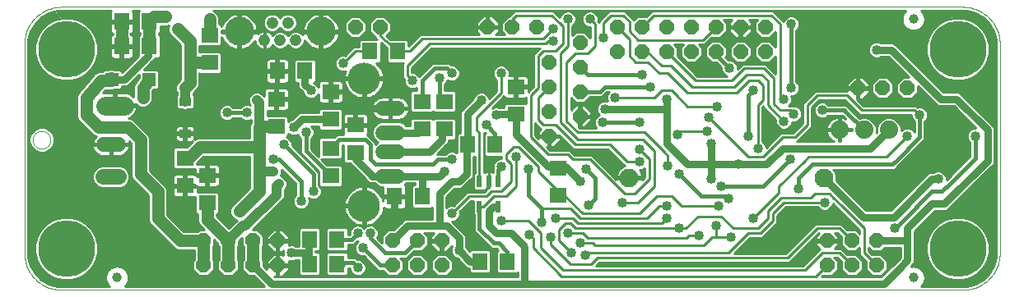
<source format=gtl>
G75*
G70*
%OFA0B0*%
%FSLAX24Y24*%
%IPPOS*%
%LPD*%
%AMOC8*
5,1,8,0,0,1.08239X$1,22.5*
%
%ADD10C,0.0000*%
%ADD11OC8,0.0600*%
%ADD12C,0.2300*%
%ADD13C,0.0394*%
%ADD14C,0.0768*%
%ADD15C,0.0476*%
%ADD16C,0.1181*%
%ADD17R,0.0630X0.0710*%
%ADD18R,0.0710X0.0630*%
%ADD19R,0.0217X0.0472*%
%ADD20C,0.0614*%
%ADD21C,0.1306*%
%ADD22R,0.0551X0.0551*%
%ADD23C,0.0740*%
%ADD24R,0.0480X0.0358*%
%ADD25C,0.0765*%
%ADD26C,0.0630*%
%ADD27C,0.0600*%
%ADD28C,0.0400*%
%ADD29C,0.0300*%
%ADD30C,0.0100*%
%ADD31C,0.0500*%
%ADD32C,0.0160*%
%ADD33C,0.0400*%
D10*
X001837Y000200D02*
X038337Y000200D01*
X038413Y000202D01*
X038489Y000208D01*
X038564Y000217D01*
X038639Y000231D01*
X038713Y000248D01*
X038786Y000269D01*
X038858Y000293D01*
X038929Y000322D01*
X038998Y000353D01*
X039065Y000388D01*
X039130Y000427D01*
X039194Y000469D01*
X039255Y000514D01*
X039314Y000562D01*
X039370Y000613D01*
X039424Y000667D01*
X039475Y000723D01*
X039523Y000782D01*
X039568Y000843D01*
X039610Y000907D01*
X039649Y000972D01*
X039684Y001039D01*
X039715Y001108D01*
X039744Y001179D01*
X039768Y001251D01*
X039789Y001324D01*
X039806Y001398D01*
X039820Y001473D01*
X039829Y001548D01*
X039835Y001624D01*
X039837Y001700D01*
X039837Y010196D01*
X039835Y010272D01*
X039829Y010348D01*
X039820Y010423D01*
X039806Y010498D01*
X039789Y010572D01*
X039768Y010645D01*
X039744Y010717D01*
X039715Y010788D01*
X039684Y010857D01*
X039649Y010924D01*
X039610Y010989D01*
X039568Y011053D01*
X039523Y011114D01*
X039475Y011173D01*
X039424Y011229D01*
X039370Y011283D01*
X039314Y011334D01*
X039255Y011382D01*
X039194Y011427D01*
X039130Y011469D01*
X039065Y011508D01*
X038998Y011543D01*
X038929Y011574D01*
X038858Y011603D01*
X038786Y011627D01*
X038713Y011648D01*
X038639Y011665D01*
X038564Y011679D01*
X038489Y011688D01*
X038413Y011694D01*
X038337Y011696D01*
X001837Y011696D01*
X001761Y011694D01*
X001685Y011688D01*
X001610Y011679D01*
X001535Y011665D01*
X001461Y011648D01*
X001388Y011627D01*
X001316Y011603D01*
X001245Y011574D01*
X001176Y011543D01*
X001109Y011508D01*
X001044Y011469D01*
X000980Y011427D01*
X000919Y011382D01*
X000860Y011334D01*
X000804Y011283D01*
X000750Y011229D01*
X000699Y011173D01*
X000651Y011114D01*
X000606Y011053D01*
X000564Y010989D01*
X000525Y010924D01*
X000490Y010857D01*
X000459Y010788D01*
X000430Y010717D01*
X000406Y010645D01*
X000385Y010572D01*
X000368Y010498D01*
X000354Y010423D01*
X000345Y010348D01*
X000339Y010272D01*
X000337Y010196D01*
X000337Y001700D01*
X000339Y001624D01*
X000345Y001548D01*
X000354Y001473D01*
X000368Y001398D01*
X000385Y001324D01*
X000406Y001251D01*
X000430Y001179D01*
X000459Y001108D01*
X000490Y001039D01*
X000525Y000972D01*
X000564Y000907D01*
X000606Y000843D01*
X000651Y000782D01*
X000699Y000723D01*
X000750Y000667D01*
X000804Y000613D01*
X000860Y000562D01*
X000919Y000514D01*
X000980Y000469D01*
X001044Y000427D01*
X001109Y000388D01*
X001176Y000353D01*
X001245Y000322D01*
X001316Y000293D01*
X001388Y000269D01*
X001461Y000248D01*
X001535Y000231D01*
X001610Y000217D01*
X001685Y000208D01*
X001761Y000202D01*
X001837Y000200D01*
X000682Y006300D02*
X000684Y006337D01*
X000690Y006374D01*
X000699Y006410D01*
X000713Y006444D01*
X000730Y006477D01*
X000750Y006509D01*
X000773Y006538D01*
X000799Y006564D01*
X000828Y006587D01*
X000859Y006607D01*
X000893Y006624D01*
X000927Y006638D01*
X000963Y006647D01*
X001000Y006653D01*
X001037Y006655D01*
X001074Y006653D01*
X001111Y006647D01*
X001147Y006638D01*
X001181Y006624D01*
X001214Y006607D01*
X001246Y006587D01*
X001275Y006564D01*
X001301Y006538D01*
X001324Y006509D01*
X001344Y006478D01*
X001361Y006444D01*
X001375Y006410D01*
X001384Y006374D01*
X001390Y006337D01*
X001392Y006300D01*
X001390Y006263D01*
X001384Y006226D01*
X001375Y006190D01*
X001361Y006156D01*
X001344Y006123D01*
X001324Y006091D01*
X001301Y006062D01*
X001275Y006036D01*
X001246Y006013D01*
X001215Y005993D01*
X001181Y005976D01*
X001147Y005962D01*
X001111Y005953D01*
X001074Y005947D01*
X001037Y005945D01*
X001000Y005947D01*
X000963Y005953D01*
X000927Y005962D01*
X000893Y005976D01*
X000860Y005993D01*
X000828Y006013D01*
X000799Y006036D01*
X000773Y006062D01*
X000750Y006091D01*
X000730Y006122D01*
X000713Y006156D01*
X000699Y006190D01*
X000690Y006226D01*
X000684Y006263D01*
X000682Y006300D01*
D11*
X007587Y002200D03*
X008587Y002200D03*
X009587Y002200D03*
X010587Y002200D03*
X010587Y001200D03*
X009587Y001200D03*
X008587Y001200D03*
X007587Y001200D03*
X015237Y001200D03*
X016237Y001200D03*
X017237Y001200D03*
X017237Y002200D03*
X016237Y002200D03*
X015237Y002200D03*
X021587Y006450D03*
X022837Y007250D03*
X021587Y007450D03*
X022837Y008250D03*
X021587Y008450D03*
X022837Y009250D03*
X021587Y009450D03*
X022837Y010250D03*
X024337Y009880D03*
X025337Y009880D03*
X026337Y009880D03*
X027337Y009880D03*
X028337Y009880D03*
X029337Y009880D03*
X030337Y009880D03*
X030337Y010880D03*
X029337Y010880D03*
X028337Y010880D03*
X027337Y010880D03*
X026337Y010880D03*
X025337Y010880D03*
X024337Y010880D03*
X021087Y010880D03*
X020087Y010880D03*
X019087Y010880D03*
X014737Y010880D03*
X013737Y010880D03*
X034087Y008400D03*
X035087Y008400D03*
X036087Y008400D03*
X034837Y002200D03*
X033837Y002200D03*
X032837Y002200D03*
X032837Y001200D03*
X033837Y001200D03*
X034837Y001200D03*
D12*
X038137Y001880D03*
X038137Y009980D03*
X002037Y009980D03*
X002037Y001880D03*
D13*
X004087Y000700D03*
X036337Y000700D03*
X036337Y011200D03*
D14*
X032702Y004750D03*
X024828Y004750D03*
D15*
X011317Y010346D03*
X010687Y010346D03*
X010058Y010346D03*
X010372Y011054D03*
X011002Y011054D03*
D16*
X012341Y010700D03*
X012341Y010700D03*
X009034Y010700D03*
X009034Y010700D03*
D17*
X005397Y011100D03*
X004278Y011100D03*
X004278Y010100D03*
X005397Y010100D03*
X010578Y009100D03*
X011697Y009100D03*
X014328Y009900D03*
X015447Y009900D03*
X018278Y006100D03*
X019397Y006100D03*
X016447Y004000D03*
X015328Y004000D03*
X012997Y002250D03*
X011878Y002250D03*
X011878Y001250D03*
X012997Y001250D03*
X018778Y001350D03*
X019897Y001350D03*
D18*
X021937Y004040D03*
X021937Y005160D03*
X017337Y006740D03*
X016437Y006740D03*
X013737Y006910D03*
X012737Y007140D03*
X010537Y006840D03*
X012737Y005960D03*
X013737Y005790D03*
X012737Y004840D03*
X007737Y004860D03*
X006837Y004440D03*
X007737Y003740D03*
X006837Y005560D03*
X010537Y007960D03*
X012737Y008260D03*
X016437Y007860D03*
X017337Y007860D03*
X020237Y007340D03*
X020237Y008460D03*
X007837Y009440D03*
X007837Y010560D03*
D19*
X018763Y004612D03*
X019137Y004612D03*
X019511Y004612D03*
X019511Y003588D03*
X018763Y003588D03*
D20*
X015461Y004822D02*
X014847Y004822D01*
X014847Y005806D02*
X015461Y005806D01*
X015461Y006594D02*
X014847Y006594D01*
X014847Y007578D02*
X015461Y007578D01*
D21*
X014087Y008787D03*
X014087Y003613D03*
D22*
X005385Y008750D03*
X003889Y008750D03*
D23*
X033337Y006700D03*
X034337Y006700D03*
X035337Y006700D03*
D24*
X006837Y006556D03*
X006837Y007844D03*
D25*
X004370Y007680D02*
X003605Y007680D01*
D26*
X003522Y004800D02*
X004152Y004800D01*
D27*
X004137Y006100D02*
X003537Y006100D01*
D28*
X008537Y006000D03*
X010409Y005528D03*
X010421Y005016D03*
X010637Y004500D03*
X011037Y004100D03*
X011537Y003800D03*
X012037Y004200D03*
X009037Y003400D03*
X013837Y002500D03*
X014337Y002500D03*
X014037Y001900D03*
X013837Y001100D03*
X011137Y001700D03*
X016637Y003300D03*
X017637Y003300D03*
X019637Y003000D03*
X021287Y002950D03*
X021837Y003100D03*
X023187Y003650D03*
X024537Y003750D03*
X026337Y003600D03*
X026337Y003100D03*
X026837Y002700D03*
X027637Y002400D03*
X028337Y002800D03*
X028937Y002340D03*
X029837Y003100D03*
X028437Y003600D03*
X028837Y003900D03*
X028537Y004400D03*
X028137Y004700D03*
X026837Y004900D03*
X026387Y005250D03*
X025237Y005400D03*
X025237Y005900D03*
X026787Y006500D03*
X027987Y006650D03*
X028137Y006150D03*
X029637Y006450D03*
X030037Y005950D03*
X031337Y005500D03*
X029237Y005300D03*
X031687Y004300D03*
X032737Y003750D03*
X033137Y003100D03*
X035587Y002700D03*
X035587Y003950D03*
X037337Y004700D03*
X036087Y006450D03*
X036587Y007300D03*
X038837Y006450D03*
X032637Y007500D03*
X031487Y007350D03*
X031087Y007050D03*
X031087Y007950D03*
X029837Y008300D03*
X031387Y008400D03*
X028887Y009200D03*
X025687Y008450D03*
X025337Y008950D03*
X024237Y008000D03*
X023837Y007550D03*
X023737Y007000D03*
X025237Y007000D03*
X028037Y007200D03*
X028387Y007650D03*
X026337Y007950D03*
X020737Y009100D03*
X019637Y009000D03*
X017637Y009000D03*
X017137Y008800D03*
X016037Y008700D03*
X016337Y009200D03*
X013237Y009400D03*
X011937Y008300D03*
X009737Y007900D03*
X009337Y007400D03*
X008537Y007400D03*
X011237Y006800D03*
X011737Y006600D03*
X010837Y006100D03*
X005137Y008000D03*
X006237Y008600D03*
X006837Y008400D03*
X004337Y009400D03*
X006537Y010800D03*
X006037Y011300D03*
X007837Y011200D03*
X018837Y007900D03*
X019437Y007300D03*
X019037Y006900D03*
X020237Y005600D03*
X019637Y005200D03*
X020737Y005100D03*
X022837Y004600D03*
X023087Y005100D03*
X017837Y004100D03*
X017337Y005000D03*
X017637Y005500D03*
X022337Y002500D03*
X021637Y002350D03*
X020787Y002450D03*
X022487Y001700D03*
X023037Y001600D03*
X022837Y002100D03*
X017937Y001800D03*
X034837Y009950D03*
X031387Y011000D03*
X023787Y010450D03*
X021737Y010300D03*
X021737Y010800D03*
X022337Y011200D03*
X023237Y011200D03*
D29*
X020737Y009100D02*
X020137Y009700D01*
X020037Y009700D01*
X019237Y009700D01*
X016837Y009700D01*
X016337Y009200D01*
X012978Y008260D02*
X012737Y008260D01*
X011937Y008300D02*
X011697Y008540D01*
X011697Y009100D01*
X010578Y009100D02*
X010478Y009200D01*
X010458Y009220D02*
X010578Y009100D01*
X010537Y009060D01*
X007097Y009440D02*
X007037Y008600D01*
X005385Y008750D02*
X005385Y008748D01*
X005337Y009700D02*
X004387Y008750D01*
X003987Y008750D01*
X003889Y008750D02*
X004387Y008750D01*
X005337Y009700D02*
X005337Y010040D01*
X005397Y010100D01*
X004337Y010040D02*
X004278Y010100D01*
X005397Y011100D02*
X005597Y011300D01*
X011237Y007600D02*
X012078Y007600D01*
X011578Y007140D02*
X011237Y006800D01*
X011578Y007140D02*
X012737Y007140D01*
X013659Y006988D02*
X013737Y006910D01*
X013737Y007078D01*
X013659Y007578D02*
X013637Y007600D01*
X013659Y007578D02*
X014237Y007578D01*
X015154Y007578D01*
X016291Y006594D02*
X016437Y006740D01*
X016291Y006594D02*
X015154Y006594D01*
X016744Y005806D02*
X017237Y006300D01*
X017237Y006640D01*
X017337Y006740D01*
X018278Y007040D02*
X018278Y007340D01*
X018837Y007900D01*
X019437Y007300D02*
X019478Y007340D01*
X020237Y007340D01*
X020237Y006500D01*
X020537Y006200D01*
X021537Y005200D01*
X021897Y005200D01*
X021937Y005160D01*
X022097Y005200D01*
X022237Y005200D01*
X022837Y004600D01*
X019426Y003588D02*
X019326Y003588D01*
X019137Y003400D01*
X019137Y002800D01*
X019437Y002500D01*
X020037Y002500D01*
X020237Y002300D01*
X020437Y002100D01*
X020537Y002000D01*
X020587Y001950D01*
X020587Y001700D01*
X020587Y000450D01*
X021787Y000450D01*
X020737Y000450D01*
X021787Y000450D01*
X034837Y000450D01*
X035137Y000450D01*
X035737Y001050D01*
X036087Y001400D01*
X036087Y002200D01*
X036087Y002700D01*
X037087Y003700D01*
X037587Y003700D01*
X039337Y005450D01*
X039337Y006700D01*
X038087Y007950D01*
X037437Y007950D01*
X035937Y009450D01*
X035437Y009950D01*
X034837Y009950D01*
X026337Y007950D02*
X026337Y007600D01*
X026287Y007550D01*
X025837Y007550D01*
X023837Y007550D01*
X026337Y007600D02*
X026337Y006150D01*
X026487Y006000D01*
X027087Y005400D01*
X027187Y005300D01*
X027537Y005300D01*
X028137Y005300D01*
X029237Y005300D01*
X030387Y005300D01*
X031037Y005950D01*
X032587Y005950D01*
X033087Y005950D01*
X034587Y005950D01*
X035337Y006700D01*
X037087Y005420D02*
X035617Y003950D01*
X035587Y003950D01*
X035537Y003150D02*
X037087Y004700D01*
X037337Y004700D01*
X034302Y003150D02*
X032702Y004750D01*
X028137Y004700D02*
X028137Y005200D01*
X028137Y005300D01*
X028137Y006150D01*
X026487Y006000D02*
X026437Y006050D01*
X020237Y008460D02*
X020137Y008560D01*
X018278Y007040D02*
X018278Y006100D01*
X018237Y006060D01*
X018237Y004900D01*
X017937Y004600D01*
X017637Y004600D01*
X017137Y004100D01*
X017137Y003600D01*
X017137Y002800D01*
X017437Y002800D01*
X017137Y002800D01*
X015837Y002800D01*
X015237Y002200D01*
X017437Y002800D02*
X017937Y002300D01*
X017937Y001800D01*
X018387Y001350D01*
X018778Y001350D01*
X020587Y000450D02*
X021787Y000450D01*
X020737Y000450D01*
X020587Y000450D02*
X011337Y000450D01*
X010887Y000450D01*
X010337Y000450D01*
X009587Y001200D01*
X011137Y001700D02*
X011837Y001700D01*
X011837Y001290D01*
X011878Y001250D01*
X012997Y001250D02*
X013176Y001250D01*
X011837Y001700D02*
X011837Y002210D01*
X011878Y002250D01*
X010587Y002200D02*
X010587Y002250D01*
X011037Y002650D02*
X011037Y003100D01*
X011037Y003400D01*
X011037Y004100D01*
X009837Y004800D02*
X009837Y005000D01*
X009854Y005016D01*
X009837Y006000D02*
X009637Y006000D01*
X009837Y006800D02*
X009878Y006840D01*
X013737Y005790D02*
X013737Y005500D01*
X014337Y004900D01*
X014415Y004822D01*
X015154Y004822D01*
X015159Y004822D01*
X016537Y004822D01*
X016437Y004722D01*
X016437Y004200D01*
X016437Y004010D01*
X016447Y004000D01*
X015328Y004000D02*
X015328Y003310D01*
X015337Y003300D01*
X016637Y003300D01*
X016537Y004822D02*
X017159Y004822D01*
X017337Y005000D01*
X016744Y005806D02*
X015154Y005806D01*
X011437Y003100D02*
X011037Y003100D01*
X034302Y003150D02*
X034503Y003150D01*
X035487Y003150D01*
X035537Y003150D01*
X036087Y002200D02*
X034837Y002200D01*
X036087Y002200D01*
D30*
X001321Y000453D02*
X001016Y000629D01*
X000766Y000878D01*
X000590Y001183D01*
X000499Y001524D01*
X000487Y001700D01*
X000487Y010196D01*
X000499Y010372D01*
X000590Y010713D01*
X000590Y010713D01*
X000766Y011018D01*
X001016Y011267D01*
X001321Y011443D01*
X001661Y011535D01*
X001837Y011546D01*
X003842Y011546D01*
X003823Y011513D01*
X003813Y011475D01*
X003813Y011150D01*
X004228Y011150D01*
X004228Y011050D01*
X004328Y011050D01*
X004328Y011150D01*
X004743Y011150D01*
X004743Y011475D01*
X004732Y011513D01*
X004713Y011546D01*
X004990Y011546D01*
X004952Y011509D01*
X004952Y010691D01*
X005017Y010626D01*
X005017Y010574D01*
X004952Y010509D01*
X004952Y009711D01*
X004295Y009054D01*
X004295Y009079D01*
X004219Y009156D01*
X003974Y009156D01*
X003915Y009180D01*
X003764Y009180D01*
X003705Y009156D01*
X003560Y009156D01*
X003488Y009083D01*
X003484Y009085D01*
X003448Y009082D01*
X003364Y009082D01*
X003345Y009074D01*
X003333Y009073D01*
X003291Y009052D01*
X003224Y009024D01*
X003212Y009012D01*
X003198Y009005D01*
X003158Y008958D01*
X003115Y008915D01*
X003110Y008901D01*
X002558Y008258D01*
X002515Y008215D01*
X002510Y008201D01*
X002500Y008190D01*
X002481Y008132D01*
X002457Y008076D01*
X002457Y008061D01*
X002453Y008046D01*
X002457Y007985D01*
X002457Y007224D01*
X002515Y007085D01*
X003015Y006585D01*
X003122Y006478D01*
X003233Y006432D01*
X003194Y006393D01*
X003153Y006336D01*
X003120Y006273D01*
X003099Y006205D01*
X003087Y006135D01*
X003087Y006130D01*
X003807Y006130D01*
X003807Y006070D01*
X003087Y006070D01*
X003087Y006065D01*
X003099Y005995D01*
X003120Y005927D01*
X003153Y005864D01*
X003194Y005807D01*
X003244Y005757D01*
X003302Y005715D01*
X003365Y005683D01*
X003432Y005661D01*
X003502Y005650D01*
X003807Y005650D01*
X003807Y006070D01*
X003867Y006070D01*
X003867Y005650D01*
X004173Y005650D01*
X004243Y005661D01*
X004310Y005683D01*
X004373Y005715D01*
X004431Y005757D01*
X004481Y005807D01*
X004522Y005864D01*
X004554Y005927D01*
X004576Y005995D01*
X004587Y006065D01*
X004587Y006070D01*
X003867Y006070D01*
X003867Y006130D01*
X004587Y006130D01*
X004587Y006135D01*
X004576Y006205D01*
X004568Y006232D01*
X004657Y006143D01*
X004657Y004824D01*
X004715Y004685D01*
X005357Y004043D01*
X005357Y003176D01*
X005357Y003024D01*
X005415Y002885D01*
X006215Y002085D01*
X006422Y001878D01*
X006562Y001820D01*
X007207Y001820D01*
X007207Y001428D01*
X007157Y001378D01*
X007157Y001022D01*
X007409Y000770D01*
X007766Y000770D01*
X008017Y001022D01*
X008017Y001378D01*
X007967Y001428D01*
X007967Y001972D01*
X008017Y002022D01*
X008017Y002233D01*
X008157Y002093D01*
X008157Y002022D01*
X008207Y001972D01*
X008207Y001428D01*
X008157Y001378D01*
X008157Y001022D01*
X008409Y000770D01*
X008766Y000770D01*
X009017Y001022D01*
X009017Y001378D01*
X008967Y001428D01*
X008967Y001972D01*
X009017Y002022D01*
X009017Y002163D01*
X009157Y002303D01*
X009157Y002022D01*
X009207Y001972D01*
X009207Y001428D01*
X009157Y001378D01*
X009157Y001022D01*
X009409Y000770D01*
X009621Y000770D01*
X010041Y000350D01*
X004402Y000350D01*
X004409Y000355D01*
X004410Y000362D01*
X004425Y000377D01*
X004433Y000378D01*
X004447Y000399D01*
X004464Y000416D01*
X004464Y000423D01*
X004476Y000441D01*
X004483Y000443D01*
X004494Y000466D01*
X004508Y000486D01*
X004506Y000493D01*
X004515Y000512D01*
X004522Y000516D01*
X004528Y000540D01*
X004539Y000562D01*
X004536Y000569D01*
X004541Y000589D01*
X004547Y000594D01*
X009797Y000594D01*
X009699Y000693D02*
X004557Y000693D01*
X004556Y000700D02*
X004559Y000724D01*
X004554Y000730D01*
X004552Y000751D01*
X004556Y000758D01*
X004549Y000781D01*
X004547Y000806D01*
X004541Y000811D01*
X004536Y000831D01*
X004539Y000838D01*
X004528Y000860D01*
X004522Y000884D01*
X004515Y000888D01*
X004506Y000907D01*
X004508Y000914D01*
X004494Y000934D01*
X004483Y000957D01*
X004476Y000959D01*
X004464Y000977D01*
X004464Y000984D01*
X004447Y001001D01*
X004433Y001022D01*
X004425Y001023D01*
X004410Y001038D01*
X004409Y001045D01*
X004389Y001059D01*
X004372Y001077D01*
X004364Y001077D01*
X004347Y001089D01*
X004344Y001096D01*
X004322Y001106D01*
X004302Y001120D01*
X004295Y001119D01*
X004275Y001128D01*
X004272Y001134D01*
X004248Y001141D01*
X004226Y001151D01*
X004219Y001149D01*
X004198Y001154D01*
X004193Y001160D01*
X004169Y001162D01*
X004145Y001168D01*
X004139Y001164D01*
X004118Y001166D01*
X004112Y001171D01*
X004087Y001169D01*
X004063Y001171D01*
X004057Y001166D01*
X004036Y001164D01*
X004030Y001168D01*
X004006Y001162D01*
X003982Y001160D01*
X003977Y001154D01*
X003956Y001149D01*
X003949Y001151D01*
X003927Y001141D01*
X003903Y001134D01*
X003900Y001128D01*
X003880Y001119D01*
X003873Y001120D01*
X003853Y001106D01*
X003831Y001096D01*
X003828Y001089D01*
X003811Y001077D01*
X003803Y001077D01*
X003786Y001059D01*
X003766Y001045D01*
X003765Y001038D01*
X003750Y001023D01*
X003742Y001022D01*
X003728Y001001D01*
X003711Y000984D01*
X003711Y000977D01*
X003699Y000959D01*
X003692Y000957D01*
X003681Y000934D01*
X003667Y000914D01*
X003669Y000907D01*
X003660Y000888D01*
X003653Y000884D01*
X003647Y000860D01*
X003636Y000838D01*
X003639Y000831D01*
X003633Y000811D01*
X003628Y000806D01*
X003626Y000781D01*
X003619Y000758D01*
X003623Y000751D01*
X003621Y000730D01*
X003616Y000724D01*
X003618Y000700D01*
X003616Y000676D01*
X003621Y000670D01*
X003623Y000649D01*
X003619Y000642D01*
X003626Y000619D01*
X003628Y000594D01*
X001076Y000594D01*
X000952Y000693D02*
X001534Y000693D01*
X001543Y000687D02*
X001869Y000600D01*
X002206Y000600D01*
X002532Y000687D01*
X002823Y000856D01*
X003062Y001094D01*
X003230Y001386D01*
X003317Y001711D01*
X003317Y002049D01*
X003230Y002374D01*
X003062Y002666D01*
X002823Y002904D01*
X002532Y003073D01*
X002206Y003160D01*
X001869Y003160D01*
X001543Y003073D01*
X001252Y002904D01*
X001013Y002666D01*
X000845Y002374D01*
X000757Y002049D01*
X000757Y001711D01*
X000845Y001386D01*
X001013Y001094D01*
X001252Y000856D01*
X001543Y000687D01*
X001364Y000791D02*
X000854Y000791D01*
X000760Y000890D02*
X001218Y000890D01*
X001119Y000988D02*
X000703Y000988D01*
X000646Y001087D02*
X001021Y001087D01*
X000961Y001185D02*
X000590Y001185D01*
X000563Y001284D02*
X000904Y001284D01*
X000847Y001382D02*
X000537Y001382D01*
X000511Y001481D02*
X000819Y001481D01*
X000793Y001579D02*
X000495Y001579D01*
X000489Y001678D02*
X000767Y001678D01*
X000757Y001776D02*
X000487Y001776D01*
X000487Y001875D02*
X000757Y001875D01*
X000757Y001973D02*
X000487Y001973D01*
X000487Y002072D02*
X000764Y002072D01*
X000790Y002170D02*
X000487Y002170D01*
X000487Y002269D02*
X000816Y002269D01*
X000843Y002367D02*
X000487Y002367D01*
X000487Y002466D02*
X000897Y002466D01*
X000954Y002564D02*
X000487Y002564D01*
X000487Y002663D02*
X001011Y002663D01*
X001108Y002761D02*
X000487Y002761D01*
X000487Y002860D02*
X001207Y002860D01*
X001345Y002958D02*
X000487Y002958D01*
X000487Y003057D02*
X001515Y003057D01*
X001850Y003155D02*
X000487Y003155D01*
X000487Y003254D02*
X005357Y003254D01*
X005357Y003352D02*
X000487Y003352D01*
X000487Y003451D02*
X005357Y003451D01*
X005357Y003549D02*
X000487Y003549D01*
X000487Y003648D02*
X005357Y003648D01*
X005357Y003746D02*
X000487Y003746D01*
X000487Y003845D02*
X005357Y003845D01*
X005357Y003943D02*
X000487Y003943D01*
X000487Y004042D02*
X005357Y004042D01*
X005260Y004140D02*
X000487Y004140D01*
X000487Y004239D02*
X005162Y004239D01*
X005063Y004337D02*
X000487Y004337D01*
X000487Y004436D02*
X003258Y004436D01*
X003270Y004423D02*
X003434Y004355D01*
X004241Y004355D01*
X004405Y004423D01*
X004530Y004548D01*
X004597Y004711D01*
X004597Y004889D01*
X004530Y005052D01*
X004405Y005177D01*
X004241Y005245D01*
X003434Y005245D01*
X003270Y005177D01*
X003145Y005052D01*
X003077Y004889D01*
X003077Y004711D01*
X003145Y004548D01*
X003270Y004423D01*
X003159Y004534D02*
X000487Y004534D01*
X000487Y004633D02*
X003110Y004633D01*
X003077Y004731D02*
X000487Y004731D01*
X000487Y004830D02*
X003077Y004830D01*
X003094Y004928D02*
X000487Y004928D01*
X000487Y005027D02*
X003135Y005027D01*
X003218Y005125D02*
X000487Y005125D01*
X000487Y005224D02*
X003382Y005224D01*
X004293Y005224D02*
X004657Y005224D01*
X004657Y005322D02*
X000487Y005322D01*
X000487Y005421D02*
X004657Y005421D01*
X004657Y005519D02*
X000487Y005519D01*
X000487Y005618D02*
X004657Y005618D01*
X004657Y005716D02*
X004375Y005716D01*
X004486Y005815D02*
X004657Y005815D01*
X004657Y005913D02*
X004547Y005913D01*
X004579Y006012D02*
X004657Y006012D01*
X004657Y006110D02*
X003867Y006110D01*
X003807Y006110D02*
X001505Y006110D01*
X001542Y006200D02*
X001466Y006014D01*
X001324Y005872D01*
X001138Y005795D01*
X000937Y005795D01*
X000751Y005872D01*
X000609Y006014D01*
X000532Y006200D01*
X000532Y006400D01*
X000609Y006586D01*
X000751Y006728D01*
X000937Y006805D01*
X001138Y006805D01*
X001324Y006728D01*
X001466Y006586D01*
X001542Y006400D01*
X001542Y006200D01*
X001542Y006209D02*
X003100Y006209D01*
X003138Y006307D02*
X001542Y006307D01*
X001540Y006406D02*
X003207Y006406D01*
X003096Y006504D02*
X001500Y006504D01*
X001449Y006603D02*
X002998Y006603D01*
X002899Y006701D02*
X001351Y006701D01*
X001151Y006800D02*
X002801Y006800D01*
X002702Y006898D02*
X000487Y006898D01*
X000487Y006800D02*
X000924Y006800D01*
X000724Y006701D02*
X000487Y006701D01*
X000487Y006603D02*
X000626Y006603D01*
X000575Y006504D02*
X000487Y006504D01*
X000487Y006406D02*
X000535Y006406D01*
X000532Y006307D02*
X000487Y006307D01*
X000487Y006209D02*
X000532Y006209D01*
X000570Y006110D02*
X000487Y006110D01*
X000487Y006012D02*
X000612Y006012D01*
X000710Y005913D02*
X000487Y005913D01*
X000487Y005815D02*
X000890Y005815D01*
X001185Y005815D02*
X003189Y005815D01*
X003128Y005913D02*
X001365Y005913D01*
X001463Y006012D02*
X003096Y006012D01*
X003300Y005716D02*
X000487Y005716D01*
X003807Y005716D02*
X003867Y005716D01*
X003867Y005815D02*
X003807Y005815D01*
X003807Y005913D02*
X003867Y005913D01*
X003867Y006012D02*
X003807Y006012D01*
X004575Y006209D02*
X004592Y006209D01*
X005253Y006622D02*
X005360Y006515D01*
X005417Y006376D01*
X005417Y005057D01*
X006060Y004415D01*
X006117Y004276D01*
X006117Y003257D01*
X006753Y002622D01*
X006795Y002580D01*
X007359Y002580D01*
X007409Y002630D01*
X007620Y002630D01*
X007415Y002835D01*
X007357Y002974D01*
X007357Y003295D01*
X007329Y003295D01*
X007253Y003371D01*
X007253Y003987D01*
X007250Y003985D01*
X007212Y003975D01*
X006887Y003975D01*
X006887Y004390D01*
X006787Y004390D01*
X006333Y004390D01*
X006333Y004105D01*
X006343Y004067D01*
X006363Y004033D01*
X006390Y004005D01*
X006425Y003985D01*
X006463Y003975D01*
X006787Y003975D01*
X006787Y004390D01*
X006787Y004490D01*
X006333Y004490D01*
X006333Y004775D01*
X006343Y004813D01*
X006363Y004847D01*
X006390Y004875D01*
X006425Y004895D01*
X006463Y004905D01*
X006787Y004905D01*
X006787Y004490D01*
X006887Y004490D01*
X006887Y004905D01*
X007212Y004905D01*
X007250Y004895D01*
X007284Y004875D01*
X007312Y004847D01*
X007332Y004813D01*
X007333Y004810D01*
X007687Y004810D01*
X007687Y004910D01*
X007233Y004910D01*
X007233Y005115D01*
X006429Y005115D01*
X006353Y005191D01*
X006353Y005929D01*
X006429Y006005D01*
X006905Y006005D01*
X007115Y006215D01*
X007115Y006215D01*
X007140Y006240D01*
X007136Y006237D01*
X007097Y006227D01*
X006877Y006227D01*
X006877Y006517D01*
X006877Y006596D01*
X006798Y006596D01*
X006798Y006885D01*
X006578Y006885D01*
X006539Y006875D01*
X006505Y006855D01*
X006477Y006828D01*
X006458Y006793D01*
X006447Y006755D01*
X006447Y006596D01*
X006798Y006596D01*
X006798Y006517D01*
X006447Y006517D01*
X006447Y006357D01*
X006458Y006319D01*
X006477Y006285D01*
X006505Y006257D01*
X006539Y006237D01*
X006578Y006227D01*
X006798Y006227D01*
X006798Y006517D01*
X006877Y006517D01*
X007228Y006517D01*
X007228Y006357D01*
X007217Y006319D01*
X007215Y006315D01*
X007222Y006322D01*
X007362Y006380D01*
X009457Y006380D01*
X009457Y006876D01*
X009507Y006996D01*
X009507Y007113D01*
X009403Y007070D01*
X009272Y007070D01*
X009151Y007120D01*
X009081Y007190D01*
X008794Y007190D01*
X008724Y007120D01*
X008603Y007070D01*
X008472Y007070D01*
X008351Y007120D01*
X008258Y007213D01*
X008207Y007334D01*
X008207Y007466D01*
X008258Y007587D01*
X008351Y007680D01*
X008472Y007730D01*
X008603Y007730D01*
X008724Y007680D01*
X008794Y007610D01*
X009081Y007610D01*
X009151Y007680D01*
X009272Y007730D01*
X009403Y007730D01*
X009467Y007703D01*
X009458Y007713D01*
X009407Y007834D01*
X009407Y007966D01*
X009458Y008087D01*
X009551Y008180D01*
X009672Y008230D01*
X009803Y008230D01*
X009924Y008180D01*
X010033Y008072D01*
X010033Y008295D01*
X010043Y008333D01*
X010063Y008367D01*
X010090Y008395D01*
X010125Y008415D01*
X010163Y008425D01*
X010487Y008425D01*
X010487Y008010D01*
X010587Y008010D01*
X010587Y008425D01*
X010912Y008425D01*
X010950Y008415D01*
X010984Y008395D01*
X011012Y008367D01*
X011032Y008333D01*
X011042Y008295D01*
X011042Y008010D01*
X010587Y008010D01*
X010587Y007910D01*
X010587Y007495D01*
X010912Y007495D01*
X010950Y007505D01*
X010984Y007525D01*
X011012Y007553D01*
X011032Y007587D01*
X011042Y007625D01*
X011042Y007910D01*
X010587Y007910D01*
X010487Y007910D01*
X010487Y007495D01*
X010167Y007495D01*
X010167Y007285D01*
X010946Y007285D01*
X011022Y007209D01*
X011022Y007052D01*
X011051Y007080D01*
X011171Y007130D01*
X011419Y007378D01*
X011522Y007420D01*
X012253Y007420D01*
X012253Y007509D01*
X012329Y007585D01*
X013146Y007585D01*
X013222Y007509D01*
X013222Y006771D01*
X013146Y006695D01*
X012329Y006695D01*
X012253Y006771D01*
X012253Y006860D01*
X011944Y006860D01*
X012017Y006787D01*
X012067Y006666D01*
X012067Y006534D01*
X012017Y006413D01*
X011947Y006343D01*
X011947Y005927D01*
X012253Y005622D01*
X012253Y006329D01*
X012329Y006405D01*
X012885Y006405D01*
X012991Y006510D01*
X013258Y006510D01*
X013243Y006537D01*
X013233Y006575D01*
X013233Y006860D01*
X013687Y006860D01*
X013687Y006960D01*
X013233Y006960D01*
X013233Y007245D01*
X013243Y007283D01*
X013263Y007317D01*
X013290Y007345D01*
X013325Y007365D01*
X013363Y007375D01*
X013687Y007375D01*
X013687Y006960D01*
X013787Y006960D01*
X013787Y007375D01*
X014112Y007375D01*
X014150Y007365D01*
X014184Y007345D01*
X014212Y007317D01*
X014232Y007283D01*
X014242Y007245D01*
X014242Y006960D01*
X013787Y006960D01*
X013787Y006860D01*
X014242Y006860D01*
X014242Y006575D01*
X014232Y006537D01*
X014217Y006510D01*
X014224Y006510D01*
X014347Y006387D01*
X014547Y006187D01*
X014547Y006124D01*
X014600Y006177D01*
X014656Y006200D01*
X014600Y006223D01*
X014477Y006346D01*
X014410Y006507D01*
X014410Y006681D01*
X014477Y006841D01*
X014600Y006964D01*
X014760Y007031D01*
X015548Y007031D01*
X015709Y006964D01*
X015799Y006874D01*
X015953Y006874D01*
X015953Y007109D01*
X016029Y007185D01*
X016846Y007185D01*
X016887Y007144D01*
X016929Y007185D01*
X017746Y007185D01*
X017822Y007109D01*
X017822Y006371D01*
X017746Y006295D01*
X017517Y006295D01*
X017517Y006244D01*
X017475Y006141D01*
X017396Y006063D01*
X017396Y006063D01*
X017043Y005710D01*
X017381Y005710D01*
X017451Y005780D01*
X017572Y005830D01*
X017703Y005830D01*
X017824Y005780D01*
X017833Y005771D01*
X017833Y006509D01*
X017909Y006585D01*
X017998Y006585D01*
X017998Y007396D01*
X018040Y007499D01*
X018508Y007966D01*
X018558Y008087D01*
X018651Y008180D01*
X018772Y008230D01*
X018903Y008230D01*
X019024Y008180D01*
X019117Y008087D01*
X019162Y007979D01*
X019163Y007980D01*
X019457Y008275D01*
X019457Y008717D01*
X019451Y008720D01*
X019358Y008813D01*
X019307Y008934D01*
X019307Y009066D01*
X019358Y009187D01*
X019451Y009280D01*
X019572Y009330D01*
X019703Y009330D01*
X019824Y009280D01*
X019917Y009187D01*
X019967Y009066D01*
X019967Y008934D01*
X019963Y008925D01*
X020187Y008925D01*
X020187Y008510D01*
X020287Y008510D01*
X020287Y008925D01*
X020612Y008925D01*
X020650Y008915D01*
X020684Y008895D01*
X020712Y008867D01*
X020732Y008833D01*
X020742Y008795D01*
X020742Y008510D01*
X020287Y008510D01*
X020287Y008410D01*
X020287Y007995D01*
X020612Y007995D01*
X020650Y008005D01*
X020657Y008009D01*
X020657Y007774D01*
X020646Y007785D01*
X019829Y007785D01*
X019753Y007709D01*
X019753Y007620D01*
X019527Y007620D01*
X019503Y007630D01*
X019372Y007630D01*
X019287Y007595D01*
X019417Y007725D01*
X019756Y008064D01*
X019763Y008053D01*
X019790Y008025D01*
X019825Y008005D01*
X019863Y007995D01*
X020187Y007995D01*
X020187Y008410D01*
X020287Y008410D01*
X020742Y008410D01*
X020742Y008259D01*
X020957Y008475D01*
X020957Y009775D01*
X021157Y009975D01*
X021203Y010020D01*
X016812Y010020D01*
X016017Y009225D01*
X016017Y009030D01*
X016103Y009030D01*
X016224Y008980D01*
X016317Y008887D01*
X016320Y008880D01*
X016527Y009087D01*
X016727Y009287D01*
X016850Y009410D01*
X017524Y009410D01*
X017604Y009330D01*
X017703Y009330D01*
X017824Y009280D01*
X017917Y009187D01*
X017967Y009066D01*
X017967Y008934D01*
X017917Y008813D01*
X017824Y008720D01*
X017703Y008670D01*
X017572Y008670D01*
X017460Y008716D01*
X017417Y008613D01*
X017347Y008543D01*
X017347Y008305D01*
X017746Y008305D01*
X017822Y008229D01*
X017822Y007491D01*
X017746Y007415D01*
X016929Y007415D01*
X016887Y007456D01*
X016846Y007415D01*
X016029Y007415D01*
X015953Y007491D01*
X015953Y008229D01*
X016029Y008305D01*
X016227Y008305D01*
X016227Y008423D01*
X016224Y008420D01*
X016103Y008370D01*
X015972Y008370D01*
X015851Y008420D01*
X015758Y008513D01*
X015707Y008634D01*
X015707Y008766D01*
X015710Y008773D01*
X015657Y008825D01*
X015657Y009375D01*
X015698Y009415D01*
X015078Y009415D01*
X015002Y009491D01*
X015002Y010045D01*
X014773Y010242D01*
X014773Y009491D01*
X014696Y009415D01*
X014587Y009415D01*
X014618Y009391D01*
X014692Y009317D01*
X014756Y009234D01*
X014809Y009142D01*
X014849Y009045D01*
X014876Y008944D01*
X014890Y008839D01*
X014890Y008837D01*
X014137Y008837D01*
X014137Y008737D01*
X014137Y007984D01*
X014140Y007984D01*
X014244Y007998D01*
X014346Y008025D01*
X014443Y008065D01*
X014534Y008118D01*
X014618Y008182D01*
X014692Y008256D01*
X014756Y008340D01*
X014809Y008431D01*
X014849Y008528D01*
X014876Y008630D01*
X014890Y008734D01*
X014890Y008737D01*
X014137Y008737D01*
X014037Y008737D01*
X013285Y008737D01*
X013285Y008734D01*
X013298Y008630D01*
X013326Y008528D01*
X013366Y008431D01*
X013419Y008340D01*
X013483Y008256D01*
X013557Y008182D01*
X013641Y008118D01*
X013732Y008065D01*
X013829Y008025D01*
X013931Y007998D01*
X014035Y007984D01*
X014037Y007984D01*
X014037Y008737D01*
X014037Y008837D01*
X013285Y008837D01*
X013285Y008839D01*
X013298Y008944D01*
X013326Y009045D01*
X013343Y009086D01*
X013303Y009070D01*
X013172Y009070D01*
X013051Y009120D01*
X012958Y009213D01*
X012907Y009334D01*
X012907Y009466D01*
X012958Y009587D01*
X013051Y009680D01*
X013172Y009730D01*
X013303Y009730D01*
X013310Y009727D01*
X013663Y010080D01*
X013883Y010080D01*
X013883Y010309D01*
X013959Y010385D01*
X014607Y010385D01*
X014564Y010422D01*
X014563Y010430D01*
X014557Y010435D01*
X014557Y010452D01*
X014307Y010702D01*
X014307Y011058D01*
X014559Y011310D01*
X014916Y011310D01*
X015167Y011058D01*
X015167Y010702D01*
X014993Y010528D01*
X015159Y010385D01*
X015816Y010385D01*
X015892Y010309D01*
X015892Y010109D01*
X016363Y010580D01*
X018751Y010580D01*
X018637Y010694D01*
X018637Y010840D01*
X019047Y010840D01*
X019047Y010920D01*
X018637Y010920D01*
X018637Y011066D01*
X018901Y011330D01*
X019047Y011330D01*
X019047Y010920D01*
X019127Y010920D01*
X019127Y011330D01*
X019274Y011330D01*
X019537Y011066D01*
X019537Y010920D01*
X019127Y010920D01*
X019127Y010840D01*
X019537Y010840D01*
X019537Y010694D01*
X019424Y010580D01*
X019779Y010580D01*
X019657Y010702D01*
X019657Y011058D01*
X019909Y011310D01*
X019963Y011310D01*
X020183Y011530D01*
X021762Y011530D01*
X021867Y011425D01*
X021867Y011425D01*
X022013Y011279D01*
X022058Y011387D01*
X022151Y011480D01*
X022272Y011530D01*
X022403Y011530D01*
X022524Y011480D01*
X022617Y011387D01*
X022667Y011266D01*
X022667Y011134D01*
X022908Y011134D01*
X022907Y011134D02*
X022958Y011013D01*
X023051Y010920D01*
X023172Y010870D01*
X023257Y010870D01*
X023257Y010438D01*
X023016Y010680D01*
X022659Y010680D01*
X022517Y010538D01*
X022517Y010917D01*
X022524Y010920D01*
X022617Y011013D01*
X022667Y011134D01*
X022667Y011232D02*
X022907Y011232D01*
X022907Y011266D02*
X022907Y011134D01*
X022949Y011035D02*
X022626Y011035D01*
X022541Y010937D02*
X023034Y010937D01*
X023257Y010838D02*
X022517Y010838D01*
X022517Y010740D02*
X023257Y010740D01*
X023257Y010641D02*
X023055Y010641D01*
X023153Y010543D02*
X023257Y010543D01*
X023252Y010444D02*
X023257Y010444D01*
X023787Y010450D02*
X023787Y011050D01*
X024087Y011350D01*
X024587Y011350D01*
X024837Y011100D01*
X024837Y010700D01*
X025187Y010350D01*
X027737Y010350D01*
X027807Y010350D01*
X028337Y010880D01*
X028656Y011170D02*
X028767Y011058D01*
X028767Y010702D01*
X028516Y010450D01*
X028162Y010450D01*
X027987Y010275D01*
X027882Y010170D01*
X027656Y010170D01*
X027767Y010058D01*
X027767Y009702D01*
X027516Y009450D01*
X027159Y009450D01*
X026907Y009702D01*
X026907Y010058D01*
X027019Y010170D01*
X026656Y010170D01*
X026767Y010058D01*
X026767Y009705D01*
X027592Y008880D01*
X028798Y008880D01*
X028701Y008920D01*
X028608Y009013D01*
X028557Y009134D01*
X028557Y009233D01*
X028340Y009450D01*
X028159Y009450D01*
X027907Y009702D01*
X027907Y010058D01*
X028159Y010310D01*
X028516Y010310D01*
X028767Y010058D01*
X028767Y009702D01*
X028725Y009659D01*
X028854Y009530D01*
X028953Y009530D01*
X029074Y009480D01*
X029167Y009387D01*
X029217Y009266D01*
X029217Y009185D01*
X029307Y009275D01*
X029413Y009380D01*
X030213Y009380D01*
X030362Y009380D01*
X030757Y008985D01*
X030757Y009692D01*
X030516Y009450D01*
X030159Y009450D01*
X029907Y009702D01*
X029907Y010058D01*
X030159Y010310D01*
X030516Y010310D01*
X030757Y010068D01*
X030757Y010692D01*
X030516Y010450D01*
X030159Y010450D01*
X029907Y010702D01*
X029907Y011058D01*
X030019Y011170D01*
X029684Y011170D01*
X029787Y011066D01*
X029787Y010920D01*
X029377Y010920D01*
X029377Y010840D01*
X029377Y010430D01*
X029524Y010430D01*
X029787Y010694D01*
X029787Y010840D01*
X029377Y010840D01*
X029297Y010840D01*
X028887Y010840D01*
X028887Y010694D01*
X029151Y010430D01*
X029297Y010430D01*
X029297Y010840D01*
X029297Y010920D01*
X028887Y010920D01*
X028887Y011066D01*
X028991Y011170D01*
X028656Y011170D01*
X028692Y011134D02*
X028955Y011134D01*
X028887Y011035D02*
X028767Y011035D01*
X028767Y010937D02*
X028887Y010937D01*
X028887Y010838D02*
X028767Y010838D01*
X028767Y010740D02*
X028887Y010740D01*
X028940Y010641D02*
X028707Y010641D01*
X028608Y010543D02*
X029039Y010543D01*
X029137Y010444D02*
X028156Y010444D01*
X028058Y010346D02*
X030757Y010346D01*
X030757Y010444D02*
X029538Y010444D01*
X029516Y010310D02*
X029159Y010310D01*
X028907Y010058D01*
X028907Y009702D01*
X029159Y009450D01*
X029516Y009450D01*
X029767Y009702D01*
X029767Y010058D01*
X029516Y010310D01*
X029579Y010247D02*
X030096Y010247D01*
X029998Y010149D02*
X029677Y010149D01*
X029767Y010050D02*
X029907Y010050D01*
X029907Y009952D02*
X029767Y009952D01*
X029767Y009853D02*
X029907Y009853D01*
X029907Y009755D02*
X029767Y009755D01*
X029722Y009656D02*
X029953Y009656D01*
X030052Y009558D02*
X029623Y009558D01*
X029525Y009459D02*
X030150Y009459D01*
X030381Y009361D02*
X030757Y009361D01*
X030757Y009459D02*
X030525Y009459D01*
X030623Y009558D02*
X030757Y009558D01*
X030757Y009656D02*
X030722Y009656D01*
X031597Y009656D02*
X034685Y009656D01*
X034651Y009670D02*
X034772Y009620D01*
X034903Y009620D01*
X035024Y009670D01*
X035321Y009670D01*
X035779Y009213D01*
X036161Y008830D01*
X035909Y008830D01*
X035657Y008578D01*
X035657Y008222D01*
X035909Y007970D01*
X036266Y007970D01*
X036517Y008222D01*
X036517Y008474D01*
X037279Y007713D01*
X037382Y007670D01*
X037971Y007670D01*
X038861Y006780D01*
X038772Y006780D01*
X038651Y006730D01*
X038558Y006637D01*
X038507Y006516D01*
X038507Y006384D01*
X038558Y006263D01*
X038627Y006193D01*
X038627Y005637D01*
X037750Y004760D01*
X037667Y004677D01*
X037667Y004766D01*
X037617Y004887D01*
X037524Y004980D01*
X037403Y005030D01*
X037272Y005030D01*
X037151Y004980D01*
X037032Y004980D01*
X036929Y004937D01*
X035421Y003430D01*
X034418Y003430D01*
X033212Y004637D01*
X033216Y004648D01*
X033216Y004852D01*
X033138Y005041D01*
X033089Y005090D01*
X035574Y005090D01*
X035697Y005213D01*
X035847Y005363D01*
X036797Y006313D01*
X036797Y007043D01*
X036867Y007113D01*
X036917Y007234D01*
X036917Y007366D01*
X036867Y007487D01*
X036774Y007580D01*
X036653Y007630D01*
X036522Y007630D01*
X036515Y007627D01*
X036462Y007680D01*
X034312Y007680D01*
X034042Y007950D01*
X034047Y007950D01*
X034047Y008360D01*
X033637Y008360D01*
X033637Y008280D01*
X032363Y008280D01*
X032257Y008175D01*
X031857Y007775D01*
X031857Y006975D01*
X031463Y006580D01*
X030963Y006580D01*
X030857Y006475D01*
X030857Y006475D01*
X030663Y006280D01*
X030663Y006280D01*
X030367Y005985D01*
X030367Y006016D01*
X030317Y006137D01*
X030224Y006230D01*
X030217Y006233D01*
X030217Y007625D01*
X030257Y007665D01*
X030257Y007625D01*
X030760Y007123D01*
X030757Y007116D01*
X030757Y006984D01*
X030808Y006863D01*
X030901Y006770D01*
X031022Y006720D01*
X031153Y006720D01*
X031274Y006770D01*
X031367Y006863D01*
X031417Y006984D01*
X031417Y007022D01*
X031422Y007020D01*
X031553Y007020D01*
X031674Y007070D01*
X031767Y007163D01*
X031817Y007284D01*
X031817Y007416D01*
X031767Y007537D01*
X031674Y007630D01*
X031553Y007680D01*
X031422Y007680D01*
X031415Y007677D01*
X031412Y007680D01*
X031284Y007680D01*
X031367Y007763D01*
X031417Y007884D01*
X031417Y008016D01*
X031395Y008070D01*
X031453Y008070D01*
X031574Y008120D01*
X031667Y008213D01*
X031717Y008334D01*
X031717Y008466D01*
X031667Y008587D01*
X031597Y008657D01*
X031597Y010743D01*
X031667Y010813D01*
X031717Y010934D01*
X031717Y011066D01*
X031667Y011187D01*
X031574Y011280D01*
X031453Y011330D01*
X031322Y011330D01*
X031201Y011280D01*
X031108Y011187D01*
X031078Y011114D01*
X030662Y011530D01*
X025733Y011530D01*
X025513Y011310D01*
X025159Y011310D01*
X025017Y011168D01*
X025017Y011175D01*
X024662Y011530D01*
X024013Y011530D01*
X023713Y011230D01*
X023607Y011125D01*
X023607Y011085D01*
X023565Y011127D01*
X023567Y011134D01*
X023616Y011134D01*
X023567Y011134D02*
X023567Y011266D01*
X023517Y011387D01*
X023424Y011480D01*
X023303Y011530D01*
X023172Y011530D01*
X023051Y011480D01*
X022958Y011387D01*
X022907Y011266D01*
X022934Y011331D02*
X022641Y011331D01*
X022575Y011429D02*
X023000Y011429D01*
X023166Y011528D02*
X022409Y011528D01*
X022266Y011528D02*
X021764Y011528D01*
X021863Y011429D02*
X022100Y011429D01*
X022034Y011331D02*
X021961Y011331D01*
X021687Y011350D02*
X022037Y011000D01*
X022137Y010900D01*
X022137Y010200D01*
X021837Y009900D01*
X021337Y009900D01*
X021137Y009700D01*
X021137Y008400D01*
X020837Y008100D01*
X020837Y006400D01*
X021537Y005700D01*
X022337Y005700D01*
X022537Y005500D01*
X023237Y005500D01*
X023637Y005100D01*
X024437Y004300D01*
X024537Y004200D01*
X024637Y004100D01*
X024837Y004100D01*
X025037Y004100D01*
X025137Y004200D01*
X025537Y004600D01*
X025637Y004700D01*
X025637Y004800D01*
X025637Y005500D01*
X025237Y005900D01*
X025387Y006300D02*
X025837Y005850D01*
X025837Y005450D01*
X025837Y004400D01*
X025187Y003750D01*
X024537Y003750D01*
X025337Y003400D02*
X025437Y003500D01*
X025937Y004000D01*
X026537Y004000D01*
X026937Y003600D01*
X028437Y003600D01*
X028532Y003195D02*
X027614Y003195D01*
X027119Y002700D01*
X026837Y002700D01*
X026337Y002700D01*
X022637Y002700D01*
X022437Y002900D01*
X022237Y002900D01*
X021987Y002650D01*
X021987Y002200D01*
X022487Y001700D01*
X023037Y001600D02*
X023137Y001700D01*
X023437Y001700D01*
X024137Y001700D01*
X028837Y001700D01*
X029637Y002500D01*
X030137Y002500D01*
X030637Y003000D01*
X030637Y003300D01*
X031037Y003700D01*
X031087Y003750D01*
X032737Y003750D01*
X033052Y003648D02*
X033135Y003648D01*
X033067Y003684D02*
X033067Y003715D01*
X033363Y003420D01*
X033863Y002920D01*
X034157Y002625D01*
X034157Y002488D01*
X034016Y002630D01*
X033662Y002630D01*
X033412Y002880D01*
X032363Y002880D01*
X032257Y002775D01*
X032257Y002775D01*
X032063Y002580D01*
X032063Y002580D01*
X031163Y001680D01*
X029072Y001680D01*
X029712Y002320D01*
X030212Y002320D01*
X030712Y002820D01*
X030817Y002925D01*
X030817Y003225D01*
X031112Y003520D01*
X031162Y003570D01*
X032455Y003570D01*
X032458Y003563D01*
X032551Y003470D01*
X032672Y003420D01*
X032803Y003420D01*
X032924Y003470D01*
X033017Y003563D01*
X033067Y003684D01*
X033003Y003549D02*
X033234Y003549D01*
X033332Y003451D02*
X032877Y003451D01*
X032598Y003451D02*
X031043Y003451D01*
X031141Y003549D02*
X032472Y003549D01*
X033087Y003950D02*
X033437Y003600D01*
X033937Y003100D01*
X034337Y002700D01*
X034337Y001700D01*
X034837Y001200D01*
X034407Y001185D02*
X034267Y001185D01*
X034267Y001087D02*
X034407Y001087D01*
X034407Y001022D02*
X034659Y000770D01*
X035016Y000770D01*
X035267Y001022D01*
X035267Y001378D01*
X035016Y001630D01*
X034662Y001630D01*
X034517Y001775D01*
X034517Y001912D01*
X034659Y001770D01*
X035016Y001770D01*
X035166Y001920D01*
X035807Y001920D01*
X035807Y001516D01*
X035500Y001209D01*
X035021Y000730D01*
X032622Y000730D01*
X032662Y000770D01*
X033016Y000770D01*
X033267Y001022D01*
X033267Y001378D01*
X033126Y001520D01*
X033263Y001520D01*
X033407Y001375D01*
X033407Y001022D01*
X033659Y000770D01*
X034016Y000770D01*
X034267Y001022D01*
X034267Y001378D01*
X034016Y001630D01*
X033662Y001630D01*
X033412Y001880D01*
X033154Y001880D01*
X033287Y002014D01*
X033287Y002160D01*
X032877Y002160D01*
X032877Y002240D01*
X033287Y002240D01*
X033287Y002386D01*
X033154Y002520D01*
X033263Y002520D01*
X033407Y002375D01*
X033407Y002022D01*
X033659Y001770D01*
X034016Y001770D01*
X034157Y001912D01*
X034157Y001625D01*
X034407Y001375D01*
X034407Y001022D01*
X034441Y000988D02*
X034234Y000988D01*
X034135Y000890D02*
X034540Y000890D01*
X034638Y000791D02*
X034037Y000791D01*
X033638Y000791D02*
X033037Y000791D01*
X033135Y000890D02*
X033540Y000890D01*
X033441Y000988D02*
X033234Y000988D01*
X033267Y001087D02*
X033407Y001087D01*
X033407Y001185D02*
X033267Y001185D01*
X033267Y001284D02*
X033407Y001284D01*
X033401Y001382D02*
X033264Y001382D01*
X033302Y001481D02*
X033165Y001481D01*
X033237Y001700D02*
X032637Y001700D01*
X031937Y001000D01*
X022187Y001000D01*
X022137Y001000D01*
X021237Y001900D01*
X021237Y002000D01*
X021237Y002200D01*
X021237Y002500D01*
X020737Y003000D01*
X019637Y003000D01*
X018553Y002958D02*
X017675Y002958D01*
X017675Y002959D02*
X017663Y002970D01*
X017703Y002970D01*
X017824Y003020D01*
X017917Y003113D01*
X017967Y003234D01*
X017967Y003366D01*
X017965Y003373D01*
X018412Y003820D01*
X018525Y003820D01*
X018525Y003298D01*
X018553Y003270D01*
X018553Y002587D01*
X019127Y002013D01*
X019250Y001890D01*
X019450Y001890D01*
X019517Y001823D01*
X019452Y001759D01*
X019452Y000941D01*
X019528Y000865D01*
X020266Y000865D01*
X020307Y000906D01*
X020307Y000730D01*
X010453Y000730D01*
X010433Y000750D01*
X010547Y000750D01*
X010547Y001160D01*
X010137Y001160D01*
X010137Y001046D01*
X010017Y001166D01*
X010017Y001378D01*
X009967Y001428D01*
X009967Y001972D01*
X010017Y002022D01*
X010017Y002378D01*
X009766Y002630D01*
X009584Y002630D01*
X010724Y003770D01*
X010817Y003863D01*
X010867Y003984D01*
X010867Y004263D01*
X010917Y004313D01*
X010967Y004434D01*
X010967Y004566D01*
X010917Y004687D01*
X010824Y004780D01*
X010703Y004830D01*
X010701Y004830D01*
X010751Y004950D01*
X010751Y005082D01*
X010746Y005094D01*
X011327Y004513D01*
X011327Y004057D01*
X011258Y003987D01*
X011207Y003866D01*
X011207Y003734D01*
X011258Y003613D01*
X011351Y003520D01*
X011472Y003470D01*
X011603Y003470D01*
X011724Y003520D01*
X011817Y003613D01*
X011867Y003734D01*
X011867Y003866D01*
X011841Y003930D01*
X011851Y003920D01*
X011972Y003870D01*
X012103Y003870D01*
X012224Y003920D01*
X012317Y004013D01*
X012367Y004134D01*
X012367Y004266D01*
X012317Y004387D01*
X012247Y004457D01*
X012247Y004987D01*
X011167Y006067D01*
X011167Y006166D01*
X011117Y006287D01*
X011024Y006380D01*
X010958Y006407D01*
X011022Y006471D01*
X011022Y006548D01*
X011051Y006520D01*
X011172Y006470D01*
X011303Y006470D01*
X011415Y006516D01*
X011458Y006413D01*
X011527Y006343D01*
X011527Y005753D01*
X012253Y005028D01*
X012253Y004471D01*
X012329Y004395D01*
X013146Y004395D01*
X013222Y004471D01*
X013222Y005209D01*
X013146Y005285D01*
X012589Y005285D01*
X012360Y005515D01*
X013146Y005515D01*
X013222Y005591D01*
X013222Y006090D01*
X013253Y006090D01*
X013253Y005421D01*
X013329Y005345D01*
X013499Y005345D01*
X013500Y005341D01*
X014100Y004741D01*
X014257Y004585D01*
X014360Y004542D01*
X014509Y004542D01*
X014600Y004452D01*
X014760Y004385D01*
X014865Y004385D01*
X014863Y004375D01*
X014863Y004050D01*
X015278Y004050D01*
X015278Y003950D01*
X015378Y003950D01*
X015378Y004050D01*
X015793Y004050D01*
X015793Y004375D01*
X015782Y004413D01*
X015763Y004447D01*
X015735Y004475D01*
X015733Y004476D01*
X015799Y004542D01*
X016157Y004542D01*
X016157Y004485D01*
X016078Y004485D01*
X016002Y004409D01*
X016002Y003591D01*
X016078Y003515D01*
X016816Y003515D01*
X016857Y003556D01*
X016857Y003080D01*
X015782Y003080D01*
X015679Y003037D01*
X015600Y002959D01*
X015271Y002630D01*
X015059Y002630D01*
X014807Y002378D01*
X014807Y002127D01*
X014618Y002316D01*
X014667Y002434D01*
X014667Y002566D01*
X014617Y002687D01*
X014524Y002780D01*
X014403Y002830D01*
X014272Y002830D01*
X014151Y002780D01*
X014087Y002717D01*
X014024Y002780D01*
X013903Y002830D01*
X013772Y002830D01*
X013651Y002780D01*
X013558Y002687D01*
X013507Y002566D01*
X013507Y002467D01*
X013500Y002460D01*
X013442Y002460D01*
X013442Y002659D01*
X013366Y002735D01*
X012628Y002735D01*
X012552Y002659D01*
X012552Y001841D01*
X012628Y001765D01*
X013366Y001765D01*
X013442Y001841D01*
X013442Y002040D01*
X013674Y002040D01*
X013804Y002170D01*
X013841Y002170D01*
X013758Y002087D01*
X013707Y001966D01*
X013707Y001834D01*
X013758Y001713D01*
X013851Y001620D01*
X013972Y001570D01*
X014070Y001570D01*
X014650Y000990D01*
X014839Y000990D01*
X015059Y000770D01*
X015416Y000770D01*
X015667Y001022D01*
X015667Y001378D01*
X015556Y001490D01*
X015824Y001490D01*
X016104Y001770D01*
X016416Y001770D01*
X016667Y002022D01*
X016667Y002378D01*
X016526Y002520D01*
X016921Y002520D01*
X016787Y002386D01*
X016787Y002240D01*
X017197Y002240D01*
X017197Y002160D01*
X016787Y002160D01*
X016787Y002014D01*
X017051Y001750D01*
X017197Y001750D01*
X017197Y002160D01*
X017277Y002160D01*
X017277Y001750D01*
X017424Y001750D01*
X017656Y001982D01*
X017607Y001866D01*
X017607Y001734D01*
X017658Y001613D01*
X017751Y001520D01*
X017871Y001470D01*
X018229Y001113D01*
X018332Y001070D01*
X018333Y001070D01*
X018333Y000941D01*
X018409Y000865D01*
X019146Y000865D01*
X019223Y000941D01*
X019223Y001759D01*
X019146Y001835D01*
X018409Y001835D01*
X018354Y001780D01*
X018267Y001866D01*
X018217Y001986D01*
X018217Y002356D01*
X018175Y002459D01*
X017675Y002959D01*
X017774Y002860D02*
X018553Y002860D01*
X018553Y002761D02*
X017872Y002761D01*
X017971Y002663D02*
X018553Y002663D01*
X018576Y002564D02*
X018069Y002564D01*
X018168Y002466D02*
X018675Y002466D01*
X018773Y002367D02*
X018213Y002367D01*
X018217Y002269D02*
X018872Y002269D01*
X018970Y002170D02*
X018217Y002170D01*
X018217Y002072D02*
X019069Y002072D01*
X019127Y002013D02*
X019127Y002013D01*
X019167Y001973D02*
X018223Y001973D01*
X018264Y001875D02*
X019466Y001875D01*
X019470Y001776D02*
X019205Y001776D01*
X019223Y001678D02*
X019452Y001678D01*
X019452Y001579D02*
X019223Y001579D01*
X019223Y001481D02*
X019452Y001481D01*
X019452Y001382D02*
X019223Y001382D01*
X019223Y001284D02*
X019452Y001284D01*
X019452Y001185D02*
X019223Y001185D01*
X019223Y001087D02*
X019452Y001087D01*
X019452Y000988D02*
X019223Y000988D01*
X019171Y000890D02*
X019504Y000890D01*
X020291Y000890D02*
X020307Y000890D01*
X020307Y000791D02*
X017437Y000791D01*
X017416Y000770D02*
X017667Y001022D01*
X017667Y001378D01*
X017416Y001630D01*
X017059Y001630D01*
X016807Y001378D01*
X016807Y001022D01*
X017059Y000770D01*
X017416Y000770D01*
X017535Y000890D02*
X018384Y000890D01*
X018333Y000988D02*
X017634Y000988D01*
X017667Y001087D02*
X018292Y001087D01*
X018156Y001185D02*
X017667Y001185D01*
X017667Y001284D02*
X018058Y001284D01*
X017959Y001382D02*
X017664Y001382D01*
X017565Y001481D02*
X017846Y001481D01*
X017692Y001579D02*
X017467Y001579D01*
X017631Y001678D02*
X016012Y001678D01*
X016059Y001630D02*
X015807Y001378D01*
X015807Y001022D01*
X016059Y000770D01*
X016416Y000770D01*
X016667Y001022D01*
X016667Y001378D01*
X016416Y001630D01*
X016059Y001630D01*
X016008Y001579D02*
X015913Y001579D01*
X015910Y001481D02*
X015565Y001481D01*
X015664Y001382D02*
X015811Y001382D01*
X015807Y001284D02*
X015667Y001284D01*
X015667Y001185D02*
X015807Y001185D01*
X015807Y001087D02*
X015667Y001087D01*
X015634Y000988D02*
X015841Y000988D01*
X015940Y000890D02*
X015535Y000890D01*
X015437Y000791D02*
X016038Y000791D01*
X016437Y000791D02*
X017038Y000791D01*
X016940Y000890D02*
X016535Y000890D01*
X016634Y000988D02*
X016841Y000988D01*
X016807Y001087D02*
X016667Y001087D01*
X016667Y001185D02*
X016807Y001185D01*
X016807Y001284D02*
X016667Y001284D01*
X016664Y001382D02*
X016811Y001382D01*
X016910Y001481D02*
X016565Y001481D01*
X016467Y001579D02*
X017008Y001579D01*
X017025Y001776D02*
X016422Y001776D01*
X016520Y001875D02*
X016927Y001875D01*
X016828Y001973D02*
X016619Y001973D01*
X016667Y002072D02*
X016787Y002072D01*
X016667Y002170D02*
X017197Y002170D01*
X017197Y002072D02*
X017277Y002072D01*
X017277Y001973D02*
X017197Y001973D01*
X017197Y001875D02*
X017277Y001875D01*
X017277Y001776D02*
X017197Y001776D01*
X017450Y001776D02*
X017607Y001776D01*
X017611Y001875D02*
X017548Y001875D01*
X017647Y001973D02*
X017652Y001973D01*
X016787Y002269D02*
X016667Y002269D01*
X016667Y002367D02*
X016787Y002367D01*
X016867Y002466D02*
X016580Y002466D01*
X015402Y002761D02*
X014543Y002761D01*
X014627Y002663D02*
X015304Y002663D01*
X014993Y002564D02*
X014667Y002564D01*
X014667Y002466D02*
X014895Y002466D01*
X014807Y002367D02*
X014640Y002367D01*
X014666Y002269D02*
X014807Y002269D01*
X014807Y002170D02*
X014764Y002170D01*
X013751Y002072D02*
X013706Y002072D01*
X013711Y001973D02*
X013442Y001973D01*
X013442Y001875D02*
X013707Y001875D01*
X013732Y001776D02*
X013377Y001776D01*
X013366Y001735D02*
X012628Y001735D01*
X012552Y001659D01*
X012552Y000841D01*
X012628Y000765D01*
X013366Y000765D01*
X013442Y000841D01*
X013442Y001090D01*
X013507Y001090D01*
X013507Y001034D01*
X013558Y000913D01*
X013651Y000820D01*
X013772Y000770D01*
X013903Y000770D01*
X014024Y000820D01*
X014117Y000913D01*
X014167Y001034D01*
X014167Y001166D01*
X014117Y001287D01*
X014024Y001380D01*
X013903Y001430D01*
X013804Y001430D01*
X013724Y001510D01*
X013442Y001510D01*
X013442Y001659D01*
X013366Y001735D01*
X013424Y001678D02*
X013793Y001678D01*
X013950Y001579D02*
X013442Y001579D01*
X013754Y001481D02*
X014160Y001481D01*
X014258Y001382D02*
X014019Y001382D01*
X014119Y001284D02*
X014357Y001284D01*
X014455Y001185D02*
X014159Y001185D01*
X014167Y001087D02*
X014554Y001087D01*
X014841Y000988D02*
X014148Y000988D01*
X014094Y000890D02*
X014940Y000890D01*
X015038Y000791D02*
X013954Y000791D01*
X013721Y000791D02*
X013392Y000791D01*
X013442Y000890D02*
X013581Y000890D01*
X013527Y000988D02*
X013442Y000988D01*
X013442Y001087D02*
X013507Y001087D01*
X012552Y001087D02*
X012323Y001087D01*
X012323Y001185D02*
X012552Y001185D01*
X012552Y001284D02*
X012323Y001284D01*
X012323Y001382D02*
X012552Y001382D01*
X012552Y001481D02*
X012323Y001481D01*
X012323Y001579D02*
X012552Y001579D01*
X012571Y001678D02*
X012304Y001678D01*
X012323Y001659D02*
X012246Y001735D01*
X012117Y001735D01*
X012117Y001765D01*
X012246Y001765D01*
X012323Y001841D01*
X012323Y002659D01*
X012246Y002735D01*
X011509Y002735D01*
X011433Y002659D01*
X011433Y001980D01*
X011324Y001980D01*
X011203Y002030D01*
X011072Y002030D01*
X011037Y002016D01*
X011037Y002160D01*
X010627Y002160D01*
X010627Y001750D01*
X010774Y001750D01*
X010820Y001796D01*
X010807Y001766D01*
X010807Y001634D01*
X010820Y001604D01*
X010774Y001650D01*
X010627Y001650D01*
X010627Y001240D01*
X010547Y001240D01*
X010547Y001160D01*
X010627Y001160D01*
X010627Y000750D01*
X010774Y000750D01*
X011037Y001014D01*
X011037Y001160D01*
X010627Y001160D01*
X010627Y001240D01*
X011037Y001240D01*
X011037Y001384D01*
X011072Y001370D01*
X011203Y001370D01*
X011324Y001420D01*
X011433Y001420D01*
X011433Y000841D01*
X011509Y000765D01*
X012246Y000765D01*
X012323Y000841D01*
X012323Y001659D01*
X012257Y001776D02*
X012618Y001776D01*
X012552Y001875D02*
X012323Y001875D01*
X012323Y001973D02*
X012552Y001973D01*
X012552Y002072D02*
X012323Y002072D01*
X012323Y002170D02*
X012552Y002170D01*
X012552Y002269D02*
X012323Y002269D01*
X012323Y002367D02*
X012552Y002367D01*
X012552Y002466D02*
X012323Y002466D01*
X012323Y002564D02*
X012552Y002564D01*
X012556Y002663D02*
X012319Y002663D01*
X011436Y002663D02*
X009617Y002663D01*
X009715Y002761D02*
X013632Y002761D01*
X013548Y002663D02*
X013439Y002663D01*
X013442Y002564D02*
X013507Y002564D01*
X013506Y002466D02*
X013442Y002466D01*
X013732Y002892D02*
X013829Y002852D01*
X013931Y002824D01*
X014035Y002811D01*
X014037Y002811D01*
X014037Y003563D01*
X014137Y003563D01*
X014137Y002811D01*
X014140Y002811D01*
X014244Y002824D01*
X014346Y002852D01*
X014443Y002892D01*
X014534Y002944D01*
X014618Y003009D01*
X014692Y003083D01*
X014756Y003166D01*
X014809Y003258D01*
X014849Y003355D01*
X014876Y003456D01*
X014890Y003558D01*
X014893Y003553D01*
X014921Y003525D01*
X014955Y003505D01*
X014993Y003495D01*
X015278Y003495D01*
X015278Y003950D01*
X014863Y003950D01*
X014863Y003822D01*
X014849Y003872D01*
X014809Y003969D01*
X014756Y004060D01*
X014692Y004144D01*
X014618Y004218D01*
X014534Y004282D01*
X014443Y004335D01*
X014346Y004375D01*
X014244Y004402D01*
X014140Y004416D01*
X014137Y004416D01*
X014137Y003663D01*
X014037Y003663D01*
X014037Y003563D01*
X013285Y003563D01*
X013285Y003561D01*
X013298Y003456D01*
X013326Y003355D01*
X013366Y003258D01*
X013419Y003166D01*
X013483Y003083D01*
X013557Y003009D01*
X013641Y002944D01*
X013732Y002892D01*
X013810Y002860D02*
X009814Y002860D01*
X009912Y002958D02*
X013623Y002958D01*
X013509Y003057D02*
X010011Y003057D01*
X010109Y003155D02*
X013427Y003155D01*
X013368Y003254D02*
X010208Y003254D01*
X010306Y003352D02*
X013327Y003352D01*
X013300Y003451D02*
X010405Y003451D01*
X010503Y003549D02*
X011322Y003549D01*
X011243Y003648D02*
X010602Y003648D01*
X010700Y003746D02*
X011207Y003746D01*
X011207Y003845D02*
X010799Y003845D01*
X010850Y003943D02*
X011240Y003943D01*
X011312Y004042D02*
X010867Y004042D01*
X010867Y004140D02*
X011327Y004140D01*
X011327Y004239D02*
X010867Y004239D01*
X010927Y004337D02*
X011327Y004337D01*
X011327Y004436D02*
X010967Y004436D01*
X010967Y004534D02*
X011306Y004534D01*
X011208Y004633D02*
X010940Y004633D01*
X010873Y004731D02*
X011109Y004731D01*
X011011Y004830D02*
X010704Y004830D01*
X010742Y004928D02*
X010912Y004928D01*
X010814Y005027D02*
X010751Y005027D01*
X011814Y005421D02*
X011860Y005421D01*
X011912Y005322D02*
X011959Y005322D01*
X012011Y005224D02*
X012057Y005224D01*
X012109Y005125D02*
X012156Y005125D01*
X012208Y005027D02*
X012253Y005027D01*
X012247Y004928D02*
X012253Y004928D01*
X012247Y004830D02*
X012253Y004830D01*
X012247Y004731D02*
X012253Y004731D01*
X012247Y004633D02*
X012253Y004633D01*
X012247Y004534D02*
X012253Y004534D01*
X012269Y004436D02*
X012288Y004436D01*
X012338Y004337D02*
X013737Y004337D01*
X013732Y004335D02*
X013641Y004282D01*
X013557Y004218D01*
X013483Y004144D01*
X013419Y004060D01*
X013366Y003969D01*
X013326Y003872D01*
X013298Y003770D01*
X013285Y003666D01*
X013285Y003663D01*
X014037Y003663D01*
X014037Y004416D01*
X014035Y004416D01*
X013931Y004402D01*
X013829Y004375D01*
X013732Y004335D01*
X013583Y004239D02*
X012367Y004239D01*
X012367Y004140D02*
X013480Y004140D01*
X013408Y004042D02*
X012329Y004042D01*
X012247Y003943D02*
X013355Y003943D01*
X013318Y003845D02*
X011867Y003845D01*
X011867Y003746D02*
X013295Y003746D01*
X013286Y003549D02*
X011753Y003549D01*
X011831Y003648D02*
X014037Y003648D01*
X014037Y003746D02*
X014137Y003746D01*
X014137Y003845D02*
X014037Y003845D01*
X014037Y003943D02*
X014137Y003943D01*
X014137Y004042D02*
X014037Y004042D01*
X014037Y004140D02*
X014137Y004140D01*
X014137Y004239D02*
X014037Y004239D01*
X014037Y004337D02*
X014137Y004337D01*
X014438Y004337D02*
X014863Y004337D01*
X014863Y004239D02*
X014591Y004239D01*
X014695Y004140D02*
X014863Y004140D01*
X014767Y004042D02*
X015278Y004042D01*
X015278Y003943D02*
X015378Y003943D01*
X015378Y003950D02*
X015378Y003495D01*
X015662Y003495D01*
X015700Y003505D01*
X015735Y003525D01*
X015763Y003553D01*
X015782Y003587D01*
X015793Y003625D01*
X015793Y003950D01*
X015378Y003950D01*
X015378Y004042D02*
X016002Y004042D01*
X016002Y004140D02*
X015793Y004140D01*
X015793Y004239D02*
X016002Y004239D01*
X016002Y004337D02*
X015793Y004337D01*
X015769Y004436D02*
X016029Y004436D01*
X016157Y004534D02*
X015791Y004534D01*
X014639Y004436D02*
X013187Y004436D01*
X013222Y004534D02*
X014517Y004534D01*
X014209Y004633D02*
X013222Y004633D01*
X013222Y004731D02*
X014110Y004731D01*
X014012Y004830D02*
X013222Y004830D01*
X013222Y004928D02*
X013913Y004928D01*
X013815Y005027D02*
X013222Y005027D01*
X013222Y005125D02*
X013716Y005125D01*
X013618Y005224D02*
X013208Y005224D01*
X013519Y005322D02*
X012553Y005322D01*
X012454Y005421D02*
X013253Y005421D01*
X013253Y005519D02*
X013150Y005519D01*
X013222Y005618D02*
X013253Y005618D01*
X013253Y005716D02*
X013222Y005716D01*
X013222Y005815D02*
X013253Y005815D01*
X013253Y005913D02*
X013222Y005913D01*
X013222Y006012D02*
X013253Y006012D01*
X012886Y006406D02*
X012010Y006406D01*
X012055Y006504D02*
X012985Y006504D01*
X013233Y006603D02*
X012067Y006603D01*
X012053Y006701D02*
X012323Y006701D01*
X012253Y006800D02*
X012005Y006800D01*
X013152Y006701D02*
X013233Y006701D01*
X013222Y006800D02*
X013233Y006800D01*
X013222Y006898D02*
X013687Y006898D01*
X013687Y006997D02*
X013787Y006997D01*
X013787Y007095D02*
X013687Y007095D01*
X013687Y007194D02*
X013787Y007194D01*
X013787Y007292D02*
X013687Y007292D01*
X013248Y007292D02*
X013222Y007292D01*
X013222Y007194D02*
X013233Y007194D01*
X013222Y007095D02*
X013233Y007095D01*
X013222Y006997D02*
X013233Y006997D01*
X013787Y006898D02*
X014534Y006898D01*
X014460Y006800D02*
X014242Y006800D01*
X014242Y006701D02*
X014419Y006701D01*
X014410Y006603D02*
X014242Y006603D01*
X014230Y006504D02*
X014412Y006504D01*
X014452Y006406D02*
X014329Y006406D01*
X014427Y006307D02*
X014516Y006307D01*
X014526Y006209D02*
X014635Y006209D01*
X015775Y006898D02*
X015953Y006898D01*
X015953Y006997D02*
X015631Y006997D01*
X015568Y007132D02*
X015637Y007154D01*
X015701Y007187D01*
X015759Y007229D01*
X015810Y007280D01*
X015852Y007338D01*
X015885Y007403D01*
X015907Y007471D01*
X015917Y007534D01*
X015198Y007534D01*
X015198Y007121D01*
X015497Y007121D01*
X015568Y007132D01*
X015710Y007194D02*
X017998Y007194D01*
X017998Y007292D02*
X015819Y007292D01*
X015879Y007391D02*
X017998Y007391D01*
X018036Y007489D02*
X017820Y007489D01*
X017822Y007588D02*
X018129Y007588D01*
X018227Y007686D02*
X017822Y007686D01*
X017822Y007785D02*
X018326Y007785D01*
X018424Y007883D02*
X017822Y007883D01*
X017822Y007982D02*
X018514Y007982D01*
X018555Y008080D02*
X017822Y008080D01*
X017822Y008179D02*
X018649Y008179D01*
X019026Y008179D02*
X019361Y008179D01*
X019457Y008277D02*
X017774Y008277D01*
X017347Y008376D02*
X019457Y008376D01*
X019457Y008474D02*
X017347Y008474D01*
X017377Y008573D02*
X019457Y008573D01*
X019457Y008671D02*
X017706Y008671D01*
X017569Y008671D02*
X017441Y008671D01*
X017874Y008770D02*
X019401Y008770D01*
X019335Y008868D02*
X017940Y008868D01*
X017967Y008967D02*
X019307Y008967D01*
X019307Y009065D02*
X017967Y009065D01*
X017927Y009164D02*
X019348Y009164D01*
X019433Y009262D02*
X017842Y009262D01*
X017574Y009361D02*
X020957Y009361D01*
X020957Y009459D02*
X016251Y009459D01*
X016153Y009361D02*
X016801Y009361D01*
X016702Y009262D02*
X016054Y009262D01*
X016017Y009164D02*
X016604Y009164D01*
X016505Y009065D02*
X016017Y009065D01*
X016238Y008967D02*
X016407Y008967D01*
X016037Y008700D02*
X015837Y008900D01*
X015837Y009300D01*
X015937Y009400D01*
X016737Y010200D01*
X021437Y010200D01*
X021537Y010300D01*
X021737Y010300D01*
X021337Y010400D02*
X018687Y010400D01*
X018637Y010400D01*
X016437Y010400D01*
X015937Y009900D01*
X015447Y009900D01*
X014737Y010510D01*
X014737Y010880D01*
X014307Y010838D02*
X014167Y010838D01*
X014167Y010740D02*
X014307Y010740D01*
X014368Y010641D02*
X014107Y010641D01*
X014167Y010702D02*
X013916Y010450D01*
X013559Y010450D01*
X013307Y010702D01*
X013307Y011058D01*
X013559Y011310D01*
X013916Y011310D01*
X014167Y011058D01*
X014167Y010702D01*
X014008Y010543D02*
X014467Y010543D01*
X014557Y010444D02*
X013037Y010444D01*
X013044Y010461D02*
X013069Y010555D01*
X013081Y010650D01*
X012391Y010650D01*
X012391Y010750D01*
X013081Y010750D01*
X013069Y010845D01*
X013044Y010939D01*
X013007Y011028D01*
X012958Y011112D01*
X012899Y011189D01*
X012830Y011258D01*
X012753Y011317D01*
X012669Y011366D01*
X012580Y011403D01*
X012486Y011428D01*
X012391Y011440D01*
X012391Y010750D01*
X012291Y010750D01*
X012291Y011440D01*
X012196Y011428D01*
X012102Y011403D01*
X012013Y011366D01*
X011929Y011317D01*
X011852Y011258D01*
X011783Y011189D01*
X011724Y011112D01*
X011675Y011028D01*
X011638Y010939D01*
X011613Y010845D01*
X011601Y010750D01*
X012291Y010750D01*
X012291Y010650D01*
X012391Y010650D01*
X012391Y009960D01*
X012486Y009972D01*
X012580Y009997D01*
X012669Y010034D01*
X012753Y010083D01*
X012830Y010142D01*
X012899Y010211D01*
X012958Y010288D01*
X013007Y010372D01*
X013044Y010461D01*
X013065Y010543D02*
X013467Y010543D01*
X013368Y010641D02*
X013080Y010641D01*
X013307Y010740D02*
X012391Y010740D01*
X012391Y010838D02*
X012291Y010838D01*
X012291Y010740D02*
X011204Y010740D01*
X011211Y010742D02*
X011314Y010846D01*
X011371Y010981D01*
X011371Y011128D01*
X011314Y011263D01*
X011211Y011366D01*
X011076Y011422D01*
X010929Y011422D01*
X010794Y011366D01*
X010690Y011263D01*
X010687Y011256D01*
X010685Y011263D01*
X010581Y011366D01*
X010446Y011422D01*
X010299Y011422D01*
X010164Y011366D01*
X010060Y011263D01*
X010004Y011128D01*
X010004Y010981D01*
X010060Y010846D01*
X010164Y010742D01*
X010299Y010686D01*
X010446Y010686D01*
X010581Y010742D01*
X010685Y010846D01*
X010687Y010853D01*
X010690Y010846D01*
X010794Y010742D01*
X010929Y010686D01*
X011076Y010686D01*
X011211Y010742D01*
X011244Y010714D02*
X011109Y010658D01*
X011005Y010554D01*
X011002Y010547D01*
X011000Y010554D01*
X010896Y010658D01*
X010761Y010714D01*
X010614Y010714D01*
X010479Y010658D01*
X010381Y010560D01*
X010359Y010593D01*
X010305Y010647D01*
X010241Y010690D01*
X010171Y010719D01*
X010096Y010734D01*
X010067Y010734D01*
X010067Y010355D01*
X010048Y010355D01*
X010048Y010734D01*
X010019Y010734D01*
X009944Y010719D01*
X009874Y010690D01*
X009810Y010647D01*
X009768Y010605D01*
X009774Y010650D01*
X009084Y010650D01*
X009084Y010750D01*
X009774Y010750D01*
X009762Y010845D01*
X009737Y010939D01*
X009700Y011028D01*
X009651Y011112D01*
X009592Y011189D01*
X009523Y011258D01*
X009446Y011317D01*
X009362Y011366D01*
X009272Y011403D01*
X009179Y011428D01*
X009084Y011440D01*
X009084Y010750D01*
X008984Y010750D01*
X008984Y011440D01*
X008889Y011428D01*
X008795Y011403D01*
X008706Y011366D01*
X008622Y011317D01*
X008545Y011258D01*
X008476Y011189D01*
X008417Y011112D01*
X008368Y011028D01*
X008331Y010939D01*
X008322Y010906D01*
X008322Y010929D01*
X008246Y011005D01*
X008217Y011005D01*
X008217Y011276D01*
X008160Y011415D01*
X008053Y011522D01*
X007995Y011546D01*
X036017Y011546D01*
X036016Y011545D01*
X036015Y011538D01*
X036000Y011523D01*
X035992Y011522D01*
X035978Y011501D01*
X035961Y011484D01*
X035961Y011477D01*
X035949Y011459D01*
X035942Y011457D01*
X035931Y011434D01*
X035917Y011414D01*
X035919Y011407D01*
X035910Y011388D01*
X035903Y011384D01*
X035897Y011360D01*
X035886Y011338D01*
X035889Y011331D01*
X035883Y011311D01*
X035878Y011306D01*
X035876Y011281D01*
X035869Y011258D01*
X035873Y011251D01*
X035871Y011230D01*
X035866Y011224D01*
X035868Y011200D01*
X035866Y011176D01*
X035871Y011170D01*
X035873Y011149D01*
X035869Y011142D01*
X035876Y011119D01*
X035878Y011094D01*
X035883Y011089D01*
X035889Y011069D01*
X035886Y011062D01*
X035897Y011040D01*
X035903Y011016D01*
X035910Y011012D01*
X035919Y010993D01*
X035917Y010986D01*
X035931Y010966D01*
X035942Y010943D01*
X035949Y010941D01*
X035961Y010923D01*
X035961Y010916D01*
X035978Y010899D01*
X035992Y010878D01*
X036000Y010877D01*
X036015Y010862D01*
X036016Y010855D01*
X036036Y010841D01*
X036053Y010823D01*
X036061Y010823D01*
X036078Y010811D01*
X036081Y010804D01*
X036103Y010794D01*
X036123Y010780D01*
X036130Y010781D01*
X036150Y010772D01*
X036153Y010766D01*
X036177Y010759D01*
X036199Y010749D01*
X036206Y010751D01*
X036227Y010746D01*
X036232Y010740D01*
X036256Y010738D01*
X036280Y010732D01*
X036286Y010736D01*
X036307Y010734D01*
X036313Y010729D01*
X036337Y010731D01*
X036362Y010729D01*
X036368Y010734D01*
X036389Y010736D01*
X036395Y010732D01*
X036419Y010738D01*
X036443Y010740D01*
X036448Y010746D01*
X036469Y010751D01*
X036476Y010749D01*
X036498Y010759D01*
X036522Y010766D01*
X036525Y010772D01*
X036545Y010781D01*
X036552Y010780D01*
X036572Y010794D01*
X036594Y010804D01*
X036597Y010811D01*
X036614Y010823D01*
X036622Y010823D01*
X036639Y010841D01*
X036659Y010855D01*
X036660Y010862D01*
X036675Y010877D01*
X036683Y010878D01*
X036697Y010899D01*
X036714Y010916D01*
X036714Y010923D01*
X036726Y010941D01*
X036733Y010943D01*
X036744Y010966D01*
X036758Y010986D01*
X036756Y010993D01*
X036765Y011012D01*
X036772Y011016D01*
X036778Y011040D01*
X036789Y011062D01*
X036786Y011069D01*
X036791Y011089D01*
X036797Y011094D01*
X036799Y011119D01*
X036806Y011142D01*
X036802Y011149D01*
X036804Y011170D01*
X036809Y011176D01*
X036806Y011200D01*
X036809Y011224D01*
X036804Y011230D01*
X036802Y011251D01*
X036806Y011258D01*
X036799Y011281D01*
X036797Y011306D01*
X036791Y011311D01*
X036786Y011331D01*
X036789Y011338D01*
X036778Y011360D01*
X036772Y011384D01*
X036765Y011388D01*
X036756Y011407D01*
X036758Y011414D01*
X036744Y011434D01*
X036733Y011457D01*
X036726Y011459D01*
X036714Y011477D01*
X036714Y011484D01*
X036697Y011501D01*
X036683Y011522D01*
X036675Y011523D01*
X036660Y011538D01*
X036659Y011545D01*
X036658Y011546D01*
X038337Y011546D01*
X038514Y011535D01*
X038854Y011443D01*
X039159Y011267D01*
X039408Y011018D01*
X039585Y010713D01*
X039676Y010372D01*
X039687Y010196D01*
X039687Y001700D01*
X039676Y001524D01*
X039585Y001183D01*
X039408Y000878D01*
X039159Y000629D01*
X038854Y000453D01*
X038514Y000362D01*
X038337Y000350D01*
X036652Y000350D01*
X036659Y000355D01*
X036660Y000362D01*
X036675Y000377D01*
X036683Y000378D01*
X036697Y000399D01*
X036714Y000416D01*
X036714Y000423D01*
X036726Y000441D01*
X036733Y000443D01*
X036744Y000466D01*
X036758Y000486D01*
X036756Y000493D01*
X036765Y000512D01*
X036772Y000516D01*
X036778Y000540D01*
X036789Y000562D01*
X036786Y000569D01*
X036791Y000589D01*
X036797Y000594D01*
X039099Y000594D01*
X039223Y000693D02*
X038641Y000693D01*
X038632Y000687D02*
X038923Y000856D01*
X039162Y001094D01*
X039330Y001386D01*
X039417Y001711D01*
X039417Y002049D01*
X039330Y002374D01*
X039162Y002666D01*
X038923Y002904D01*
X038632Y003073D01*
X038306Y003160D01*
X037969Y003160D01*
X037643Y003073D01*
X037352Y002904D01*
X037113Y002666D01*
X036945Y002374D01*
X036857Y002049D01*
X036857Y001711D01*
X036945Y001386D01*
X037113Y001094D01*
X037352Y000856D01*
X037643Y000687D01*
X037969Y000600D01*
X038306Y000600D01*
X038632Y000687D01*
X038811Y000791D02*
X039321Y000791D01*
X039415Y000890D02*
X038957Y000890D01*
X039056Y000988D02*
X039472Y000988D01*
X039529Y001087D02*
X039154Y001087D01*
X039214Y001185D02*
X039585Y001185D01*
X039612Y001284D02*
X039271Y001284D01*
X039328Y001382D02*
X039638Y001382D01*
X039664Y001481D02*
X039356Y001481D01*
X039382Y001579D02*
X039680Y001579D01*
X039686Y001678D02*
X039408Y001678D01*
X039417Y001776D02*
X039687Y001776D01*
X039687Y001875D02*
X039417Y001875D01*
X039417Y001973D02*
X039687Y001973D01*
X039687Y002072D02*
X039411Y002072D01*
X039385Y002170D02*
X039687Y002170D01*
X039687Y002269D02*
X039359Y002269D01*
X039332Y002367D02*
X039687Y002367D01*
X039687Y002466D02*
X039277Y002466D01*
X039221Y002564D02*
X039687Y002564D01*
X039687Y002663D02*
X039164Y002663D01*
X039067Y002761D02*
X039687Y002761D01*
X039687Y002860D02*
X038968Y002860D01*
X038830Y002958D02*
X039687Y002958D01*
X039687Y003057D02*
X038660Y003057D01*
X038325Y003155D02*
X039687Y003155D01*
X039687Y003254D02*
X037037Y003254D01*
X037135Y003352D02*
X039687Y003352D01*
X039687Y003451D02*
X037717Y003451D01*
X037746Y003463D02*
X039496Y005213D01*
X039575Y005291D01*
X039617Y005394D01*
X039617Y006756D01*
X039575Y006859D01*
X038325Y008109D01*
X038246Y008187D01*
X038143Y008230D01*
X037553Y008230D01*
X036175Y009609D01*
X035675Y010109D01*
X035596Y010187D01*
X035493Y010230D01*
X035024Y010230D01*
X034903Y010280D01*
X034772Y010280D01*
X034651Y010230D01*
X034558Y010137D01*
X034507Y010016D01*
X034507Y009884D01*
X034558Y009763D01*
X034651Y009670D01*
X034566Y009755D02*
X031597Y009755D01*
X031597Y009853D02*
X034520Y009853D01*
X034507Y009952D02*
X031597Y009952D01*
X031597Y010050D02*
X034522Y010050D01*
X034569Y010149D02*
X031597Y010149D01*
X031597Y010247D02*
X034692Y010247D01*
X034983Y010247D02*
X036884Y010247D01*
X036910Y010346D02*
X031597Y010346D01*
X031597Y010444D02*
X036937Y010444D01*
X036945Y010474D02*
X036857Y010149D01*
X035635Y010149D01*
X035733Y010050D02*
X036857Y010050D01*
X036857Y009952D02*
X035832Y009952D01*
X035930Y009853D02*
X036857Y009853D01*
X036857Y009811D02*
X036945Y009486D01*
X037113Y009194D01*
X037352Y008956D01*
X037643Y008787D01*
X037969Y008700D01*
X038306Y008700D01*
X038632Y008787D01*
X038923Y008956D01*
X039162Y009194D01*
X039330Y009486D01*
X039417Y009811D01*
X039417Y010149D01*
X039687Y010149D01*
X039684Y010247D02*
X039391Y010247D01*
X039417Y010149D02*
X039330Y010474D01*
X039162Y010766D01*
X038923Y011004D01*
X038632Y011173D01*
X038306Y011260D01*
X037969Y011260D01*
X037643Y011173D01*
X037352Y011004D01*
X037113Y010766D01*
X036945Y010474D01*
X036984Y010543D02*
X031597Y010543D01*
X031597Y010641D02*
X037041Y010641D01*
X037098Y010740D02*
X036435Y010740D01*
X036240Y010740D02*
X031597Y010740D01*
X031678Y010838D02*
X036039Y010838D01*
X035952Y010937D02*
X031717Y010937D01*
X031717Y011035D02*
X035898Y011035D01*
X035872Y011134D02*
X031689Y011134D01*
X031622Y011232D02*
X035871Y011232D01*
X035889Y011331D02*
X030861Y011331D01*
X030763Y011429D02*
X035927Y011429D01*
X036004Y011528D02*
X030664Y011528D01*
X030587Y011350D02*
X030937Y011000D01*
X030937Y010900D01*
X030937Y008100D01*
X031087Y007950D01*
X031417Y007982D02*
X032064Y007982D01*
X032163Y008080D02*
X031477Y008080D01*
X031633Y008179D02*
X032261Y008179D01*
X032360Y008277D02*
X031694Y008277D01*
X031717Y008376D02*
X034047Y008376D01*
X034047Y008360D02*
X034047Y008440D01*
X033637Y008440D01*
X033637Y008586D01*
X033901Y008850D01*
X034047Y008850D01*
X034047Y008440D01*
X034127Y008440D01*
X034127Y008850D01*
X034274Y008850D01*
X034537Y008586D01*
X034537Y008440D01*
X034127Y008440D01*
X034127Y008360D01*
X034127Y007950D01*
X034274Y007950D01*
X034537Y008214D01*
X034537Y008360D01*
X034127Y008360D01*
X034047Y008360D01*
X034127Y008376D02*
X034657Y008376D01*
X034657Y008474D02*
X034537Y008474D01*
X034537Y008573D02*
X034657Y008573D01*
X034657Y008578D02*
X034657Y008222D01*
X034909Y007970D01*
X035266Y007970D01*
X035517Y008222D01*
X035517Y008578D01*
X035266Y008830D01*
X034909Y008830D01*
X034657Y008578D01*
X034750Y008671D02*
X034453Y008671D01*
X034354Y008770D02*
X034849Y008770D01*
X035326Y008770D02*
X035849Y008770D01*
X035750Y008671D02*
X035425Y008671D01*
X035517Y008573D02*
X035657Y008573D01*
X035657Y008474D02*
X035517Y008474D01*
X035517Y008376D02*
X035657Y008376D01*
X035657Y008277D02*
X035517Y008277D01*
X035474Y008179D02*
X035701Y008179D01*
X035799Y008080D02*
X035376Y008080D01*
X035277Y007982D02*
X035898Y007982D01*
X036277Y007982D02*
X037010Y007982D01*
X036911Y008080D02*
X036376Y008080D01*
X036474Y008179D02*
X036813Y008179D01*
X036714Y008277D02*
X036517Y008277D01*
X036517Y008376D02*
X036616Y008376D01*
X037112Y008671D02*
X039687Y008671D01*
X039687Y008573D02*
X037211Y008573D01*
X037309Y008474D02*
X039687Y008474D01*
X039687Y008376D02*
X037408Y008376D01*
X037506Y008277D02*
X039687Y008277D01*
X039687Y008179D02*
X038255Y008179D01*
X038353Y008080D02*
X039687Y008080D01*
X039687Y007982D02*
X038452Y007982D01*
X038550Y007883D02*
X039687Y007883D01*
X039687Y007785D02*
X038649Y007785D01*
X038747Y007686D02*
X039687Y007686D01*
X039687Y007588D02*
X038846Y007588D01*
X038944Y007489D02*
X039687Y007489D01*
X039687Y007391D02*
X039043Y007391D01*
X039141Y007292D02*
X039687Y007292D01*
X039687Y007194D02*
X039240Y007194D01*
X039338Y007095D02*
X039687Y007095D01*
X039687Y006997D02*
X039437Y006997D01*
X039535Y006898D02*
X039687Y006898D01*
X039687Y006800D02*
X039599Y006800D01*
X039617Y006701D02*
X039687Y006701D01*
X039687Y006603D02*
X039617Y006603D01*
X039617Y006504D02*
X039687Y006504D01*
X039687Y006406D02*
X039617Y006406D01*
X039617Y006307D02*
X039687Y006307D01*
X039687Y006209D02*
X039617Y006209D01*
X039617Y006110D02*
X039687Y006110D01*
X039687Y006012D02*
X039617Y006012D01*
X039617Y005913D02*
X039687Y005913D01*
X039687Y005815D02*
X039617Y005815D01*
X039617Y005716D02*
X039687Y005716D01*
X039687Y005618D02*
X039617Y005618D01*
X039617Y005519D02*
X039687Y005519D01*
X039687Y005421D02*
X039617Y005421D01*
X039588Y005322D02*
X039687Y005322D01*
X039687Y005224D02*
X039507Y005224D01*
X039408Y005125D02*
X039687Y005125D01*
X039687Y005027D02*
X039310Y005027D01*
X039211Y004928D02*
X039687Y004928D01*
X039687Y004830D02*
X039113Y004830D01*
X039014Y004731D02*
X039687Y004731D01*
X039687Y004633D02*
X038916Y004633D01*
X038817Y004534D02*
X039687Y004534D01*
X039687Y004436D02*
X038719Y004436D01*
X038620Y004337D02*
X039687Y004337D01*
X039687Y004239D02*
X038522Y004239D01*
X038423Y004140D02*
X039687Y004140D01*
X039687Y004042D02*
X038325Y004042D01*
X038226Y003943D02*
X039687Y003943D01*
X039687Y003845D02*
X038128Y003845D01*
X038029Y003746D02*
X039687Y003746D01*
X039687Y003648D02*
X037931Y003648D01*
X037832Y003549D02*
X039687Y003549D01*
X037950Y003155D02*
X036938Y003155D01*
X036840Y003057D02*
X037615Y003057D01*
X037445Y002958D02*
X036741Y002958D01*
X036643Y002860D02*
X037307Y002860D01*
X037208Y002761D02*
X036544Y002761D01*
X036446Y002663D02*
X037111Y002663D01*
X037054Y002564D02*
X036367Y002564D01*
X036367Y002584D02*
X037203Y003420D01*
X037643Y003420D01*
X037746Y003463D01*
X036033Y004042D02*
X033807Y004042D01*
X033708Y004140D02*
X036131Y004140D01*
X036230Y004239D02*
X033610Y004239D01*
X033511Y004337D02*
X036328Y004337D01*
X036427Y004436D02*
X033413Y004436D01*
X033314Y004534D02*
X036525Y004534D01*
X036624Y004633D02*
X033216Y004633D01*
X033216Y004731D02*
X036722Y004731D01*
X036821Y004830D02*
X033216Y004830D01*
X033185Y004928D02*
X036919Y004928D01*
X037263Y005027D02*
X033144Y005027D01*
X032087Y005600D02*
X031937Y005450D01*
X030887Y004400D01*
X030887Y004150D01*
X029837Y003100D01*
X030037Y002700D02*
X030437Y003100D01*
X030437Y003400D01*
X030537Y003500D01*
X030987Y003950D01*
X031287Y003950D01*
X032087Y003950D01*
X032137Y003950D01*
X032187Y003950D01*
X032337Y004100D01*
X032937Y004100D01*
X033087Y003950D01*
X033905Y003943D02*
X035934Y003943D01*
X035836Y003845D02*
X034004Y003845D01*
X034102Y003746D02*
X035737Y003746D01*
X035639Y003648D02*
X034201Y003648D01*
X034299Y003549D02*
X035540Y003549D01*
X035442Y003451D02*
X034398Y003451D01*
X033628Y003155D02*
X030817Y003155D01*
X030817Y003057D02*
X033726Y003057D01*
X033825Y002958D02*
X030817Y002958D01*
X030752Y002860D02*
X032342Y002860D01*
X032244Y002761D02*
X030653Y002761D01*
X030555Y002663D02*
X032145Y002663D01*
X032047Y002564D02*
X030456Y002564D01*
X030358Y002466D02*
X031948Y002466D01*
X031850Y002367D02*
X030259Y002367D01*
X029661Y002269D02*
X031751Y002269D01*
X031653Y002170D02*
X029562Y002170D01*
X029464Y002072D02*
X031554Y002072D01*
X031456Y001973D02*
X029365Y001973D01*
X029267Y001875D02*
X031357Y001875D01*
X031259Y001776D02*
X029168Y001776D01*
X028178Y002340D02*
X027837Y002000D01*
X027037Y002000D01*
X026287Y002000D01*
X023437Y002000D01*
X023337Y002100D01*
X022837Y002100D01*
X023137Y002300D02*
X022937Y002500D01*
X022437Y002500D01*
X022337Y002500D01*
X021637Y002350D02*
X021637Y002050D01*
X022437Y001250D01*
X022537Y001250D01*
X023287Y001250D01*
X023537Y001500D01*
X031237Y001500D01*
X032137Y002400D01*
X032437Y002700D01*
X033337Y002700D01*
X033837Y002200D01*
X033407Y002170D02*
X032877Y002170D01*
X032797Y002170D02*
X032162Y002170D01*
X032064Y002072D02*
X032387Y002072D01*
X032387Y002014D02*
X032542Y001859D01*
X032457Y001775D01*
X031863Y001180D01*
X023472Y001180D01*
X023612Y001320D01*
X031312Y001320D01*
X032317Y002325D01*
X032317Y002325D01*
X032512Y002520D01*
X032521Y002520D01*
X032387Y002386D01*
X032387Y002240D01*
X032797Y002240D01*
X032797Y002160D01*
X032387Y002160D01*
X032387Y002014D01*
X032428Y001973D02*
X031965Y001973D01*
X031867Y001875D02*
X032527Y001875D01*
X032459Y001776D02*
X031768Y001776D01*
X031670Y001678D02*
X032360Y001678D01*
X032262Y001579D02*
X031571Y001579D01*
X031473Y001481D02*
X032163Y001481D01*
X032065Y001382D02*
X031374Y001382D01*
X031966Y001284D02*
X023576Y001284D01*
X023477Y001185D02*
X031868Y001185D01*
X031887Y000750D02*
X032387Y000750D01*
X032837Y001200D01*
X033337Y001700D02*
X033837Y001200D01*
X034267Y001284D02*
X034407Y001284D01*
X034401Y001382D02*
X034264Y001382D01*
X034302Y001481D02*
X034165Y001481D01*
X034204Y001579D02*
X034067Y001579D01*
X034157Y001678D02*
X033615Y001678D01*
X033653Y001776D02*
X033516Y001776D01*
X033555Y001875D02*
X033418Y001875D01*
X033456Y001973D02*
X033247Y001973D01*
X033287Y002072D02*
X033407Y002072D01*
X033407Y002269D02*
X033287Y002269D01*
X033287Y002367D02*
X033407Y002367D01*
X033317Y002466D02*
X033208Y002466D01*
X033630Y002663D02*
X034120Y002663D01*
X034157Y002564D02*
X034082Y002564D01*
X034022Y002761D02*
X033531Y002761D01*
X033433Y002860D02*
X033923Y002860D01*
X033863Y002920D02*
X033863Y002920D01*
X033529Y003254D02*
X030846Y003254D01*
X030944Y003352D02*
X033431Y003352D01*
X036367Y002584D02*
X036367Y001344D01*
X036325Y001241D01*
X036246Y001163D01*
X036244Y001161D01*
X036256Y001162D01*
X036280Y001168D01*
X036286Y001164D01*
X036307Y001166D01*
X036313Y001171D01*
X036337Y001169D01*
X036362Y001171D01*
X036368Y001166D01*
X036389Y001164D01*
X036395Y001168D01*
X036419Y001162D01*
X036443Y001160D01*
X036448Y001154D01*
X036469Y001149D01*
X036476Y001151D01*
X036498Y001141D01*
X036522Y001134D01*
X036525Y001128D01*
X036545Y001119D01*
X036552Y001120D01*
X036572Y001106D01*
X036594Y001096D01*
X036597Y001089D01*
X036614Y001077D01*
X036622Y001077D01*
X036639Y001059D01*
X036659Y001045D01*
X036660Y001038D01*
X036675Y001023D01*
X036683Y001022D01*
X036697Y001001D01*
X036714Y000984D01*
X036714Y000977D01*
X036726Y000959D01*
X036733Y000957D01*
X036744Y000934D01*
X036758Y000914D01*
X036756Y000907D01*
X036765Y000888D01*
X036772Y000884D01*
X036778Y000860D01*
X036789Y000838D01*
X036786Y000831D01*
X036791Y000811D01*
X036797Y000806D01*
X036799Y000781D01*
X036806Y000758D01*
X036802Y000751D01*
X036804Y000730D01*
X036809Y000724D01*
X036806Y000700D01*
X036809Y000676D01*
X036804Y000670D01*
X036802Y000649D01*
X036806Y000642D01*
X036799Y000619D01*
X036797Y000594D01*
X036807Y000693D02*
X037634Y000693D01*
X037464Y000791D02*
X036798Y000791D01*
X036765Y000890D02*
X037318Y000890D01*
X037219Y000988D02*
X036710Y000988D01*
X036600Y001087D02*
X037121Y001087D01*
X037061Y001185D02*
X036268Y001185D01*
X036342Y001284D02*
X037004Y001284D01*
X036947Y001382D02*
X036367Y001382D01*
X036367Y001481D02*
X036919Y001481D01*
X036893Y001579D02*
X036367Y001579D01*
X036367Y001678D02*
X036867Y001678D01*
X036857Y001776D02*
X036367Y001776D01*
X036367Y001875D02*
X036857Y001875D01*
X036857Y001973D02*
X036367Y001973D01*
X036367Y002072D02*
X036864Y002072D01*
X036890Y002170D02*
X036367Y002170D01*
X036367Y002269D02*
X036916Y002269D01*
X036943Y002367D02*
X036367Y002367D01*
X036367Y002466D02*
X036997Y002466D01*
X035807Y001875D02*
X035120Y001875D01*
X035022Y001776D02*
X035807Y001776D01*
X035807Y001678D02*
X034615Y001678D01*
X034653Y001776D02*
X034517Y001776D01*
X034517Y001875D02*
X034555Y001875D01*
X034157Y001875D02*
X034120Y001875D01*
X034157Y001776D02*
X034022Y001776D01*
X033337Y001700D02*
X033237Y001700D01*
X035067Y001579D02*
X035807Y001579D01*
X035772Y001481D02*
X035165Y001481D01*
X035264Y001382D02*
X035673Y001382D01*
X035575Y001284D02*
X035267Y001284D01*
X035267Y001185D02*
X035476Y001185D01*
X035378Y001087D02*
X035267Y001087D01*
X035279Y000988D02*
X035234Y000988D01*
X035181Y000890D02*
X035135Y000890D01*
X035082Y000791D02*
X035037Y000791D01*
X036696Y000397D02*
X038646Y000397D01*
X038928Y000496D02*
X036758Y000496D01*
X031887Y000750D02*
X022337Y000750D01*
X022087Y000750D01*
X020937Y001900D01*
X020937Y002300D01*
X020787Y002450D01*
X022537Y003100D02*
X022737Y002900D01*
X026137Y002900D01*
X026237Y003000D01*
X026337Y003100D01*
X026037Y003600D02*
X025737Y003300D01*
X025537Y003100D01*
X022837Y003100D01*
X022637Y003300D01*
X022437Y003500D01*
X021637Y003500D01*
X021287Y003500D01*
X021837Y003100D02*
X022537Y003100D01*
X022937Y003300D02*
X022197Y004040D01*
X021937Y004040D01*
X021837Y004140D01*
X021837Y004300D01*
X021737Y004400D01*
X021637Y004500D01*
X021137Y005000D01*
X021137Y005200D01*
X020337Y006000D01*
X020137Y006000D01*
X019837Y005700D01*
X019837Y005500D01*
X020037Y005300D01*
X020037Y004600D01*
X019937Y004500D01*
X019637Y004200D01*
X019237Y004200D01*
X019137Y004100D01*
X019037Y004000D01*
X018337Y004000D01*
X017637Y003300D01*
X017935Y003155D02*
X018553Y003155D01*
X018553Y003057D02*
X017861Y003057D01*
X017967Y003254D02*
X018553Y003254D01*
X018525Y003352D02*
X017967Y003352D01*
X018043Y003451D02*
X018525Y003451D01*
X018525Y003549D02*
X018141Y003549D01*
X018240Y003648D02*
X018525Y003648D01*
X018525Y003746D02*
X018338Y003746D01*
X018157Y004075D02*
X017710Y003627D01*
X017703Y003630D01*
X017572Y003630D01*
X017451Y003580D01*
X017417Y003547D01*
X017417Y003984D01*
X017753Y004320D01*
X017993Y004320D01*
X018096Y004363D01*
X018396Y004663D01*
X018475Y004741D01*
X018517Y004844D01*
X018517Y005615D01*
X018583Y005615D01*
X018583Y005351D01*
X018583Y004960D01*
X018525Y004902D01*
X018525Y004322D01*
X018601Y004246D01*
X018926Y004246D01*
X018936Y004256D01*
X018937Y004256D01*
X018971Y004236D01*
X019009Y004226D01*
X018963Y004180D01*
X018263Y004180D01*
X018157Y004075D01*
X018124Y004042D02*
X017475Y004042D01*
X017417Y003943D02*
X018026Y003943D01*
X017927Y003845D02*
X017417Y003845D01*
X017417Y003746D02*
X017829Y003746D01*
X017730Y003648D02*
X017417Y003648D01*
X017417Y003549D02*
X017420Y003549D01*
X016857Y003549D02*
X016850Y003549D01*
X016857Y003451D02*
X014875Y003451D01*
X014889Y003549D02*
X014897Y003549D01*
X014848Y003352D02*
X016857Y003352D01*
X016857Y003254D02*
X014807Y003254D01*
X014748Y003155D02*
X016857Y003155D01*
X016045Y003549D02*
X015759Y003549D01*
X015793Y003648D02*
X016002Y003648D01*
X016002Y003746D02*
X015793Y003746D01*
X015793Y003845D02*
X016002Y003845D01*
X016002Y003943D02*
X015793Y003943D01*
X015378Y003845D02*
X015278Y003845D01*
X015278Y003746D02*
X015378Y003746D01*
X015378Y003648D02*
X015278Y003648D01*
X015278Y003549D02*
X015378Y003549D01*
X014863Y003845D02*
X014857Y003845D01*
X014863Y003943D02*
X014820Y003943D01*
X014137Y003549D02*
X014037Y003549D01*
X014037Y003451D02*
X014137Y003451D01*
X014137Y003352D02*
X014037Y003352D01*
X014037Y003254D02*
X014137Y003254D01*
X014137Y003155D02*
X014037Y003155D01*
X014037Y003057D02*
X014137Y003057D01*
X014137Y002958D02*
X014037Y002958D01*
X014037Y002860D02*
X014137Y002860D01*
X014132Y002761D02*
X014043Y002761D01*
X014365Y002860D02*
X015501Y002860D01*
X015599Y002958D02*
X014552Y002958D01*
X014666Y003057D02*
X015725Y003057D01*
X018763Y003588D02*
X018926Y003588D01*
X019137Y003800D01*
X019337Y004000D01*
X019837Y004000D01*
X020137Y004300D01*
X020237Y004400D01*
X020237Y005600D01*
X019657Y005615D02*
X019657Y005530D01*
X019572Y005530D01*
X019451Y005480D01*
X019358Y005387D01*
X019307Y005266D01*
X019307Y005167D01*
X019301Y005161D01*
X019301Y004988D01*
X019265Y004998D01*
X019142Y004998D01*
X019142Y004616D01*
X019133Y004616D01*
X019133Y004998D01*
X019009Y004998D01*
X018971Y004988D01*
X018943Y004972D01*
X018943Y006582D01*
X018972Y006570D01*
X019014Y006570D01*
X018952Y006509D01*
X018952Y005691D01*
X019028Y005615D01*
X019657Y005615D01*
X019545Y005519D02*
X018943Y005519D01*
X018943Y005421D02*
X019391Y005421D01*
X019331Y005322D02*
X018943Y005322D01*
X018943Y005224D02*
X019307Y005224D01*
X019301Y005125D02*
X018943Y005125D01*
X018943Y005027D02*
X019301Y005027D01*
X019142Y004928D02*
X019133Y004928D01*
X019133Y004830D02*
X019142Y004830D01*
X019133Y004731D02*
X019142Y004731D01*
X019133Y004633D02*
X019142Y004633D01*
X019137Y004612D02*
X019137Y004400D01*
X018937Y004200D01*
X017937Y004200D01*
X017837Y004100D01*
X017672Y004239D02*
X018967Y004239D01*
X019133Y004350D02*
X019133Y004608D01*
X019142Y004608D01*
X019142Y004359D01*
X019133Y004350D01*
X019133Y004436D02*
X019142Y004436D01*
X019133Y004534D02*
X019142Y004534D01*
X018763Y004612D02*
X018763Y005426D01*
X018763Y006574D01*
X018637Y006700D01*
X018637Y007000D01*
X018637Y007200D01*
X019237Y007800D01*
X019637Y008200D01*
X019637Y009000D01*
X019967Y008967D02*
X020957Y008967D01*
X020957Y009065D02*
X019967Y009065D01*
X019927Y009164D02*
X020957Y009164D01*
X020957Y009262D02*
X019842Y009262D01*
X020187Y008868D02*
X020287Y008868D01*
X020287Y008770D02*
X020187Y008770D01*
X020187Y008671D02*
X020287Y008671D01*
X020287Y008573D02*
X020187Y008573D01*
X020287Y008474D02*
X020957Y008474D01*
X020957Y008573D02*
X020742Y008573D01*
X020742Y008671D02*
X020957Y008671D01*
X020957Y008770D02*
X020742Y008770D01*
X020711Y008868D02*
X020957Y008868D01*
X021587Y008450D02*
X021137Y008000D01*
X021137Y007100D01*
X021337Y006900D01*
X021837Y006900D01*
X021937Y006800D01*
X022037Y006700D01*
X022237Y006500D01*
X022537Y006200D01*
X022637Y006100D01*
X024037Y006100D01*
X024337Y005800D01*
X024737Y005400D01*
X025237Y005400D01*
X025457Y005153D02*
X025457Y004875D01*
X025457Y004775D01*
X025357Y004674D01*
X025361Y004700D01*
X024878Y004700D01*
X024878Y004800D01*
X025361Y004800D01*
X025349Y004875D01*
X025323Y004955D01*
X025285Y005030D01*
X025256Y005070D01*
X025303Y005070D01*
X025424Y005120D01*
X025457Y005153D01*
X025457Y005125D02*
X025429Y005125D01*
X025457Y005027D02*
X025287Y005027D01*
X025332Y004928D02*
X025457Y004928D01*
X025457Y004830D02*
X025356Y004830D01*
X025414Y004731D02*
X024878Y004731D01*
X024778Y004731D02*
X024261Y004731D01*
X024296Y004700D02*
X024297Y004695D01*
X023817Y005175D01*
X023312Y005680D01*
X022612Y005680D01*
X022412Y005880D01*
X021612Y005880D01*
X021492Y006000D01*
X021547Y006000D01*
X021547Y006410D01*
X021137Y006410D01*
X021137Y006355D01*
X021017Y006475D01*
X021017Y006965D01*
X021157Y006825D01*
X021242Y006741D01*
X021137Y006636D01*
X021137Y006490D01*
X021547Y006490D01*
X021547Y006410D01*
X021627Y006410D01*
X021627Y006000D01*
X021774Y006000D01*
X022037Y006264D01*
X022037Y006410D01*
X021627Y006410D01*
X021627Y006490D01*
X021993Y006490D01*
X022057Y006425D01*
X022357Y006125D01*
X022457Y006025D01*
X022563Y005920D01*
X023963Y005920D01*
X024157Y005725D01*
X024635Y005248D01*
X024623Y005245D01*
X024549Y005207D01*
X024481Y005157D01*
X024421Y005098D01*
X024372Y005030D01*
X024334Y004955D01*
X024308Y004875D01*
X024296Y004800D01*
X024778Y004800D01*
X024778Y004700D01*
X024296Y004700D01*
X024300Y004830D02*
X024162Y004830D01*
X024064Y004928D02*
X024325Y004928D01*
X024370Y005027D02*
X023965Y005027D01*
X023867Y005125D02*
X024448Y005125D01*
X024582Y005224D02*
X023768Y005224D01*
X023670Y005322D02*
X024561Y005322D01*
X024462Y005421D02*
X023571Y005421D01*
X023473Y005519D02*
X024364Y005519D01*
X024265Y005618D02*
X023374Y005618D01*
X023970Y005913D02*
X021579Y005913D01*
X021547Y006012D02*
X021627Y006012D01*
X021627Y006110D02*
X021547Y006110D01*
X021547Y006209D02*
X021627Y006209D01*
X021627Y006307D02*
X021547Y006307D01*
X021547Y006406D02*
X021627Y006406D01*
X021982Y006209D02*
X022274Y006209D01*
X022176Y006307D02*
X022037Y006307D01*
X022037Y006406D02*
X022077Y006406D01*
X022237Y006800D02*
X022737Y006300D01*
X024937Y006300D01*
X025387Y006300D01*
X025437Y006600D02*
X024937Y006600D01*
X023437Y006600D01*
X022737Y006600D01*
X022287Y007050D01*
X022287Y007150D01*
X022287Y007400D01*
X022287Y009450D01*
X022637Y009800D01*
X023137Y009800D01*
X023437Y010100D01*
X023437Y011000D01*
X023237Y011200D01*
X023541Y011331D02*
X023813Y011331D01*
X023912Y011429D02*
X023475Y011429D01*
X023309Y011528D02*
X024010Y011528D01*
X024664Y011528D02*
X025730Y011528D01*
X025632Y011429D02*
X024763Y011429D01*
X024861Y011331D02*
X025533Y011331D01*
X025807Y011350D02*
X025337Y010880D01*
X025081Y011232D02*
X024960Y011232D01*
X025807Y011350D02*
X025907Y011350D01*
X028087Y011350D01*
X030587Y011350D01*
X030960Y011232D02*
X031153Y011232D01*
X031086Y011134D02*
X031058Y011134D01*
X029983Y011134D02*
X029720Y011134D01*
X029787Y011035D02*
X029907Y011035D01*
X029907Y010937D02*
X029787Y010937D01*
X029787Y010838D02*
X029907Y010838D01*
X029907Y010740D02*
X029787Y010740D01*
X029735Y010641D02*
X029968Y010641D01*
X030067Y010543D02*
X029636Y010543D01*
X029377Y010543D02*
X029297Y010543D01*
X029297Y010641D02*
X029377Y010641D01*
X029377Y010740D02*
X029297Y010740D01*
X029297Y010838D02*
X029377Y010838D01*
X030608Y010543D02*
X030757Y010543D01*
X030757Y010641D02*
X030707Y010641D01*
X030757Y010247D02*
X030579Y010247D01*
X030677Y010149D02*
X030757Y010149D01*
X029377Y010444D02*
X029297Y010444D01*
X029096Y010247D02*
X028579Y010247D01*
X028677Y010149D02*
X028998Y010149D01*
X028907Y010050D02*
X028767Y010050D01*
X028767Y009952D02*
X028907Y009952D01*
X028907Y009853D02*
X028767Y009853D01*
X028767Y009755D02*
X028907Y009755D01*
X028953Y009656D02*
X028728Y009656D01*
X028827Y009558D02*
X029052Y009558D01*
X029095Y009459D02*
X029150Y009459D01*
X029178Y009361D02*
X029393Y009361D01*
X029295Y009262D02*
X029217Y009262D01*
X029487Y009200D02*
X030287Y009200D01*
X030687Y008800D01*
X030687Y008350D01*
X030687Y007800D01*
X030687Y007750D01*
X030937Y007500D01*
X031337Y007500D01*
X031487Y007350D01*
X031787Y007489D02*
X031857Y007489D01*
X031857Y007391D02*
X031817Y007391D01*
X031817Y007292D02*
X031857Y007292D01*
X031857Y007194D02*
X031780Y007194D01*
X031857Y007095D02*
X031699Y007095D01*
X031857Y006997D02*
X031417Y006997D01*
X031382Y006898D02*
X031781Y006898D01*
X031682Y006800D02*
X031304Y006800D01*
X031584Y006701D02*
X030217Y006701D01*
X030217Y006603D02*
X031485Y006603D01*
X031896Y006504D02*
X032854Y006504D01*
X032856Y006500D02*
X032893Y006427D01*
X032941Y006361D01*
X032999Y006303D01*
X033065Y006255D01*
X033114Y006230D01*
X031622Y006230D01*
X031717Y006325D01*
X031717Y006325D01*
X032112Y006720D01*
X032217Y006825D01*
X032217Y007625D01*
X032512Y007920D01*
X033563Y007920D01*
X034057Y007425D01*
X034163Y007320D01*
X036257Y007320D01*
X036257Y007234D01*
X036308Y007113D01*
X036377Y007043D01*
X036377Y006612D01*
X036367Y006637D01*
X036274Y006730D01*
X036153Y006780D01*
X036022Y006780D01*
X035901Y006730D01*
X035837Y006667D01*
X035837Y006799D01*
X035761Y006983D01*
X035621Y007124D01*
X035437Y007200D01*
X035238Y007200D01*
X035054Y007124D01*
X034914Y006983D01*
X034837Y006799D01*
X034761Y006983D01*
X034621Y007124D01*
X034437Y007200D01*
X034238Y007200D01*
X034165Y007170D01*
X033797Y007537D01*
X033747Y007587D01*
X033624Y007710D01*
X032894Y007710D01*
X032824Y007780D01*
X032703Y007830D01*
X032572Y007830D01*
X032451Y007780D01*
X032358Y007687D01*
X032307Y007566D01*
X032307Y007434D01*
X032358Y007313D01*
X032451Y007220D01*
X032572Y007170D01*
X032703Y007170D01*
X032824Y007220D01*
X032894Y007290D01*
X033450Y007290D01*
X033500Y007240D01*
X033581Y007160D01*
X033537Y007182D01*
X033459Y007207D01*
X033378Y007220D01*
X033367Y007220D01*
X033367Y006730D01*
X033307Y006730D01*
X033307Y006670D01*
X032817Y006670D01*
X032817Y006659D01*
X032830Y006578D01*
X032856Y006500D01*
X032826Y006603D02*
X031995Y006603D01*
X032093Y006701D02*
X033307Y006701D01*
X033307Y006730D02*
X032817Y006730D01*
X032817Y006741D01*
X032830Y006822D01*
X032856Y006900D01*
X032893Y006973D01*
X032941Y007039D01*
X032999Y007097D01*
X033065Y007145D01*
X033138Y007182D01*
X033216Y007207D01*
X033297Y007220D01*
X033307Y007220D01*
X033307Y006730D01*
X033307Y006670D02*
X033307Y006230D01*
X033367Y006230D01*
X033367Y006670D01*
X033307Y006670D01*
X033367Y006670D02*
X033837Y006670D01*
X033837Y006730D01*
X033367Y006730D01*
X033367Y006670D01*
X033367Y006701D02*
X033837Y006701D01*
X033367Y006603D02*
X033307Y006603D01*
X033307Y006504D02*
X033367Y006504D01*
X033367Y006406D02*
X033307Y006406D01*
X033307Y006307D02*
X033367Y006307D01*
X032995Y006307D02*
X031699Y006307D01*
X031798Y006406D02*
X032909Y006406D01*
X032827Y006800D02*
X032192Y006800D01*
X032217Y006898D02*
X032855Y006898D01*
X032910Y006997D02*
X032217Y006997D01*
X032217Y007095D02*
X032997Y007095D01*
X033174Y007194D02*
X032760Y007194D01*
X032515Y007194D02*
X032217Y007194D01*
X032217Y007292D02*
X032379Y007292D01*
X032326Y007391D02*
X032217Y007391D01*
X032217Y007489D02*
X032307Y007489D01*
X032317Y007588D02*
X032217Y007588D01*
X032278Y007686D02*
X032357Y007686D01*
X032377Y007785D02*
X032462Y007785D01*
X032475Y007883D02*
X033600Y007883D01*
X033698Y007785D02*
X032813Y007785D01*
X032437Y008100D02*
X032037Y007700D01*
X032037Y006900D01*
X031537Y006400D01*
X031037Y006400D01*
X030737Y006100D01*
X030237Y005600D01*
X029637Y005600D01*
X029137Y006100D01*
X028337Y006900D01*
X028137Y007100D01*
X028037Y007200D01*
X028387Y007650D02*
X027187Y007650D01*
X026737Y008100D01*
X026537Y008300D01*
X026137Y008300D01*
X025837Y008000D01*
X024237Y008000D01*
X023936Y007867D02*
X023903Y007880D01*
X023772Y007880D01*
X023651Y007830D01*
X023558Y007737D01*
X023507Y007616D01*
X023507Y007484D01*
X023558Y007363D01*
X023615Y007306D01*
X023551Y007280D01*
X023458Y007187D01*
X023407Y007066D01*
X023407Y006934D01*
X023458Y006813D01*
X023491Y006780D01*
X022812Y006780D01*
X022792Y006800D01*
X022797Y006800D01*
X022797Y007210D01*
X022877Y007210D01*
X022877Y006800D01*
X023024Y006800D01*
X023287Y007064D01*
X023287Y007210D01*
X022877Y007210D01*
X022877Y007290D01*
X022797Y007290D01*
X022797Y007700D01*
X022651Y007700D01*
X022467Y007516D01*
X022467Y008012D01*
X022659Y007820D01*
X023016Y007820D01*
X023236Y008040D01*
X023724Y008040D01*
X023924Y008240D01*
X024011Y008240D01*
X023958Y008187D01*
X023907Y008066D01*
X023907Y007934D01*
X023936Y007867D01*
X023929Y007883D02*
X023079Y007883D01*
X023177Y007982D02*
X023907Y007982D01*
X023913Y008080D02*
X023764Y008080D01*
X023863Y008179D02*
X023954Y008179D01*
X023605Y007785D02*
X022467Y007785D01*
X022467Y007883D02*
X022596Y007883D01*
X022498Y007982D02*
X022467Y007982D01*
X022467Y007686D02*
X022637Y007686D01*
X022539Y007588D02*
X022467Y007588D01*
X022797Y007588D02*
X022877Y007588D01*
X022877Y007686D02*
X022797Y007686D01*
X022877Y007700D02*
X022877Y007290D01*
X023287Y007290D01*
X023287Y007436D01*
X023024Y007700D01*
X022877Y007700D01*
X023038Y007686D02*
X023537Y007686D01*
X023507Y007588D02*
X023136Y007588D01*
X023235Y007489D02*
X023507Y007489D01*
X023546Y007391D02*
X023287Y007391D01*
X023287Y007292D02*
X023580Y007292D01*
X023464Y007194D02*
X023287Y007194D01*
X023287Y007095D02*
X023420Y007095D01*
X023407Y006997D02*
X023220Y006997D01*
X023122Y006898D02*
X023423Y006898D01*
X023471Y006800D02*
X022792Y006800D01*
X022797Y006898D02*
X022877Y006898D01*
X022877Y006997D02*
X022797Y006997D01*
X022797Y007095D02*
X022877Y007095D01*
X022877Y007194D02*
X022797Y007194D01*
X022797Y007292D02*
X022877Y007292D01*
X022877Y007391D02*
X022797Y007391D01*
X022797Y007489D02*
X022877Y007489D01*
X022037Y007100D02*
X022037Y008800D01*
X022037Y009100D01*
X022037Y009200D01*
X022037Y009800D01*
X022237Y010000D01*
X022337Y010100D01*
X022337Y011100D01*
X022337Y011200D01*
X021687Y011350D02*
X021637Y011350D01*
X020257Y011350D01*
X020087Y011180D01*
X020087Y010880D01*
X019657Y010838D02*
X019537Y010838D01*
X019537Y010740D02*
X019657Y010740D01*
X019718Y010641D02*
X019485Y010641D01*
X019537Y010937D02*
X019657Y010937D01*
X019657Y011035D02*
X019537Y011035D01*
X019470Y011134D02*
X019733Y011134D01*
X019831Y011232D02*
X019372Y011232D01*
X019127Y011232D02*
X019047Y011232D01*
X019047Y011134D02*
X019127Y011134D01*
X019127Y011035D02*
X019047Y011035D01*
X019047Y010937D02*
X019127Y010937D01*
X018637Y010937D02*
X015167Y010937D01*
X015167Y011035D02*
X018637Y011035D01*
X018705Y011134D02*
X015092Y011134D01*
X014994Y011232D02*
X018803Y011232D01*
X019983Y011331D02*
X012730Y011331D01*
X012856Y011232D02*
X013481Y011232D01*
X013383Y011134D02*
X012942Y011134D01*
X013003Y011035D02*
X013307Y011035D01*
X013307Y010937D02*
X013044Y010937D01*
X013070Y010838D02*
X013307Y010838D01*
X014092Y011134D02*
X014383Y011134D01*
X014307Y011035D02*
X014167Y011035D01*
X014167Y010937D02*
X014307Y010937D01*
X015107Y010641D02*
X018690Y010641D01*
X018637Y010740D02*
X015167Y010740D01*
X015167Y010838D02*
X018637Y010838D01*
X018637Y010400D02*
X018687Y010400D01*
X018637Y010400D01*
X018687Y010400D01*
X018637Y010400D01*
X016744Y009952D02*
X021134Y009952D01*
X021036Y009853D02*
X016645Y009853D01*
X016547Y009755D02*
X020957Y009755D01*
X020957Y009656D02*
X016448Y009656D01*
X016350Y009558D02*
X020957Y009558D01*
X021337Y010400D02*
X021737Y010800D01*
X022517Y010641D02*
X022620Y010641D01*
X022522Y010543D02*
X022517Y010543D01*
X024337Y010880D02*
X024837Y010380D01*
X024837Y009700D01*
X025087Y009450D01*
X025337Y009450D01*
X025587Y009450D01*
X026037Y009000D01*
X026387Y009000D01*
X027187Y008200D01*
X029187Y008200D01*
X029687Y008700D01*
X030037Y008700D01*
X030237Y008500D01*
X030237Y007900D01*
X030037Y007700D01*
X030037Y005950D01*
X030328Y006110D02*
X030493Y006110D01*
X030591Y006209D02*
X030246Y006209D01*
X030217Y006307D02*
X030690Y006307D01*
X030788Y006406D02*
X030217Y006406D01*
X030217Y006504D02*
X030887Y006504D01*
X030871Y006800D02*
X030217Y006800D01*
X030217Y006898D02*
X030793Y006898D01*
X030757Y006997D02*
X030217Y006997D01*
X030217Y007095D02*
X030757Y007095D01*
X030689Y007194D02*
X030217Y007194D01*
X030217Y007292D02*
X030591Y007292D01*
X030492Y007391D02*
X030217Y007391D01*
X030217Y007489D02*
X030394Y007489D01*
X030295Y007588D02*
X030217Y007588D01*
X030437Y007700D02*
X031087Y007050D01*
X031717Y007588D02*
X031857Y007588D01*
X031857Y007686D02*
X031290Y007686D01*
X031376Y007785D02*
X031867Y007785D01*
X031966Y007883D02*
X031417Y007883D01*
X030437Y007750D02*
X030437Y007700D01*
X030437Y007750D01*
X030437Y007700D01*
X030437Y007750D02*
X030437Y008700D01*
X030187Y008950D01*
X029587Y008950D01*
X029087Y008450D01*
X027367Y008450D01*
X026517Y009300D01*
X026137Y009300D01*
X025557Y009880D01*
X025337Y009880D01*
X026337Y009880D02*
X027517Y008700D01*
X028987Y008700D01*
X029487Y009200D01*
X028654Y008967D02*
X027505Y008967D01*
X027407Y009065D02*
X028586Y009065D01*
X028557Y009164D02*
X027308Y009164D01*
X027210Y009262D02*
X028528Y009262D01*
X028430Y009361D02*
X027111Y009361D01*
X027150Y009459D02*
X027013Y009459D01*
X027052Y009558D02*
X026914Y009558D01*
X026953Y009656D02*
X026816Y009656D01*
X026767Y009755D02*
X026907Y009755D01*
X026907Y009853D02*
X026767Y009853D01*
X026767Y009952D02*
X026907Y009952D01*
X026907Y010050D02*
X026767Y010050D01*
X026677Y010149D02*
X026998Y010149D01*
X027677Y010149D02*
X027998Y010149D01*
X027959Y010247D02*
X028096Y010247D01*
X027907Y010050D02*
X027767Y010050D01*
X027767Y009952D02*
X027907Y009952D01*
X027907Y009853D02*
X027767Y009853D01*
X027767Y009755D02*
X027907Y009755D01*
X027953Y009656D02*
X027722Y009656D01*
X027623Y009558D02*
X028052Y009558D01*
X028150Y009459D02*
X027525Y009459D01*
X030480Y009262D02*
X030757Y009262D01*
X030757Y009164D02*
X030578Y009164D01*
X030677Y009065D02*
X030757Y009065D01*
X031597Y009065D02*
X035926Y009065D01*
X035828Y009164D02*
X031597Y009164D01*
X031597Y009262D02*
X035729Y009262D01*
X035631Y009361D02*
X031597Y009361D01*
X031597Y009459D02*
X035532Y009459D01*
X035434Y009558D02*
X031597Y009558D01*
X031597Y008967D02*
X036025Y008967D01*
X036123Y008868D02*
X031597Y008868D01*
X031597Y008770D02*
X033821Y008770D01*
X033722Y008671D02*
X031597Y008671D01*
X031673Y008573D02*
X033637Y008573D01*
X033637Y008474D02*
X031714Y008474D01*
X032437Y008100D02*
X033637Y008100D01*
X034237Y007500D01*
X036387Y007500D01*
X036587Y007300D01*
X036257Y007292D02*
X034042Y007292D01*
X034092Y007391D02*
X033944Y007391D01*
X033994Y007489D02*
X033845Y007489D01*
X033895Y007588D02*
X033747Y007588D01*
X033797Y007686D02*
X033648Y007686D01*
X034207Y007785D02*
X037207Y007785D01*
X037108Y007883D02*
X034109Y007883D01*
X034127Y007982D02*
X034047Y007982D01*
X034047Y008080D02*
X034127Y008080D01*
X034127Y008179D02*
X034047Y008179D01*
X034047Y008277D02*
X034127Y008277D01*
X034502Y008179D02*
X034701Y008179D01*
X034657Y008277D02*
X034537Y008277D01*
X034404Y008080D02*
X034799Y008080D01*
X034898Y007982D02*
X034305Y007982D01*
X034306Y007686D02*
X037343Y007686D01*
X036865Y007489D02*
X038152Y007489D01*
X038054Y007588D02*
X036756Y007588D01*
X036907Y007391D02*
X038251Y007391D01*
X038349Y007292D02*
X036917Y007292D01*
X036901Y007194D02*
X038448Y007194D01*
X038546Y007095D02*
X036849Y007095D01*
X036797Y006997D02*
X038645Y006997D01*
X038743Y006898D02*
X036797Y006898D01*
X036797Y006800D02*
X038842Y006800D01*
X038622Y006701D02*
X036797Y006701D01*
X036797Y006603D02*
X038543Y006603D01*
X038507Y006504D02*
X036797Y006504D01*
X036797Y006406D02*
X038507Y006406D01*
X038539Y006307D02*
X036791Y006307D01*
X036693Y006209D02*
X038612Y006209D01*
X038627Y006110D02*
X036594Y006110D01*
X036496Y006012D02*
X038627Y006012D01*
X038627Y005913D02*
X036397Y005913D01*
X036299Y005815D02*
X038627Y005815D01*
X038627Y005716D02*
X036200Y005716D01*
X036102Y005618D02*
X038608Y005618D01*
X038509Y005519D02*
X036003Y005519D01*
X035905Y005421D02*
X038411Y005421D01*
X038312Y005322D02*
X035806Y005322D01*
X035708Y005224D02*
X038214Y005224D01*
X038115Y005125D02*
X035609Y005125D01*
X035237Y005600D02*
X034937Y005600D01*
X033587Y005600D01*
X033187Y005600D01*
X032087Y005600D01*
X032137Y005600D01*
X032087Y005600D01*
X030394Y006012D02*
X030367Y006012D01*
X027987Y006650D02*
X026937Y006650D01*
X026787Y006500D01*
X026237Y005800D02*
X025437Y006600D01*
X026237Y005800D02*
X026387Y005650D01*
X026387Y005250D01*
X024167Y005716D02*
X022576Y005716D01*
X022477Y005815D02*
X024068Y005815D01*
X022471Y006012D02*
X021785Y006012D01*
X021884Y006110D02*
X022373Y006110D01*
X021137Y006406D02*
X021086Y006406D01*
X021137Y006504D02*
X021017Y006504D01*
X021017Y006603D02*
X021137Y006603D01*
X021202Y006701D02*
X021017Y006701D01*
X021017Y006800D02*
X021183Y006800D01*
X021085Y006898D02*
X021017Y006898D01*
X022037Y007000D02*
X022237Y006800D01*
X022037Y007000D02*
X022037Y007100D01*
X022037Y007000D01*
X022037Y007100D01*
X020657Y007785D02*
X020647Y007785D01*
X020657Y007883D02*
X019575Y007883D01*
X019477Y007785D02*
X019828Y007785D01*
X019753Y007686D02*
X019378Y007686D01*
X019164Y007982D02*
X019161Y007982D01*
X019120Y008080D02*
X019263Y008080D01*
X019674Y007982D02*
X020657Y007982D01*
X020287Y008080D02*
X020187Y008080D01*
X020187Y008179D02*
X020287Y008179D01*
X020287Y008277D02*
X020187Y008277D01*
X020187Y008376D02*
X020287Y008376D01*
X020742Y008376D02*
X020858Y008376D01*
X020760Y008277D02*
X020742Y008277D01*
X017337Y007860D02*
X017137Y008060D01*
X016001Y008277D02*
X014708Y008277D01*
X014777Y008376D02*
X015958Y008376D01*
X016116Y008376D02*
X016227Y008376D01*
X015797Y008474D02*
X014827Y008474D01*
X014861Y008573D02*
X015733Y008573D01*
X015707Y008671D02*
X014882Y008671D01*
X014886Y008868D02*
X015657Y008868D01*
X015657Y008967D02*
X014870Y008967D01*
X014841Y009065D02*
X015657Y009065D01*
X015657Y009164D02*
X014797Y009164D01*
X014735Y009262D02*
X015657Y009262D01*
X015657Y009361D02*
X014649Y009361D01*
X014740Y009459D02*
X015035Y009459D01*
X015002Y009558D02*
X014773Y009558D01*
X014773Y009656D02*
X015002Y009656D01*
X015002Y009755D02*
X014773Y009755D01*
X014773Y009853D02*
X015002Y009853D01*
X015002Y009952D02*
X014773Y009952D01*
X014773Y010050D02*
X014996Y010050D01*
X014882Y010149D02*
X014773Y010149D01*
X015090Y010444D02*
X016227Y010444D01*
X016325Y010543D02*
X015008Y010543D01*
X015855Y010346D02*
X016128Y010346D01*
X016030Y010247D02*
X015892Y010247D01*
X015892Y010149D02*
X015931Y010149D01*
X014328Y009900D02*
X013737Y009900D01*
X013237Y009400D01*
X012946Y009558D02*
X012093Y009558D01*
X012066Y009585D02*
X011328Y009585D01*
X011252Y009509D01*
X011252Y008691D01*
X011328Y008615D01*
X011417Y008615D01*
X011417Y008484D01*
X011460Y008382D01*
X011539Y008303D01*
X011608Y008234D01*
X011658Y008113D01*
X011751Y008020D01*
X011872Y007970D01*
X012003Y007970D01*
X012124Y008020D01*
X012217Y008113D01*
X012233Y008150D01*
X012233Y007925D01*
X012243Y007887D01*
X012263Y007853D01*
X012290Y007825D01*
X012325Y007805D01*
X012363Y007795D01*
X012687Y007795D01*
X012687Y008210D01*
X012787Y008210D01*
X012787Y007795D01*
X013112Y007795D01*
X013150Y007805D01*
X013184Y007825D01*
X013212Y007853D01*
X013232Y007887D01*
X013242Y007925D01*
X013242Y008210D01*
X012787Y008210D01*
X012787Y008310D01*
X012687Y008310D01*
X012687Y008725D01*
X012363Y008725D01*
X012325Y008715D01*
X012290Y008695D01*
X012263Y008667D01*
X012243Y008633D01*
X012233Y008595D01*
X012233Y008450D01*
X012217Y008487D01*
X012124Y008580D01*
X012039Y008615D01*
X012066Y008615D01*
X012142Y008691D01*
X012142Y009509D01*
X012066Y009585D01*
X012142Y009459D02*
X012907Y009459D01*
X012907Y009361D02*
X012142Y009361D01*
X012142Y009262D02*
X012937Y009262D01*
X013007Y009164D02*
X012142Y009164D01*
X012142Y009065D02*
X013334Y009065D01*
X013305Y008967D02*
X012142Y008967D01*
X012142Y008868D02*
X013288Y008868D01*
X013184Y008695D02*
X013150Y008715D01*
X013112Y008725D01*
X012787Y008725D01*
X012787Y008310D01*
X013242Y008310D01*
X013242Y008595D01*
X013232Y008633D01*
X013212Y008667D01*
X013184Y008695D01*
X013208Y008671D02*
X013293Y008671D01*
X013314Y008573D02*
X013242Y008573D01*
X013242Y008474D02*
X013348Y008474D01*
X013398Y008376D02*
X013242Y008376D01*
X013467Y008277D02*
X012787Y008277D01*
X012787Y008179D02*
X012687Y008179D01*
X012687Y008080D02*
X012787Y008080D01*
X012787Y007982D02*
X012687Y007982D01*
X012687Y007883D02*
X012787Y007883D01*
X012245Y007883D02*
X011042Y007883D01*
X011042Y007785D02*
X014440Y007785D01*
X014424Y007753D02*
X014402Y007685D01*
X014392Y007621D01*
X015111Y007621D01*
X015111Y007534D01*
X015198Y007534D01*
X015198Y007621D01*
X015917Y007621D01*
X015907Y007685D01*
X015885Y007753D01*
X015852Y007817D01*
X015810Y007876D01*
X015759Y007927D01*
X015701Y007969D01*
X015637Y008001D01*
X015568Y008024D01*
X015497Y008035D01*
X015198Y008035D01*
X015198Y007621D01*
X015111Y007621D01*
X015111Y008035D01*
X014811Y008035D01*
X014740Y008024D01*
X014672Y008001D01*
X014608Y007969D01*
X014550Y007927D01*
X014499Y007876D01*
X014457Y007817D01*
X014424Y007753D01*
X014402Y007686D02*
X011042Y007686D01*
X011032Y007588D02*
X015111Y007588D01*
X015111Y007534D02*
X014392Y007534D01*
X014402Y007471D01*
X014424Y007403D01*
X014457Y007338D01*
X014499Y007280D01*
X014550Y007229D01*
X014608Y007187D01*
X014672Y007154D01*
X014740Y007132D01*
X014811Y007121D01*
X015111Y007121D01*
X015111Y007534D01*
X015111Y007489D02*
X015198Y007489D01*
X015198Y007391D02*
X015111Y007391D01*
X015111Y007292D02*
X015198Y007292D01*
X015198Y007194D02*
X015111Y007194D01*
X014599Y007194D02*
X014242Y007194D01*
X014242Y007095D02*
X015953Y007095D01*
X015955Y007489D02*
X015910Y007489D01*
X015953Y007588D02*
X015198Y007588D01*
X015198Y007686D02*
X015111Y007686D01*
X015111Y007785D02*
X015198Y007785D01*
X015198Y007883D02*
X015111Y007883D01*
X015111Y007982D02*
X015198Y007982D01*
X015676Y007982D02*
X015953Y007982D01*
X015953Y008080D02*
X014469Y008080D01*
X014614Y008179D02*
X015953Y008179D01*
X015953Y007883D02*
X015803Y007883D01*
X015869Y007785D02*
X015953Y007785D01*
X015953Y007686D02*
X015907Y007686D01*
X014633Y007982D02*
X013242Y007982D01*
X013242Y008080D02*
X013706Y008080D01*
X013561Y008179D02*
X013242Y008179D01*
X013230Y007883D02*
X014506Y007883D01*
X014137Y008080D02*
X014037Y008080D01*
X014037Y008179D02*
X014137Y008179D01*
X014137Y008277D02*
X014037Y008277D01*
X014037Y008376D02*
X014137Y008376D01*
X014137Y008474D02*
X014037Y008474D01*
X014037Y008573D02*
X014137Y008573D01*
X014137Y008671D02*
X014037Y008671D01*
X014037Y008770D02*
X012142Y008770D01*
X012122Y008671D02*
X012267Y008671D01*
X012233Y008573D02*
X012132Y008573D01*
X012223Y008474D02*
X012233Y008474D01*
X012687Y008474D02*
X012787Y008474D01*
X012787Y008376D02*
X012687Y008376D01*
X012687Y008573D02*
X012787Y008573D01*
X012787Y008671D02*
X012687Y008671D01*
X011564Y008277D02*
X011042Y008277D01*
X011042Y008179D02*
X011631Y008179D01*
X011691Y008080D02*
X011042Y008080D01*
X010587Y008080D02*
X010487Y008080D01*
X010487Y008179D02*
X010587Y008179D01*
X010587Y008277D02*
X010487Y008277D01*
X010487Y008376D02*
X010587Y008376D01*
X011004Y008376D02*
X011466Y008376D01*
X011539Y008303D02*
X011539Y008303D01*
X011422Y008474D02*
X007397Y008474D01*
X007417Y008524D02*
X007417Y009006D01*
X007429Y008995D01*
X008246Y008995D01*
X008322Y009071D01*
X008322Y009809D01*
X008246Y009885D01*
X007429Y009885D01*
X007417Y009874D01*
X007417Y010126D01*
X007429Y010115D01*
X008246Y010115D01*
X008322Y010191D01*
X008322Y010494D01*
X008331Y010461D01*
X008368Y010372D01*
X008417Y010288D01*
X008476Y010211D01*
X008545Y010142D01*
X008622Y010083D01*
X008706Y010034D01*
X008795Y009997D01*
X008889Y009972D01*
X008984Y009960D01*
X008984Y010650D01*
X009084Y010650D01*
X009084Y009960D01*
X009179Y009972D01*
X009272Y009997D01*
X009362Y010034D01*
X009446Y010083D01*
X009523Y010142D01*
X009592Y010211D01*
X009651Y010288D01*
X009669Y010320D01*
X009669Y010307D01*
X009684Y010232D01*
X009714Y010162D01*
X009756Y010098D01*
X009810Y010044D01*
X009874Y010002D01*
X009944Y009972D01*
X010019Y009958D01*
X010048Y009958D01*
X010048Y010337D01*
X010067Y010337D01*
X010067Y009958D01*
X010096Y009958D01*
X010171Y009972D01*
X010241Y010002D01*
X010305Y010044D01*
X010359Y010098D01*
X010381Y010131D01*
X010479Y010034D01*
X010614Y009978D01*
X010761Y009978D01*
X010896Y010034D01*
X011000Y010137D01*
X011002Y010144D01*
X011005Y010137D01*
X011109Y010034D01*
X011244Y009978D01*
X011391Y009978D01*
X011526Y010034D01*
X011629Y010137D01*
X011685Y010272D01*
X011685Y010354D01*
X011724Y010288D01*
X011783Y010211D01*
X011852Y010142D01*
X011929Y010083D01*
X012013Y010034D01*
X012102Y009997D01*
X012196Y009972D01*
X012291Y009960D01*
X012291Y010650D01*
X011601Y010650D01*
X011611Y010573D01*
X011526Y010658D01*
X011391Y010714D01*
X011244Y010714D01*
X011307Y010838D02*
X011612Y010838D01*
X011638Y010937D02*
X011352Y010937D01*
X011371Y011035D02*
X011679Y011035D01*
X011740Y011134D02*
X011368Y011134D01*
X011327Y011232D02*
X011826Y011232D01*
X011952Y011331D02*
X011247Y011331D01*
X010758Y011331D02*
X010617Y011331D01*
X010128Y011331D02*
X009423Y011331D01*
X009549Y011232D02*
X010048Y011232D01*
X010007Y011134D02*
X009635Y011134D01*
X009696Y011035D02*
X010004Y011035D01*
X010023Y010937D02*
X009737Y010937D01*
X009763Y010838D02*
X010068Y010838D01*
X010171Y010740D02*
X009084Y010740D01*
X009084Y010838D02*
X008984Y010838D01*
X008984Y010750D02*
X008322Y010750D01*
X008322Y010650D01*
X008984Y010650D01*
X008984Y010750D01*
X008984Y010740D02*
X008322Y010740D01*
X008314Y010937D02*
X008331Y010937D01*
X008372Y011035D02*
X008217Y011035D01*
X008217Y011134D02*
X008433Y011134D01*
X008519Y011232D02*
X008217Y011232D01*
X008195Y011331D02*
X008645Y011331D01*
X008898Y011429D02*
X008146Y011429D01*
X008040Y011528D02*
X020180Y011528D01*
X020082Y011429D02*
X012477Y011429D01*
X012391Y011429D02*
X012291Y011429D01*
X012205Y011429D02*
X009170Y011429D01*
X009084Y011429D02*
X008984Y011429D01*
X008984Y011331D02*
X009084Y011331D01*
X009084Y011232D02*
X008984Y011232D01*
X008984Y011134D02*
X009084Y011134D01*
X009084Y011035D02*
X008984Y011035D01*
X008984Y010937D02*
X009084Y010937D01*
X009084Y010641D02*
X008984Y010641D01*
X008984Y010543D02*
X009084Y010543D01*
X009084Y010444D02*
X008984Y010444D01*
X008984Y010346D02*
X009084Y010346D01*
X009084Y010247D02*
X008984Y010247D01*
X008984Y010149D02*
X009084Y010149D01*
X009084Y010050D02*
X008984Y010050D01*
X008679Y010050D02*
X007417Y010050D01*
X007417Y009952D02*
X013534Y009952D01*
X013633Y010050D02*
X012696Y010050D01*
X012837Y010149D02*
X013883Y010149D01*
X013883Y010247D02*
X012927Y010247D01*
X012991Y010346D02*
X013919Y010346D01*
X013436Y009853D02*
X008278Y009853D01*
X008322Y009755D02*
X013337Y009755D01*
X013027Y009656D02*
X008322Y009656D01*
X008322Y009558D02*
X010153Y009558D01*
X010143Y009547D02*
X010123Y009513D01*
X010113Y009475D01*
X010113Y009150D01*
X010528Y009150D01*
X010528Y009605D01*
X010243Y009605D01*
X010205Y009595D01*
X010171Y009575D01*
X010143Y009547D01*
X010113Y009459D02*
X008322Y009459D01*
X008322Y009361D02*
X010113Y009361D01*
X010113Y009262D02*
X008322Y009262D01*
X008322Y009164D02*
X010113Y009164D01*
X010113Y009050D02*
X010113Y008725D01*
X010123Y008687D01*
X010143Y008653D01*
X010171Y008625D01*
X010205Y008605D01*
X010243Y008595D01*
X010528Y008595D01*
X010528Y009050D01*
X010628Y009050D01*
X010628Y009150D01*
X011043Y009150D01*
X011043Y009475D01*
X011032Y009513D01*
X011013Y009547D01*
X010985Y009575D01*
X010950Y009595D01*
X010912Y009605D01*
X010628Y009605D01*
X010628Y009150D01*
X010528Y009150D01*
X010528Y009050D01*
X010113Y009050D01*
X010113Y008967D02*
X007417Y008967D01*
X007417Y008868D02*
X010113Y008868D01*
X010113Y008770D02*
X007417Y008770D01*
X007417Y008671D02*
X010132Y008671D01*
X010528Y008671D02*
X010628Y008671D01*
X010628Y008595D02*
X010912Y008595D01*
X010950Y008605D01*
X010985Y008625D01*
X011013Y008653D01*
X011032Y008687D01*
X011043Y008725D01*
X011043Y009050D01*
X010628Y009050D01*
X010628Y008595D01*
X010628Y008770D02*
X010528Y008770D01*
X010528Y008868D02*
X010628Y008868D01*
X010628Y008967D02*
X010528Y008967D01*
X010528Y009065D02*
X008316Y009065D01*
X007417Y008573D02*
X011417Y008573D01*
X011273Y008671D02*
X011023Y008671D01*
X011043Y008770D02*
X011252Y008770D01*
X011252Y008868D02*
X011043Y008868D01*
X011043Y008967D02*
X011252Y008967D01*
X011252Y009065D02*
X010628Y009065D01*
X010628Y009164D02*
X010528Y009164D01*
X010528Y009262D02*
X010628Y009262D01*
X010628Y009361D02*
X010528Y009361D01*
X010528Y009459D02*
X010628Y009459D01*
X010628Y009558D02*
X010528Y009558D01*
X011002Y009558D02*
X011301Y009558D01*
X011252Y009459D02*
X011043Y009459D01*
X011043Y009361D02*
X011252Y009361D01*
X011252Y009262D02*
X011043Y009262D01*
X011043Y009164D02*
X011252Y009164D01*
X011092Y010050D02*
X010912Y010050D01*
X010463Y010050D02*
X010311Y010050D01*
X010067Y010050D02*
X010048Y010050D01*
X010048Y010149D02*
X010067Y010149D01*
X010067Y010247D02*
X010048Y010247D01*
X010048Y010444D02*
X010067Y010444D01*
X010067Y010543D02*
X010048Y010543D01*
X010048Y010641D02*
X010067Y010641D01*
X010311Y010641D02*
X010462Y010641D01*
X010574Y010740D02*
X010800Y010740D01*
X010698Y010838D02*
X010677Y010838D01*
X010913Y010641D02*
X011092Y010641D01*
X011543Y010641D02*
X011602Y010641D01*
X012291Y010641D02*
X012391Y010641D01*
X012391Y010543D02*
X012291Y010543D01*
X012291Y010444D02*
X012391Y010444D01*
X012391Y010346D02*
X012291Y010346D01*
X012291Y010247D02*
X012391Y010247D01*
X012391Y010149D02*
X012291Y010149D01*
X012291Y010050D02*
X012391Y010050D01*
X011986Y010050D02*
X011542Y010050D01*
X011634Y010149D02*
X011845Y010149D01*
X011755Y010247D02*
X011675Y010247D01*
X011685Y010346D02*
X011691Y010346D01*
X012291Y010937D02*
X012391Y010937D01*
X012391Y011035D02*
X012291Y011035D01*
X012291Y011134D02*
X012391Y011134D01*
X012391Y011232D02*
X012291Y011232D01*
X012291Y011331D02*
X012391Y011331D01*
X013994Y011232D02*
X014481Y011232D01*
X009804Y010641D02*
X009773Y010641D01*
X009681Y010247D02*
X009620Y010247D01*
X009530Y010149D02*
X009722Y010149D01*
X009804Y010050D02*
X009389Y010050D01*
X008538Y010149D02*
X008280Y010149D01*
X008322Y010247D02*
X008448Y010247D01*
X008383Y010346D02*
X008322Y010346D01*
X008322Y010444D02*
X008338Y010444D01*
X006657Y010143D02*
X006657Y008757D01*
X006515Y008615D01*
X006457Y008476D01*
X006457Y008324D01*
X006507Y008204D01*
X006507Y008117D01*
X006467Y008077D01*
X006467Y007611D01*
X006543Y007535D01*
X006721Y007535D01*
X006772Y007514D01*
X006903Y007514D01*
X006953Y007535D01*
X007131Y007535D01*
X007208Y007611D01*
X007208Y008077D01*
X007167Y008117D01*
X007167Y008193D01*
X007253Y008278D01*
X007360Y008385D01*
X007417Y008524D01*
X007350Y008376D02*
X010071Y008376D01*
X010033Y008277D02*
X007252Y008277D01*
X007167Y008179D02*
X009549Y008179D01*
X009455Y008080D02*
X007204Y008080D01*
X007208Y007982D02*
X009414Y007982D01*
X009407Y007883D02*
X007208Y007883D01*
X007208Y007785D02*
X009428Y007785D01*
X009166Y007686D02*
X008709Y007686D01*
X008366Y007686D02*
X007208Y007686D01*
X007184Y007588D02*
X008258Y007588D01*
X008217Y007489D02*
X004868Y007489D01*
X004863Y007476D02*
X004889Y007555D01*
X004901Y007630D01*
X004037Y007630D01*
X004037Y007730D01*
X003937Y007730D01*
X003937Y008212D01*
X003563Y008212D01*
X003513Y008205D01*
X003614Y008322D01*
X003915Y008322D01*
X003969Y008344D01*
X004219Y008344D01*
X004295Y008421D01*
X004295Y008470D01*
X004443Y008470D01*
X004546Y008513D01*
X004980Y008946D01*
X004980Y008836D01*
X004846Y008648D01*
X004815Y008617D01*
X004803Y008587D01*
X004784Y008561D01*
X004774Y008518D01*
X004757Y008478D01*
X004757Y008445D01*
X004750Y008414D01*
X004757Y008370D01*
X004757Y008046D01*
X004717Y008086D01*
X004649Y008135D01*
X004574Y008173D01*
X004495Y008199D01*
X004412Y008212D01*
X004037Y008212D01*
X004037Y007730D01*
X004870Y007730D01*
X004922Y007678D01*
X005062Y007620D01*
X005213Y007620D01*
X005353Y007678D01*
X005460Y007785D01*
X005517Y007924D01*
X005517Y008280D01*
X005563Y008344D01*
X005715Y008344D01*
X005791Y008421D01*
X005791Y009079D01*
X005715Y009156D01*
X005189Y009156D01*
X005496Y009463D01*
X005575Y009541D01*
X005605Y009615D01*
X005766Y009615D01*
X005842Y009691D01*
X005842Y010509D01*
X005777Y010574D01*
X005777Y010626D01*
X005842Y010691D01*
X005842Y010920D01*
X006113Y010920D01*
X006189Y010951D01*
X006157Y010876D01*
X006157Y010724D01*
X006215Y010585D01*
X006657Y010143D01*
X006652Y010149D02*
X005842Y010149D01*
X005842Y010247D02*
X006553Y010247D01*
X006455Y010346D02*
X005842Y010346D01*
X005842Y010444D02*
X006356Y010444D01*
X006258Y010543D02*
X005808Y010543D01*
X005792Y010641D02*
X006192Y010641D01*
X006157Y010740D02*
X005842Y010740D01*
X005842Y010838D02*
X006157Y010838D01*
X006153Y010937D02*
X006183Y010937D01*
X005003Y010641D02*
X004701Y010641D01*
X004713Y010653D02*
X004732Y010687D01*
X004743Y010725D01*
X004743Y011050D01*
X004328Y011050D01*
X004328Y010150D01*
X004743Y010150D01*
X004743Y010475D01*
X004732Y010513D01*
X004713Y010547D01*
X004685Y010575D01*
X004650Y010595D01*
X004631Y010600D01*
X004650Y010605D01*
X004685Y010625D01*
X004713Y010653D01*
X004743Y010740D02*
X004952Y010740D01*
X004952Y010838D02*
X004743Y010838D01*
X004743Y010937D02*
X004952Y010937D01*
X004952Y011035D02*
X004743Y011035D01*
X004952Y011134D02*
X004328Y011134D01*
X004328Y011035D02*
X004228Y011035D01*
X004228Y011050D02*
X004228Y010605D01*
X004228Y010150D01*
X004328Y010150D01*
X004328Y010050D01*
X004952Y010050D01*
X004952Y009952D02*
X004743Y009952D01*
X004743Y010050D02*
X004328Y010050D01*
X004328Y009595D01*
X004612Y009595D01*
X004650Y009605D01*
X004685Y009625D01*
X004713Y009653D01*
X004732Y009687D01*
X004743Y009725D01*
X004743Y010050D01*
X004952Y010149D02*
X004328Y010149D01*
X004328Y010247D02*
X004228Y010247D01*
X004228Y010150D02*
X003813Y010150D01*
X003813Y010475D01*
X003823Y010513D01*
X003843Y010547D01*
X003871Y010575D01*
X003905Y010595D01*
X003925Y010600D01*
X003905Y010605D01*
X003871Y010625D01*
X003843Y010653D01*
X003823Y010687D01*
X003813Y010725D01*
X003813Y011050D01*
X004228Y011050D01*
X004228Y011134D02*
X002599Y011134D01*
X002532Y011173D02*
X002206Y011260D01*
X001869Y011260D01*
X001543Y011173D01*
X001252Y011004D01*
X001013Y010766D01*
X000845Y010474D01*
X000757Y010149D01*
X000487Y010149D01*
X000491Y010247D02*
X000784Y010247D01*
X000810Y010346D02*
X000497Y010346D01*
X000518Y010444D02*
X000837Y010444D01*
X000884Y010543D02*
X000545Y010543D01*
X000571Y010641D02*
X000941Y010641D01*
X000998Y010740D02*
X000606Y010740D01*
X000663Y010838D02*
X001085Y010838D01*
X001184Y010937D02*
X000719Y010937D01*
X000784Y011035D02*
X001305Y011035D01*
X001475Y011134D02*
X000882Y011134D01*
X000981Y011232D02*
X001765Y011232D01*
X002310Y011232D02*
X003813Y011232D01*
X003813Y011331D02*
X001126Y011331D01*
X001296Y011429D02*
X003813Y011429D01*
X003831Y011528D02*
X001635Y011528D01*
X002532Y011173D02*
X002823Y011004D01*
X003062Y010766D01*
X003230Y010474D01*
X003317Y010149D01*
X004228Y010149D01*
X004228Y010150D02*
X004228Y010050D01*
X004328Y010050D01*
X004328Y009952D02*
X004228Y009952D01*
X004228Y010050D02*
X004228Y009595D01*
X003943Y009595D01*
X003905Y009605D01*
X003871Y009625D01*
X003843Y009653D01*
X003823Y009687D01*
X003813Y009725D01*
X003813Y010050D01*
X004228Y010050D01*
X003317Y010050D01*
X003317Y009952D02*
X003813Y009952D01*
X003813Y009853D02*
X003317Y009853D01*
X003317Y009811D02*
X003230Y009486D01*
X003062Y009194D01*
X002823Y008956D01*
X002532Y008787D01*
X002206Y008700D01*
X001869Y008700D01*
X001543Y008787D01*
X001252Y008956D01*
X001013Y009194D01*
X000845Y009486D01*
X000757Y009811D01*
X000757Y010149D01*
X000757Y010050D02*
X000487Y010050D01*
X000487Y009952D02*
X000757Y009952D01*
X000757Y009853D02*
X000487Y009853D01*
X000487Y009755D02*
X000773Y009755D01*
X000799Y009656D02*
X000487Y009656D01*
X000487Y009558D02*
X000825Y009558D01*
X000860Y009459D02*
X000487Y009459D01*
X000487Y009361D02*
X000917Y009361D01*
X000974Y009262D02*
X000487Y009262D01*
X000487Y009164D02*
X001044Y009164D01*
X001142Y009065D02*
X000487Y009065D01*
X000487Y008967D02*
X001241Y008967D01*
X001403Y008868D02*
X000487Y008868D01*
X000487Y008770D02*
X001609Y008770D01*
X002465Y008770D02*
X002997Y008770D01*
X003081Y008868D02*
X002671Y008868D01*
X002834Y008967D02*
X003165Y008967D01*
X003317Y009065D02*
X002933Y009065D01*
X003031Y009164D02*
X003724Y009164D01*
X003955Y009164D02*
X004405Y009164D01*
X004503Y009262D02*
X003101Y009262D01*
X003158Y009361D02*
X004602Y009361D01*
X004700Y009459D02*
X003215Y009459D01*
X003249Y009558D02*
X004799Y009558D01*
X004714Y009656D02*
X004897Y009656D01*
X004952Y009755D02*
X004743Y009755D01*
X004743Y009853D02*
X004952Y009853D01*
X004328Y009853D02*
X004228Y009853D01*
X004228Y009755D02*
X004328Y009755D01*
X004328Y009656D02*
X004228Y009656D01*
X003841Y009656D02*
X003276Y009656D01*
X003302Y009755D02*
X003813Y009755D01*
X003317Y009811D02*
X003317Y010149D01*
X003291Y010247D02*
X003813Y010247D01*
X003813Y010346D02*
X003265Y010346D01*
X003238Y010444D02*
X003813Y010444D01*
X003840Y010543D02*
X003191Y010543D01*
X003134Y010641D02*
X003855Y010641D01*
X003813Y010740D02*
X003077Y010740D01*
X002990Y010838D02*
X003813Y010838D01*
X003813Y010937D02*
X002891Y010937D01*
X002770Y011035D02*
X003813Y011035D01*
X004228Y010937D02*
X004328Y010937D01*
X004328Y010838D02*
X004228Y010838D01*
X004228Y010740D02*
X004328Y010740D01*
X004328Y010641D02*
X004228Y010641D01*
X004228Y010543D02*
X004328Y010543D01*
X004328Y010444D02*
X004228Y010444D01*
X004228Y010346D02*
X004328Y010346D01*
X004743Y010346D02*
X004952Y010346D01*
X004952Y010444D02*
X004743Y010444D01*
X004715Y010543D02*
X004986Y010543D01*
X004952Y010247D02*
X004743Y010247D01*
X005842Y010050D02*
X006657Y010050D01*
X006657Y009952D02*
X005842Y009952D01*
X005842Y009853D02*
X006657Y009853D01*
X006657Y009755D02*
X005842Y009755D01*
X005807Y009656D02*
X006657Y009656D01*
X006657Y009558D02*
X005582Y009558D01*
X005492Y009459D02*
X006657Y009459D01*
X006657Y009361D02*
X005394Y009361D01*
X005295Y009262D02*
X006657Y009262D01*
X006657Y009164D02*
X005197Y009164D01*
X005791Y009065D02*
X006657Y009065D01*
X006657Y008967D02*
X005791Y008967D01*
X005791Y008868D02*
X006657Y008868D01*
X006657Y008770D02*
X005791Y008770D01*
X005791Y008671D02*
X006571Y008671D01*
X006498Y008573D02*
X005791Y008573D01*
X005791Y008474D02*
X006457Y008474D01*
X006457Y008376D02*
X005746Y008376D01*
X005517Y008277D02*
X006477Y008277D01*
X006507Y008179D02*
X005517Y008179D01*
X005517Y008080D02*
X006471Y008080D01*
X006467Y007982D02*
X005517Y007982D01*
X005500Y007883D02*
X006467Y007883D01*
X006467Y007785D02*
X005459Y007785D01*
X005361Y007686D02*
X006467Y007686D01*
X006490Y007588D02*
X004894Y007588D01*
X004914Y007686D02*
X004037Y007686D01*
X004037Y007785D02*
X003937Y007785D01*
X003937Y007883D02*
X004037Y007883D01*
X004037Y007982D02*
X003937Y007982D01*
X003937Y008080D02*
X004037Y008080D01*
X004037Y008179D02*
X003937Y008179D01*
X003575Y008277D02*
X004757Y008277D01*
X004757Y008179D02*
X004559Y008179D01*
X004723Y008080D02*
X004757Y008080D01*
X004757Y008376D02*
X004250Y008376D01*
X004453Y008474D02*
X004757Y008474D01*
X004792Y008573D02*
X004606Y008573D01*
X004704Y008671D02*
X004863Y008671D01*
X004803Y008770D02*
X004933Y008770D01*
X004901Y008868D02*
X004980Y008868D01*
X004306Y009065D02*
X004295Y009065D01*
X002912Y008671D02*
X000487Y008671D01*
X000487Y008573D02*
X002828Y008573D01*
X002743Y008474D02*
X000487Y008474D01*
X000487Y008376D02*
X002659Y008376D01*
X002574Y008277D02*
X000487Y008277D01*
X000487Y008179D02*
X002496Y008179D01*
X002459Y008080D02*
X000487Y008080D01*
X000487Y007982D02*
X002457Y007982D01*
X002457Y007883D02*
X000487Y007883D01*
X000487Y007785D02*
X002457Y007785D01*
X002457Y007686D02*
X000487Y007686D01*
X000487Y007588D02*
X002457Y007588D01*
X002457Y007489D02*
X000487Y007489D01*
X000487Y007391D02*
X002457Y007391D01*
X002457Y007292D02*
X000487Y007292D01*
X000487Y007194D02*
X002470Y007194D01*
X002511Y007095D02*
X000487Y007095D01*
X000487Y006997D02*
X002604Y006997D01*
X004554Y007180D02*
X004574Y007187D01*
X004649Y007225D01*
X004717Y007274D01*
X004776Y007333D01*
X004825Y007401D01*
X004863Y007476D01*
X004818Y007391D02*
X008207Y007391D01*
X008225Y007292D02*
X004735Y007292D01*
X004613Y007180D02*
X004554Y007180D01*
X004588Y007194D02*
X008277Y007194D01*
X008411Y007095D02*
X004780Y007095D01*
X004753Y007122D02*
X004613Y007180D01*
X004753Y007122D02*
X005253Y006622D01*
X005272Y006603D02*
X006447Y006603D01*
X006447Y006701D02*
X005174Y006701D01*
X005075Y006800D02*
X006461Y006800D01*
X006798Y006800D02*
X006877Y006800D01*
X006877Y006885D02*
X006877Y006596D01*
X007228Y006596D01*
X007228Y006755D01*
X007217Y006793D01*
X007198Y006828D01*
X007170Y006855D01*
X007136Y006875D01*
X007097Y006885D01*
X006877Y006885D01*
X006877Y006701D02*
X006798Y006701D01*
X006798Y006603D02*
X006877Y006603D01*
X006877Y006504D02*
X006798Y006504D01*
X006798Y006406D02*
X006877Y006406D01*
X006877Y006307D02*
X006798Y006307D01*
X007109Y006209D02*
X005417Y006209D01*
X005417Y006307D02*
X006465Y006307D01*
X006447Y006406D02*
X005405Y006406D01*
X005364Y006504D02*
X006447Y006504D01*
X007228Y006504D02*
X009457Y006504D01*
X009457Y006406D02*
X007228Y006406D01*
X007228Y006603D02*
X009457Y006603D01*
X009457Y006701D02*
X007228Y006701D01*
X007214Y006800D02*
X009457Y006800D01*
X009467Y006898D02*
X004977Y006898D01*
X004878Y006997D02*
X009507Y006997D01*
X009507Y007095D02*
X009463Y007095D01*
X009211Y007095D02*
X008663Y007095D01*
X010167Y007292D02*
X011333Y007292D01*
X011235Y007194D02*
X011022Y007194D01*
X011022Y007095D02*
X011087Y007095D01*
X011450Y007391D02*
X010167Y007391D01*
X010167Y007489D02*
X012253Y007489D01*
X013222Y007489D02*
X014399Y007489D01*
X014430Y007391D02*
X013222Y007391D01*
X014227Y007292D02*
X014490Y007292D01*
X014678Y006997D02*
X014242Y006997D01*
X012253Y006307D02*
X011947Y006307D01*
X011947Y006209D02*
X012253Y006209D01*
X012253Y006110D02*
X011947Y006110D01*
X011947Y006012D02*
X012253Y006012D01*
X012253Y005913D02*
X011962Y005913D01*
X012060Y005815D02*
X012253Y005815D01*
X012253Y005716D02*
X012159Y005716D01*
X011663Y005618D02*
X011617Y005618D01*
X011565Y005716D02*
X011518Y005716D01*
X011527Y005815D02*
X011420Y005815D01*
X011321Y005913D02*
X011527Y005913D01*
X011527Y006012D02*
X011223Y006012D01*
X011167Y006110D02*
X011527Y006110D01*
X011527Y006209D02*
X011150Y006209D01*
X011097Y006307D02*
X011527Y006307D01*
X011465Y006406D02*
X010962Y006406D01*
X011022Y006504D02*
X011090Y006504D01*
X011385Y006504D02*
X011420Y006504D01*
X009457Y005620D02*
X009457Y004724D01*
X009457Y004524D01*
X009457Y004357D01*
X008715Y003615D01*
X008657Y003476D01*
X008657Y003324D01*
X008715Y003185D01*
X008822Y003078D01*
X008947Y003026D01*
X008623Y002702D01*
X008117Y003207D01*
X008117Y003295D01*
X008146Y003295D01*
X008222Y003371D01*
X008222Y004109D01*
X008146Y004185D01*
X007342Y004185D01*
X007342Y004390D01*
X006887Y004390D01*
X006887Y004490D01*
X007242Y004490D01*
X007243Y004487D01*
X007263Y004453D01*
X007290Y004425D01*
X007325Y004405D01*
X007363Y004395D01*
X007687Y004395D01*
X007687Y004810D01*
X007787Y004810D01*
X007787Y004395D01*
X008112Y004395D01*
X008150Y004405D01*
X008184Y004425D01*
X008212Y004453D01*
X008232Y004487D01*
X008242Y004525D01*
X008242Y004810D01*
X007787Y004810D01*
X007787Y004910D01*
X007687Y004910D01*
X007687Y005325D01*
X007363Y005325D01*
X007325Y005315D01*
X007322Y005313D01*
X007322Y005348D01*
X007595Y005620D01*
X009457Y005620D01*
X009457Y005618D02*
X007592Y005618D01*
X007494Y005519D02*
X009457Y005519D01*
X009457Y005421D02*
X007395Y005421D01*
X007352Y005322D02*
X007322Y005322D01*
X007687Y005322D02*
X007787Y005322D01*
X007787Y005325D02*
X007787Y004910D01*
X008242Y004910D01*
X008242Y005195D01*
X008232Y005233D01*
X008212Y005267D01*
X008184Y005295D01*
X008150Y005315D01*
X008112Y005325D01*
X007787Y005325D01*
X007787Y005224D02*
X007687Y005224D01*
X007687Y005125D02*
X007787Y005125D01*
X007787Y005027D02*
X007687Y005027D01*
X007687Y004928D02*
X007787Y004928D01*
X007787Y004830D02*
X009457Y004830D01*
X009457Y004928D02*
X008242Y004928D01*
X008242Y005027D02*
X009457Y005027D01*
X009457Y005125D02*
X008242Y005125D01*
X008235Y005224D02*
X009457Y005224D01*
X009457Y005322D02*
X008123Y005322D01*
X007233Y005027D02*
X005448Y005027D01*
X005417Y005125D02*
X006419Y005125D01*
X006353Y005224D02*
X005417Y005224D01*
X005417Y005322D02*
X006353Y005322D01*
X006353Y005421D02*
X005417Y005421D01*
X005417Y005519D02*
X006353Y005519D01*
X006353Y005618D02*
X005417Y005618D01*
X005417Y005716D02*
X006353Y005716D01*
X006353Y005815D02*
X005417Y005815D01*
X005417Y005913D02*
X006353Y005913D01*
X006912Y006012D02*
X005417Y006012D01*
X005417Y006110D02*
X007010Y006110D01*
X004657Y005125D02*
X004457Y005125D01*
X004540Y005027D02*
X004657Y005027D01*
X004657Y004928D02*
X004581Y004928D01*
X004597Y004830D02*
X004657Y004830D01*
X004696Y004731D02*
X004597Y004731D01*
X004565Y004633D02*
X004768Y004633D01*
X004866Y004534D02*
X004516Y004534D01*
X004417Y004436D02*
X004965Y004436D01*
X005744Y004731D02*
X006333Y004731D01*
X006333Y004633D02*
X005842Y004633D01*
X005941Y004534D02*
X006333Y004534D01*
X006039Y004436D02*
X006787Y004436D01*
X006787Y004534D02*
X006887Y004534D01*
X006887Y004436D02*
X007280Y004436D01*
X007342Y004337D02*
X009437Y004337D01*
X009457Y004436D02*
X008195Y004436D01*
X008242Y004534D02*
X009457Y004534D01*
X009457Y004633D02*
X008242Y004633D01*
X008242Y004731D02*
X009457Y004731D01*
X009339Y004239D02*
X007342Y004239D01*
X006887Y004239D02*
X006787Y004239D01*
X006787Y004337D02*
X006887Y004337D01*
X006887Y004140D02*
X006787Y004140D01*
X006787Y004042D02*
X006887Y004042D01*
X007253Y003943D02*
X006117Y003943D01*
X006117Y003845D02*
X007253Y003845D01*
X007253Y003746D02*
X006117Y003746D01*
X006117Y003648D02*
X007253Y003648D01*
X007253Y003549D02*
X006117Y003549D01*
X006117Y003451D02*
X007253Y003451D01*
X007272Y003352D02*
X006117Y003352D01*
X006121Y003254D02*
X007357Y003254D01*
X007357Y003155D02*
X006220Y003155D01*
X006318Y003057D02*
X007357Y003057D01*
X007364Y002958D02*
X006417Y002958D01*
X006515Y002860D02*
X007405Y002860D01*
X007489Y002761D02*
X006614Y002761D01*
X006712Y002663D02*
X007588Y002663D01*
X008367Y002958D02*
X008879Y002958D01*
X008874Y003057D02*
X008268Y003057D01*
X008170Y003155D02*
X008745Y003155D01*
X008687Y003254D02*
X008117Y003254D01*
X008203Y003352D02*
X008657Y003352D01*
X008657Y003451D02*
X008222Y003451D01*
X008222Y003549D02*
X008688Y003549D01*
X008748Y003648D02*
X008222Y003648D01*
X008222Y003746D02*
X008846Y003746D01*
X008945Y003845D02*
X008222Y003845D01*
X008222Y003943D02*
X009043Y003943D01*
X009142Y004042D02*
X008222Y004042D01*
X008191Y004140D02*
X009240Y004140D01*
X007787Y004436D02*
X007687Y004436D01*
X007687Y004534D02*
X007787Y004534D01*
X007787Y004633D02*
X007687Y004633D01*
X007687Y004731D02*
X007787Y004731D01*
X007687Y004830D02*
X007323Y004830D01*
X007233Y004928D02*
X005547Y004928D01*
X005645Y004830D02*
X006352Y004830D01*
X006787Y004830D02*
X006887Y004830D01*
X006887Y004731D02*
X006787Y004731D01*
X006787Y004633D02*
X006887Y004633D01*
X006333Y004337D02*
X006092Y004337D01*
X006117Y004239D02*
X006333Y004239D01*
X006333Y004140D02*
X006117Y004140D01*
X006117Y004042D02*
X006358Y004042D01*
X005357Y003155D02*
X002225Y003155D01*
X002560Y003057D02*
X005357Y003057D01*
X005385Y002958D02*
X002730Y002958D01*
X002868Y002860D02*
X005441Y002860D01*
X005539Y002761D02*
X002967Y002761D01*
X003064Y002663D02*
X005638Y002663D01*
X005736Y002564D02*
X003121Y002564D01*
X003177Y002466D02*
X005835Y002466D01*
X005933Y002367D02*
X003232Y002367D01*
X003259Y002269D02*
X006032Y002269D01*
X006130Y002170D02*
X003285Y002170D01*
X003311Y002072D02*
X006229Y002072D01*
X006327Y001973D02*
X003317Y001973D01*
X003317Y001875D02*
X006430Y001875D01*
X007207Y001776D02*
X003317Y001776D01*
X003308Y001678D02*
X007207Y001678D01*
X007207Y001579D02*
X003282Y001579D01*
X003256Y001481D02*
X007207Y001481D01*
X007161Y001382D02*
X003228Y001382D01*
X003171Y001284D02*
X007157Y001284D01*
X007157Y001185D02*
X003114Y001185D01*
X003054Y001087D02*
X003825Y001087D01*
X003715Y000988D02*
X002956Y000988D01*
X002857Y000890D02*
X003660Y000890D01*
X003626Y000791D02*
X002711Y000791D01*
X002541Y000693D02*
X003618Y000693D01*
X003628Y000594D02*
X003633Y000589D01*
X003639Y000569D01*
X003636Y000562D01*
X003647Y000540D01*
X003653Y000516D01*
X003660Y000512D01*
X003669Y000493D01*
X003667Y000486D01*
X003681Y000466D01*
X003692Y000443D01*
X003699Y000441D01*
X003711Y000423D01*
X003711Y000416D01*
X003728Y000399D01*
X003742Y000378D01*
X003750Y000377D01*
X003765Y000362D01*
X003766Y000355D01*
X003773Y000350D01*
X001837Y000350D01*
X001661Y000362D01*
X001321Y000453D01*
X001247Y000496D02*
X003667Y000496D01*
X003729Y000397D02*
X001529Y000397D01*
X004350Y001087D02*
X007157Y001087D01*
X007191Y000988D02*
X004460Y000988D01*
X004515Y000890D02*
X007290Y000890D01*
X007388Y000791D02*
X004548Y000791D01*
X004556Y000700D02*
X004559Y000676D01*
X004554Y000670D01*
X004552Y000649D01*
X004556Y000642D01*
X004549Y000619D01*
X004547Y000594D01*
X004508Y000496D02*
X009896Y000496D01*
X009994Y000397D02*
X004446Y000397D01*
X007787Y000791D02*
X008388Y000791D01*
X008290Y000890D02*
X007885Y000890D01*
X007984Y000988D02*
X008191Y000988D01*
X008157Y001087D02*
X008017Y001087D01*
X008017Y001185D02*
X008157Y001185D01*
X008157Y001284D02*
X008017Y001284D01*
X008014Y001382D02*
X008161Y001382D01*
X008207Y001481D02*
X007967Y001481D01*
X007967Y001579D02*
X008207Y001579D01*
X008207Y001678D02*
X007967Y001678D01*
X007967Y001776D02*
X008207Y001776D01*
X008207Y001875D02*
X007967Y001875D01*
X007969Y001973D02*
X008206Y001973D01*
X008157Y002072D02*
X008017Y002072D01*
X008017Y002170D02*
X008080Y002170D01*
X008969Y001973D02*
X009206Y001973D01*
X009207Y001875D02*
X008967Y001875D01*
X008967Y001776D02*
X009207Y001776D01*
X009207Y001678D02*
X008967Y001678D01*
X008967Y001579D02*
X009207Y001579D01*
X009207Y001481D02*
X008967Y001481D01*
X009014Y001382D02*
X009161Y001382D01*
X009157Y001284D02*
X009017Y001284D01*
X009017Y001185D02*
X009157Y001185D01*
X009157Y001087D02*
X009017Y001087D01*
X008984Y000988D02*
X009191Y000988D01*
X009290Y000890D02*
X008885Y000890D01*
X008787Y000791D02*
X009388Y000791D01*
X010017Y001185D02*
X010547Y001185D01*
X010547Y001240D02*
X010137Y001240D01*
X010137Y001386D01*
X010401Y001650D01*
X010547Y001650D01*
X010547Y001240D01*
X010547Y001284D02*
X010627Y001284D01*
X010627Y001382D02*
X010547Y001382D01*
X010547Y001481D02*
X010627Y001481D01*
X010627Y001579D02*
X010547Y001579D01*
X010547Y001750D02*
X010547Y002160D01*
X010137Y002160D01*
X010137Y002014D01*
X010401Y001750D01*
X010547Y001750D01*
X010547Y001776D02*
X010627Y001776D01*
X010627Y001875D02*
X010547Y001875D01*
X010547Y001973D02*
X010627Y001973D01*
X010627Y002072D02*
X010547Y002072D01*
X010547Y002160D02*
X010627Y002160D01*
X010627Y002240D01*
X010547Y002240D01*
X010547Y002160D01*
X010547Y002170D02*
X010017Y002170D01*
X010017Y002072D02*
X010137Y002072D01*
X010178Y001973D02*
X009969Y001973D01*
X009967Y001875D02*
X010277Y001875D01*
X010375Y001776D02*
X009967Y001776D01*
X009967Y001678D02*
X010807Y001678D01*
X010800Y001776D02*
X010812Y001776D01*
X010330Y001579D02*
X009967Y001579D01*
X009967Y001481D02*
X010232Y001481D01*
X010137Y001382D02*
X010014Y001382D01*
X010017Y001284D02*
X010137Y001284D01*
X010137Y001087D02*
X010097Y001087D01*
X010547Y001087D02*
X010627Y001087D01*
X010627Y001185D02*
X011433Y001185D01*
X011433Y001087D02*
X011037Y001087D01*
X011012Y000988D02*
X011433Y000988D01*
X011433Y000890D02*
X010913Y000890D01*
X010815Y000791D02*
X011483Y000791D01*
X012272Y000791D02*
X012603Y000791D01*
X012552Y000890D02*
X012323Y000890D01*
X012323Y000988D02*
X012552Y000988D01*
X011433Y001284D02*
X011037Y001284D01*
X011037Y001382D02*
X011043Y001382D01*
X011232Y001382D02*
X011433Y001382D01*
X010627Y000988D02*
X010547Y000988D01*
X010547Y000890D02*
X010627Y000890D01*
X010627Y000791D02*
X010547Y000791D01*
X011037Y002072D02*
X011433Y002072D01*
X011433Y002170D02*
X010627Y002170D01*
X010627Y002240D02*
X011037Y002240D01*
X011037Y002386D01*
X010774Y002650D01*
X010627Y002650D01*
X010627Y002240D01*
X010627Y002269D02*
X010547Y002269D01*
X010547Y002240D02*
X010547Y002650D01*
X010401Y002650D01*
X010137Y002386D01*
X010137Y002240D01*
X010547Y002240D01*
X010547Y002367D02*
X010627Y002367D01*
X010627Y002466D02*
X010547Y002466D01*
X010547Y002564D02*
X010627Y002564D01*
X010860Y002564D02*
X011433Y002564D01*
X011433Y002466D02*
X010958Y002466D01*
X011037Y002367D02*
X011433Y002367D01*
X011433Y002269D02*
X011037Y002269D01*
X010315Y002564D02*
X009832Y002564D01*
X009930Y002466D02*
X010217Y002466D01*
X010137Y002367D02*
X010017Y002367D01*
X010017Y002269D02*
X010137Y002269D01*
X009157Y002269D02*
X009123Y002269D01*
X009157Y002170D02*
X009024Y002170D01*
X009017Y002072D02*
X009157Y002072D01*
X008682Y002761D02*
X008564Y002761D01*
X008465Y002860D02*
X008780Y002860D01*
X010637Y005500D02*
X010609Y005528D01*
X011715Y005519D02*
X011762Y005519D01*
X017049Y005716D02*
X017387Y005716D01*
X017534Y005815D02*
X017148Y005815D01*
X017246Y005913D02*
X017833Y005913D01*
X017833Y005815D02*
X017740Y005815D01*
X017833Y006012D02*
X017345Y006012D01*
X017443Y006110D02*
X017833Y006110D01*
X017833Y006209D02*
X017503Y006209D01*
X017758Y006307D02*
X017833Y006307D01*
X017822Y006406D02*
X017833Y006406D01*
X017822Y006504D02*
X017833Y006504D01*
X017822Y006603D02*
X017998Y006603D01*
X017998Y006701D02*
X017822Y006701D01*
X017822Y006800D02*
X017998Y006800D01*
X017998Y006898D02*
X017822Y006898D01*
X017822Y006997D02*
X017998Y006997D01*
X017998Y007095D02*
X017822Y007095D01*
X018943Y006504D02*
X018952Y006504D01*
X018943Y006406D02*
X018952Y006406D01*
X018943Y006307D02*
X018952Y006307D01*
X018943Y006209D02*
X018952Y006209D01*
X018943Y006110D02*
X018952Y006110D01*
X018943Y006012D02*
X018952Y006012D01*
X018943Y005913D02*
X018952Y005913D01*
X018943Y005815D02*
X018952Y005815D01*
X018943Y005716D02*
X018952Y005716D01*
X018943Y005618D02*
X019026Y005618D01*
X018583Y005519D02*
X018517Y005519D01*
X018517Y005421D02*
X018583Y005421D01*
X018583Y005322D02*
X018517Y005322D01*
X018517Y005224D02*
X018583Y005224D01*
X018583Y005125D02*
X018517Y005125D01*
X018517Y005027D02*
X018583Y005027D01*
X018551Y004928D02*
X018517Y004928D01*
X018511Y004830D02*
X018525Y004830D01*
X018525Y004731D02*
X018464Y004731D01*
X018396Y004663D02*
X018396Y004663D01*
X018366Y004633D02*
X018525Y004633D01*
X018525Y004534D02*
X018267Y004534D01*
X018169Y004436D02*
X018525Y004436D01*
X018525Y004337D02*
X018034Y004337D01*
X018223Y004140D02*
X017573Y004140D01*
X021937Y004040D02*
X022137Y004100D01*
X022137Y004200D01*
X022937Y003300D02*
X024837Y003300D01*
X025237Y003300D01*
X025337Y003400D01*
X026037Y003600D02*
X026337Y003600D01*
X028532Y003195D02*
X028543Y003195D01*
X029037Y002700D01*
X030037Y002700D01*
X028937Y002340D02*
X028878Y002340D01*
X028497Y002340D01*
X028337Y002340D01*
X028337Y002500D01*
X028337Y002800D01*
X027637Y002400D02*
X027237Y002400D01*
X027137Y002300D01*
X023137Y002300D01*
X022337Y000750D02*
X022287Y000750D01*
X022337Y000750D01*
X028178Y002340D02*
X028337Y002340D01*
X032261Y002269D02*
X032387Y002269D01*
X032387Y002367D02*
X032359Y002367D01*
X032458Y002466D02*
X032467Y002466D01*
X037667Y004731D02*
X037721Y004731D01*
X037750Y004760D02*
X037750Y004760D01*
X037820Y004830D02*
X037641Y004830D01*
X037576Y004928D02*
X037918Y004928D01*
X038017Y005027D02*
X037412Y005027D01*
X036087Y006450D02*
X035237Y005600D01*
X034834Y006593D02*
X034837Y006601D01*
X034837Y006799D01*
X034837Y006601D01*
X034839Y006597D01*
X034834Y006593D01*
X034837Y006603D02*
X034837Y006603D01*
X034837Y006701D02*
X034837Y006701D01*
X034837Y006800D02*
X034837Y006800D01*
X034797Y006898D02*
X034878Y006898D01*
X034927Y006997D02*
X034748Y006997D01*
X034650Y007095D02*
X035025Y007095D01*
X035222Y007194D02*
X034453Y007194D01*
X034222Y007194D02*
X034141Y007194D01*
X033547Y007194D02*
X033501Y007194D01*
X033367Y007194D02*
X033307Y007194D01*
X033307Y007095D02*
X033367Y007095D01*
X033367Y006997D02*
X033307Y006997D01*
X033307Y006898D02*
X033367Y006898D01*
X033367Y006800D02*
X033307Y006800D01*
X035453Y007194D02*
X036274Y007194D01*
X036326Y007095D02*
X035650Y007095D01*
X035748Y006997D02*
X036377Y006997D01*
X036377Y006898D02*
X035797Y006898D01*
X035837Y006800D02*
X036377Y006800D01*
X036377Y006701D02*
X036303Y006701D01*
X035872Y006701D02*
X035837Y006701D01*
X034127Y008474D02*
X034047Y008474D01*
X034047Y008573D02*
X034127Y008573D01*
X034127Y008671D02*
X034047Y008671D01*
X034047Y008770D02*
X034127Y008770D01*
X036324Y009459D02*
X036960Y009459D01*
X036925Y009558D02*
X036226Y009558D01*
X036127Y009656D02*
X036899Y009656D01*
X036873Y009755D02*
X036029Y009755D01*
X035335Y009656D02*
X034990Y009656D01*
X036423Y009361D02*
X037017Y009361D01*
X037074Y009262D02*
X036521Y009262D01*
X036620Y009164D02*
X037144Y009164D01*
X037242Y009065D02*
X036718Y009065D01*
X036817Y008967D02*
X037341Y008967D01*
X037503Y008868D02*
X036915Y008868D01*
X037014Y008770D02*
X037709Y008770D01*
X038565Y008770D02*
X039687Y008770D01*
X039687Y008868D02*
X038771Y008868D01*
X038934Y008967D02*
X039687Y008967D01*
X039687Y009065D02*
X039033Y009065D01*
X039131Y009164D02*
X039687Y009164D01*
X039687Y009262D02*
X039201Y009262D01*
X039258Y009361D02*
X039687Y009361D01*
X039687Y009459D02*
X039315Y009459D01*
X039349Y009558D02*
X039687Y009558D01*
X039687Y009656D02*
X039376Y009656D01*
X039402Y009755D02*
X039687Y009755D01*
X039687Y009853D02*
X039417Y009853D01*
X039417Y009952D02*
X039687Y009952D01*
X039687Y010050D02*
X039417Y010050D01*
X039365Y010346D02*
X039678Y010346D01*
X039657Y010444D02*
X039338Y010444D01*
X039291Y010543D02*
X039630Y010543D01*
X039604Y010641D02*
X039234Y010641D01*
X039177Y010740D02*
X039569Y010740D01*
X039512Y010838D02*
X039090Y010838D01*
X038991Y010937D02*
X039455Y010937D01*
X039391Y011035D02*
X038870Y011035D01*
X038699Y011134D02*
X039293Y011134D01*
X039194Y011232D02*
X038410Y011232D01*
X039049Y011331D02*
X036786Y011331D01*
X036804Y011232D02*
X037865Y011232D01*
X037575Y011134D02*
X036803Y011134D01*
X036777Y011035D02*
X037405Y011035D01*
X037284Y010937D02*
X036723Y010937D01*
X036636Y010838D02*
X037185Y010838D01*
X036747Y011429D02*
X038879Y011429D01*
X038540Y011528D02*
X036671Y011528D01*
X036857Y010149D02*
X036857Y009811D01*
X027187Y007650D02*
X027187Y007650D01*
X017077Y005500D02*
X017057Y005480D01*
X010587Y007588D02*
X010487Y007588D01*
X010487Y007686D02*
X010587Y007686D01*
X010587Y007785D02*
X010487Y007785D01*
X010487Y007883D02*
X010587Y007883D01*
X010587Y007982D02*
X011844Y007982D01*
X012031Y007982D02*
X012233Y007982D01*
X012233Y008080D02*
X012184Y008080D01*
X010033Y008080D02*
X010024Y008080D01*
X010033Y008179D02*
X009926Y008179D01*
X014137Y008770D02*
X015709Y008770D01*
X015937Y009400D02*
X016037Y009500D01*
X021637Y011350D02*
X021687Y011350D01*
X021637Y011350D01*
X023567Y011232D02*
X023715Y011232D01*
X004971Y011528D02*
X004724Y011528D01*
X004743Y011429D02*
X004952Y011429D01*
X004952Y011331D02*
X004743Y011331D01*
X004743Y011232D02*
X004952Y011232D01*
D31*
X005397Y011100D02*
X005397Y010100D01*
X004278Y010100D02*
X004278Y011100D01*
X005597Y011300D02*
X006037Y011300D01*
X006537Y010800D02*
X007037Y010300D01*
X007037Y008600D01*
X006837Y008400D01*
X005385Y008750D02*
X005137Y008402D01*
X005137Y008000D01*
X003437Y008700D02*
X002837Y008000D01*
X002837Y007300D01*
X003337Y006800D01*
X004537Y006800D01*
X005037Y006300D01*
X005037Y004900D01*
X005737Y004200D01*
X005737Y003100D01*
X006537Y002300D01*
X006637Y002200D01*
X007587Y002200D01*
X007587Y001200D01*
X008587Y001200D02*
X008587Y002200D01*
X007737Y003050D01*
X007737Y003740D01*
X009037Y003400D02*
X009837Y004200D01*
X009837Y004600D01*
X009837Y004800D01*
X009837Y006000D01*
X009837Y006200D01*
X009837Y006800D01*
X009878Y006840D02*
X010537Y006840D01*
X009637Y006000D02*
X008537Y006000D01*
X007437Y006000D01*
X006997Y005560D01*
X006837Y005560D01*
X003839Y008702D02*
X003439Y008702D01*
X003437Y008700D01*
X003839Y008702D02*
X003839Y008800D01*
X003889Y008750D01*
X007097Y009440D02*
X007837Y009440D01*
X007837Y010560D02*
X007837Y011200D01*
X009587Y002200D02*
X009587Y001200D01*
D32*
X012997Y001250D02*
X013047Y001300D01*
X013637Y001300D01*
X013837Y001100D01*
X014037Y001900D02*
X014737Y001200D01*
X015237Y001200D01*
X014937Y001700D02*
X015737Y001700D01*
X016237Y002200D01*
X014937Y001700D02*
X014337Y002300D01*
X014337Y002500D01*
X013837Y002500D02*
X013587Y002250D01*
X012997Y002250D01*
X011537Y003800D02*
X011537Y004600D01*
X010637Y005500D01*
X010609Y005528D02*
X010409Y005528D01*
X011737Y005840D02*
X012737Y004840D01*
X012037Y004900D02*
X010837Y006100D01*
X011737Y005840D02*
X011737Y006600D01*
X012737Y005960D02*
X013078Y006300D01*
X013337Y006300D01*
X014137Y006300D01*
X014337Y006100D01*
X014337Y005500D01*
X014537Y005300D01*
X016637Y005300D01*
X016877Y005300D01*
X017057Y005480D01*
X017077Y005500D02*
X017637Y005500D01*
X019511Y005074D02*
X019637Y005200D01*
X019511Y005074D02*
X019511Y005026D01*
X019511Y004612D01*
X020737Y005100D02*
X020737Y004050D01*
X021287Y003500D01*
X021287Y003150D01*
X021287Y002950D01*
X019511Y003588D02*
X019426Y003588D01*
X018763Y003588D02*
X018763Y002674D01*
X019337Y002100D01*
X019537Y002100D01*
X019897Y001740D01*
X019897Y001350D01*
X023187Y003650D02*
X023437Y003900D01*
X023437Y004750D01*
X023087Y005100D01*
X019397Y006100D02*
X019397Y006540D01*
X019037Y006900D01*
X016437Y007860D02*
X016437Y008700D01*
X016737Y009000D01*
X016937Y009200D01*
X017237Y009200D01*
X017437Y009200D01*
X017637Y009000D01*
X017137Y008800D02*
X017137Y008060D01*
X022837Y008250D02*
X023637Y008250D01*
X023837Y008450D01*
X023887Y008450D01*
X024037Y008450D01*
X023887Y008450D01*
X024037Y008450D01*
X025687Y008450D01*
X025337Y008950D02*
X023737Y008950D01*
X023137Y008950D01*
X022837Y009250D01*
X028337Y009750D02*
X028887Y009200D01*
X028337Y009750D02*
X028337Y009880D01*
X031387Y011000D02*
X031387Y008400D01*
X029837Y008300D02*
X029637Y008100D01*
X029637Y006450D01*
X030837Y005000D02*
X031337Y005500D01*
X031687Y004750D02*
X032237Y005300D01*
X033337Y005300D01*
X033137Y005300D01*
X033337Y005300D02*
X035487Y005300D01*
X035637Y005450D01*
X036587Y006400D01*
X036587Y006450D01*
X036587Y007300D01*
X034337Y006700D02*
X033587Y007450D01*
X033537Y007500D01*
X032637Y007500D01*
X038837Y006450D02*
X038837Y006200D01*
X038837Y005550D01*
X037837Y004550D01*
X037487Y004200D01*
X037087Y004200D01*
X035837Y002950D01*
X035587Y002700D01*
X031687Y004300D02*
X031687Y004750D01*
X030837Y005000D02*
X030237Y004400D01*
X028537Y004400D01*
X027737Y004000D02*
X027637Y004100D01*
X026837Y004900D01*
X027737Y004000D02*
X028537Y004000D01*
X028737Y004000D01*
X028837Y003900D01*
X025237Y007000D02*
X023737Y007000D01*
X012037Y004900D02*
X012037Y004200D01*
X009337Y007400D02*
X008537Y007400D01*
D33*
X009737Y007900D02*
X009837Y007800D01*
X009837Y007100D01*
X009837Y006800D01*
X006837Y007844D02*
X006837Y008400D01*
X009854Y005016D02*
X010421Y005016D01*
X010637Y004500D02*
X010537Y004400D01*
X010537Y004050D01*
X009287Y002800D01*
X009187Y002800D01*
X008587Y002200D01*
M02*

</source>
